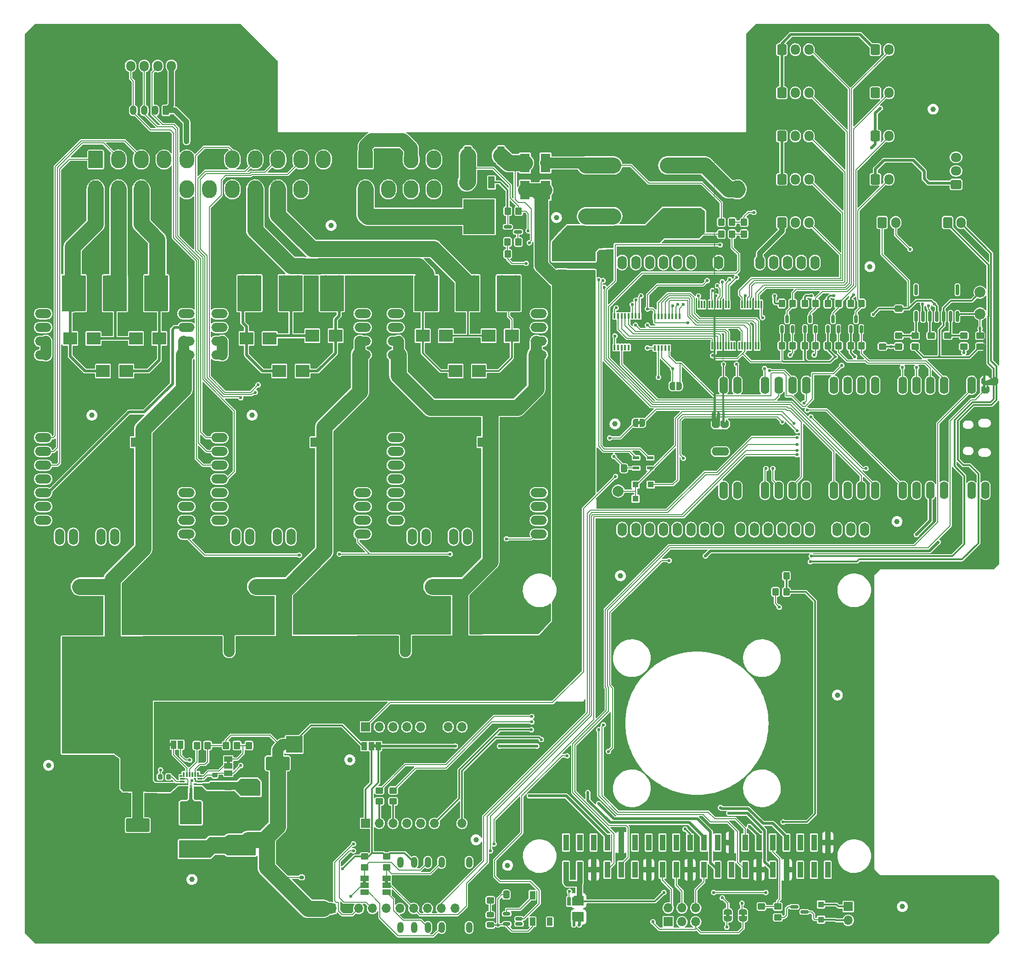
<source format=gbr>
%TF.GenerationSoftware,KiCad,Pcbnew,6.0.8+dfsg-1~bpo11+1*%
%TF.CreationDate,2022-11-01T09:22:37+00:00*%
%TF.ProjectId,OpenMowerMainboard,4f70656e-4d6f-4776-9572-4d61696e626f,rev?*%
%TF.SameCoordinates,Original*%
%TF.FileFunction,Copper,L1,Top*%
%TF.FilePolarity,Positive*%
%FSLAX46Y46*%
G04 Gerber Fmt 4.6, Leading zero omitted, Abs format (unit mm)*
G04 Created by KiCad (PCBNEW 6.0.8+dfsg-1~bpo11+1) date 2022-11-01 09:22:37*
%MOMM*%
%LPD*%
G01*
G04 APERTURE LIST*
G04 Aperture macros list*
%AMRoundRect*
0 Rectangle with rounded corners*
0 $1 Rounding radius*
0 $2 $3 $4 $5 $6 $7 $8 $9 X,Y pos of 4 corners*
0 Add a 4 corners polygon primitive as box body*
4,1,4,$2,$3,$4,$5,$6,$7,$8,$9,$2,$3,0*
0 Add four circle primitives for the rounded corners*
1,1,$1+$1,$2,$3*
1,1,$1+$1,$4,$5*
1,1,$1+$1,$6,$7*
1,1,$1+$1,$8,$9*
0 Add four rect primitives between the rounded corners*
20,1,$1+$1,$2,$3,$4,$5,0*
20,1,$1+$1,$4,$5,$6,$7,0*
20,1,$1+$1,$6,$7,$8,$9,0*
20,1,$1+$1,$8,$9,$2,$3,0*%
%AMFreePoly0*
4,1,22,0.500000,-0.750000,0.000000,-0.750000,0.000000,-0.745033,-0.079941,-0.743568,-0.215256,-0.701293,-0.333266,-0.622738,-0.424486,-0.514219,-0.481581,-0.384460,-0.499164,-0.250000,-0.500000,-0.250000,-0.500000,0.250000,-0.499164,0.250000,-0.499963,0.256109,-0.478152,0.396186,-0.417904,0.524511,-0.324060,0.630769,-0.204165,0.706417,-0.067858,0.745374,0.000000,0.744959,0.000000,0.750000,
0.500000,0.750000,0.500000,-0.750000,0.500000,-0.750000,$1*%
%AMFreePoly1*
4,1,20,0.000000,0.744959,0.073905,0.744508,0.209726,0.703889,0.328688,0.626782,0.421226,0.519385,0.479903,0.390333,0.500000,0.250000,0.500000,-0.250000,0.499851,-0.262216,0.476331,-0.402017,0.414519,-0.529596,0.319384,-0.634700,0.198574,-0.708877,0.061801,-0.746166,0.000000,-0.745033,0.000000,-0.750000,-0.500000,-0.750000,-0.500000,0.750000,0.000000,0.750000,0.000000,0.744959,
0.000000,0.744959,$1*%
%AMFreePoly2*
4,1,57,1.881438,0.792513,1.914631,0.788760,1.924366,0.782642,1.935575,0.780064,1.961670,0.759195,1.989950,0.741421,2.341668,0.389704,2.359398,0.361385,2.380215,0.335261,2.382772,0.324050,2.388875,0.314303,2.392571,0.281098,2.400000,0.248529,2.400000,-0.248878,2.392513,-0.281438,2.388760,-0.314632,2.382641,-0.324367,2.380064,-0.335575,2.359196,-0.361669,2.341421,-0.389950,
1.989704,-0.741668,1.961385,-0.759398,1.935261,-0.780215,1.924050,-0.782772,1.914303,-0.788875,1.881098,-0.792571,1.848529,-0.800000,-0.248878,-0.800000,-0.281438,-0.792513,-0.314632,-0.788760,-0.324367,-0.782641,-0.335575,-0.780064,-0.361669,-0.759196,-0.389950,-0.741421,-0.741668,-0.389704,-0.759398,-0.361385,-0.780215,-0.335261,-0.782772,-0.324050,-0.788875,-0.314303,-0.792571,-0.281098,
-0.800000,-0.248529,-0.800000,0.248878,-0.792513,0.281438,-0.788760,0.314631,-0.782642,0.324366,-0.780064,0.335575,-0.759195,0.361670,-0.741421,0.389950,-0.389704,0.741668,-0.361385,0.759398,-0.335261,0.780215,-0.324050,0.782772,-0.314303,0.788875,-0.281098,0.792571,-0.248529,0.800000,1.848878,0.800000,1.881438,0.792513,1.881438,0.792513,$1*%
%AMFreePoly3*
4,1,57,0.281438,0.792513,0.314631,0.788760,0.324366,0.782642,0.335575,0.780064,0.361670,0.759195,0.389950,0.741421,0.741668,0.389704,0.759398,0.361385,0.780215,0.335261,0.782772,0.324050,0.788875,0.314303,0.792571,0.281098,0.800000,0.248529,0.800000,-0.248878,0.792513,-0.281438,0.788760,-0.314632,0.782641,-0.324367,0.780064,-0.335575,0.759196,-0.361669,0.741421,-0.389950,
0.389704,-0.741668,0.361385,-0.759398,0.335261,-0.780215,0.324050,-0.782772,0.314303,-0.788875,0.281098,-0.792571,0.248529,-0.800000,-0.248878,-0.800000,-0.281438,-0.792513,-0.314632,-0.788760,-0.324367,-0.782641,-0.335575,-0.780064,-0.361669,-0.759196,-0.389950,-0.741421,-0.741668,-0.389704,-0.759398,-0.361385,-0.780215,-0.335261,-0.782772,-0.324050,-0.788875,-0.314303,-0.792571,-0.281098,
-0.800000,-0.248529,-0.800000,0.248878,-0.792513,0.281438,-0.788760,0.314631,-0.782642,0.324366,-0.780064,0.335575,-0.759195,0.361670,-0.741421,0.389950,-0.389704,0.741668,-0.361385,0.759398,-0.335261,0.780215,-0.324050,0.782772,-0.314303,0.788875,-0.281098,0.792571,-0.248529,0.800000,0.248878,0.800000,0.281438,0.792513,0.281438,0.792513,$1*%
%AMFreePoly4*
4,1,57,0.281438,2.392513,0.314631,2.388760,0.324366,2.382642,0.335575,2.380064,0.361670,2.359195,0.389950,2.341421,0.741668,1.989704,0.759398,1.961385,0.780215,1.935261,0.782772,1.924050,0.788875,1.914303,0.792571,1.881098,0.800000,1.848529,0.800000,-0.248878,0.792513,-0.281438,0.788760,-0.314632,0.782641,-0.324367,0.780064,-0.335575,0.759196,-0.361669,0.741421,-0.389950,
0.389704,-0.741668,0.361385,-0.759398,0.335261,-0.780215,0.324050,-0.782772,0.314303,-0.788875,0.281098,-0.792571,0.248529,-0.800000,-0.248878,-0.800000,-0.281438,-0.792513,-0.314632,-0.788760,-0.324367,-0.782641,-0.335575,-0.780064,-0.361669,-0.759196,-0.389950,-0.741421,-0.741668,-0.389704,-0.759398,-0.361385,-0.780215,-0.335261,-0.782772,-0.324050,-0.788875,-0.314303,-0.792571,-0.281098,
-0.800000,-0.248529,-0.800000,1.848878,-0.792513,1.881438,-0.788760,1.914631,-0.782642,1.924366,-0.780064,1.935575,-0.759195,1.961670,-0.741421,1.989950,-0.389704,2.341668,-0.361385,2.359398,-0.335261,2.380215,-0.324050,2.382772,-0.314303,2.388875,-0.281098,2.392571,-0.248529,2.400000,0.248878,2.400000,0.281438,2.392513,0.281438,2.392513,$1*%
G04 Aperture macros list end*
%TA.AperFunction,ComponentPad*%
%ADD10RoundRect,0.250001X-1.099999X-1.399999X1.099999X-1.399999X1.099999X1.399999X-1.099999X1.399999X0*%
%TD*%
%TA.AperFunction,ComponentPad*%
%ADD11O,2.700000X3.300000*%
%TD*%
%TA.AperFunction,ComponentPad*%
%ADD12RoundRect,0.250000X-0.600000X-0.725000X0.600000X-0.725000X0.600000X0.725000X-0.600000X0.725000X0*%
%TD*%
%TA.AperFunction,ComponentPad*%
%ADD13O,1.700000X1.950000*%
%TD*%
%TA.AperFunction,ComponentPad*%
%ADD14RoundRect,0.249999X0.350001X0.625001X-0.350001X0.625001X-0.350001X-0.625001X0.350001X-0.625001X0*%
%TD*%
%TA.AperFunction,ComponentPad*%
%ADD15O,1.200000X1.750000*%
%TD*%
%TA.AperFunction,ComponentPad*%
%ADD16C,0.900000*%
%TD*%
%TA.AperFunction,ComponentPad*%
%ADD17C,10.000000*%
%TD*%
%TA.AperFunction,SMDPad,CuDef*%
%ADD18R,1.800000X3.500000*%
%TD*%
%TA.AperFunction,SMDPad,CuDef*%
%ADD19C,1.000000*%
%TD*%
%TA.AperFunction,ComponentPad*%
%ADD20O,3.000000X1.700000*%
%TD*%
%TA.AperFunction,ComponentPad*%
%ADD21O,1.700000X3.000000*%
%TD*%
%TA.AperFunction,SMDPad,CuDef*%
%ADD22R,0.400000X1.000000*%
%TD*%
%TA.AperFunction,SMDPad,CuDef*%
%ADD23RoundRect,0.250000X-0.450000X0.350000X-0.450000X-0.350000X0.450000X-0.350000X0.450000X0.350000X0*%
%TD*%
%TA.AperFunction,SMDPad,CuDef*%
%ADD24RoundRect,0.225000X-0.250000X0.225000X-0.250000X-0.225000X0.250000X-0.225000X0.250000X0.225000X0*%
%TD*%
%TA.AperFunction,SMDPad,CuDef*%
%ADD25RoundRect,0.150000X-0.587500X-0.150000X0.587500X-0.150000X0.587500X0.150000X-0.587500X0.150000X0*%
%TD*%
%TA.AperFunction,SMDPad,CuDef*%
%ADD26RoundRect,0.250000X0.350000X0.450000X-0.350000X0.450000X-0.350000X-0.450000X0.350000X-0.450000X0*%
%TD*%
%TA.AperFunction,SMDPad,CuDef*%
%ADD27RoundRect,0.250000X-0.350000X-0.450000X0.350000X-0.450000X0.350000X0.450000X-0.350000X0.450000X0*%
%TD*%
%TA.AperFunction,SMDPad,CuDef*%
%ADD28RoundRect,0.250000X-0.337500X-0.475000X0.337500X-0.475000X0.337500X0.475000X-0.337500X0.475000X0*%
%TD*%
%TA.AperFunction,ComponentPad*%
%ADD29R,2.000000X2.000000*%
%TD*%
%TA.AperFunction,ComponentPad*%
%ADD30C,2.000000*%
%TD*%
%TA.AperFunction,SMDPad,CuDef*%
%ADD31RoundRect,0.243750X-0.456250X0.243750X-0.456250X-0.243750X0.456250X-0.243750X0.456250X0.243750X0*%
%TD*%
%TA.AperFunction,SMDPad,CuDef*%
%ADD32RoundRect,0.250000X0.450000X-0.350000X0.450000X0.350000X-0.450000X0.350000X-0.450000X-0.350000X0*%
%TD*%
%TA.AperFunction,SMDPad,CuDef*%
%ADD33RoundRect,0.150000X0.512500X0.150000X-0.512500X0.150000X-0.512500X-0.150000X0.512500X-0.150000X0*%
%TD*%
%TA.AperFunction,SMDPad,CuDef*%
%ADD34RoundRect,0.250000X1.950000X1.000000X-1.950000X1.000000X-1.950000X-1.000000X1.950000X-1.000000X0*%
%TD*%
%TA.AperFunction,ComponentPad*%
%ADD35C,2.350000*%
%TD*%
%TA.AperFunction,SMDPad,CuDef*%
%ADD36R,1.000000X1.500000*%
%TD*%
%TA.AperFunction,SMDPad,CuDef*%
%ADD37R,1.100000X1.100000*%
%TD*%
%TA.AperFunction,ComponentPad*%
%ADD38R,1.700000X1.700000*%
%TD*%
%TA.AperFunction,ComponentPad*%
%ADD39O,1.700000X1.700000*%
%TD*%
%TA.AperFunction,SMDPad,CuDef*%
%ADD40RoundRect,0.225000X0.250000X-0.225000X0.250000X0.225000X-0.250000X0.225000X-0.250000X-0.225000X0*%
%TD*%
%TA.AperFunction,SMDPad,CuDef*%
%ADD41R,1.500000X1.000000*%
%TD*%
%TA.AperFunction,SMDPad,CuDef*%
%ADD42RoundRect,0.250000X0.650000X-0.325000X0.650000X0.325000X-0.650000X0.325000X-0.650000X-0.325000X0*%
%TD*%
%TA.AperFunction,SMDPad,CuDef*%
%ADD43R,2.500000X2.300000*%
%TD*%
%TA.AperFunction,SMDPad,CuDef*%
%ADD44R,3.429000X2.413000*%
%TD*%
%TA.AperFunction,SMDPad,CuDef*%
%ADD45R,2.500000X1.800000*%
%TD*%
%TA.AperFunction,SMDPad,CuDef*%
%ADD46RoundRect,0.250000X-0.475000X0.337500X-0.475000X-0.337500X0.475000X-0.337500X0.475000X0.337500X0*%
%TD*%
%TA.AperFunction,SMDPad,CuDef*%
%ADD47RoundRect,0.150000X0.150000X-0.587500X0.150000X0.587500X-0.150000X0.587500X-0.150000X-0.587500X0*%
%TD*%
%TA.AperFunction,ComponentPad*%
%ADD48R,3.048000X3.048000*%
%TD*%
%TA.AperFunction,SMDPad,CuDef*%
%ADD49R,1.000000X3.000000*%
%TD*%
%TA.AperFunction,SMDPad,CuDef*%
%ADD50FreePoly0,180.000000*%
%TD*%
%TA.AperFunction,SMDPad,CuDef*%
%ADD51FreePoly1,180.000000*%
%TD*%
%TA.AperFunction,SMDPad,CuDef*%
%ADD52RoundRect,0.250000X-0.650000X0.325000X-0.650000X-0.325000X0.650000X-0.325000X0.650000X0.325000X0*%
%TD*%
%TA.AperFunction,SMDPad,CuDef*%
%ADD53R,0.650000X1.560000*%
%TD*%
%TA.AperFunction,ComponentPad*%
%ADD54RoundRect,0.250000X-0.600000X-0.750000X0.600000X-0.750000X0.600000X0.750000X-0.600000X0.750000X0*%
%TD*%
%TA.AperFunction,ComponentPad*%
%ADD55O,1.700000X2.000000*%
%TD*%
%TA.AperFunction,SMDPad,CuDef*%
%ADD56RoundRect,0.250000X-1.950000X-1.000000X1.950000X-1.000000X1.950000X1.000000X-1.950000X1.000000X0*%
%TD*%
%TA.AperFunction,SMDPad,CuDef*%
%ADD57R,0.300000X1.425000*%
%TD*%
%TA.AperFunction,SMDPad,CuDef*%
%ADD58R,1.150000X0.600000*%
%TD*%
%TA.AperFunction,SMDPad,CuDef*%
%ADD59RoundRect,0.225000X0.225000X0.250000X-0.225000X0.250000X-0.225000X-0.250000X0.225000X-0.250000X0*%
%TD*%
%TA.AperFunction,ComponentPad*%
%ADD60RoundRect,0.250000X0.725000X-0.600000X0.725000X0.600000X-0.725000X0.600000X-0.725000X-0.600000X0*%
%TD*%
%TA.AperFunction,ComponentPad*%
%ADD61O,1.950000X1.700000*%
%TD*%
%TA.AperFunction,SMDPad,CuDef*%
%ADD62RoundRect,0.250000X-0.475000X0.250000X-0.475000X-0.250000X0.475000X-0.250000X0.475000X0.250000X0*%
%TD*%
%TA.AperFunction,SMDPad,CuDef*%
%ADD63R,1.200000X2.200000*%
%TD*%
%TA.AperFunction,SMDPad,CuDef*%
%ADD64R,5.800000X6.400000*%
%TD*%
%TA.AperFunction,SMDPad,CuDef*%
%ADD65C,2.000000*%
%TD*%
%TA.AperFunction,SMDPad,CuDef*%
%ADD66FreePoly2,270.000000*%
%TD*%
%TA.AperFunction,ComponentPad*%
%ADD67FreePoly3,270.000000*%
%TD*%
%TA.AperFunction,ComponentPad*%
%ADD68C,1.600000*%
%TD*%
%TA.AperFunction,SMDPad,CuDef*%
%ADD69O,1.600000X3.200000*%
%TD*%
%TA.AperFunction,SMDPad,CuDef*%
%ADD70RoundRect,0.200000X-0.600000X1.400000X-0.600000X-1.400000X0.600000X-1.400000X0.600000X1.400000X0*%
%TD*%
%TA.AperFunction,ComponentPad*%
%ADD71RoundRect,0.200000X-0.600000X0.600000X-0.600000X-0.600000X0.600000X-0.600000X0.600000X0.600000X0*%
%TD*%
%TA.AperFunction,SMDPad,CuDef*%
%ADD72FreePoly4,270.000000*%
%TD*%
%TA.AperFunction,SMDPad,CuDef*%
%ADD73RoundRect,0.200000X-1.400000X0.600000X-1.400000X-0.600000X1.400000X-0.600000X1.400000X0.600000X0*%
%TD*%
%TA.AperFunction,SMDPad,CuDef*%
%ADD74O,3.200000X1.600000*%
%TD*%
%TA.AperFunction,SMDPad,CuDef*%
%ADD75RoundRect,0.160000X0.222500X0.160000X-0.222500X0.160000X-0.222500X-0.160000X0.222500X-0.160000X0*%
%TD*%
%TA.AperFunction,SMDPad,CuDef*%
%ADD76FreePoly0,90.000000*%
%TD*%
%TA.AperFunction,SMDPad,CuDef*%
%ADD77FreePoly1,90.000000*%
%TD*%
%TA.AperFunction,SMDPad,CuDef*%
%ADD78RoundRect,0.250000X0.337500X0.475000X-0.337500X0.475000X-0.337500X-0.475000X0.337500X-0.475000X0*%
%TD*%
%TA.AperFunction,SMDPad,CuDef*%
%ADD79R,0.875000X0.300000*%
%TD*%
%TA.AperFunction,SMDPad,CuDef*%
%ADD80R,1.525000X0.250000*%
%TD*%
%TA.AperFunction,SMDPad,CuDef*%
%ADD81R,1.525000X0.950000*%
%TD*%
%TA.AperFunction,SMDPad,CuDef*%
%ADD82R,0.450000X0.600000*%
%TD*%
%TA.AperFunction,SMDPad,CuDef*%
%ADD83R,0.300000X1.650000*%
%TD*%
%TA.AperFunction,SMDPad,CuDef*%
%ADD84R,0.450000X0.875000*%
%TD*%
%TA.AperFunction,SMDPad,CuDef*%
%ADD85R,0.300000X0.875000*%
%TD*%
%TA.AperFunction,SMDPad,CuDef*%
%ADD86R,0.500000X0.350000*%
%TD*%
%TA.AperFunction,SMDPad,CuDef*%
%ADD87R,0.600000X0.250000*%
%TD*%
%TA.AperFunction,SMDPad,CuDef*%
%ADD88RoundRect,0.249999X0.450001X1.425001X-0.450001X1.425001X-0.450001X-1.425001X0.450001X-1.425001X0*%
%TD*%
%TA.AperFunction,ComponentPad*%
%ADD89O,1.200000X2.000000*%
%TD*%
%TA.AperFunction,ConnectorPad*%
%ADD90O,1.200000X2.000000*%
%TD*%
%TA.AperFunction,SMDPad,CuDef*%
%ADD91RoundRect,0.150000X0.150000X-0.825000X0.150000X0.825000X-0.150000X0.825000X-0.150000X-0.825000X0*%
%TD*%
%TA.AperFunction,ComponentPad*%
%ADD92O,1.727200X2.500000*%
%TD*%
%TA.AperFunction,SMDPad,CuDef*%
%ADD93RoundRect,0.150000X0.587500X0.150000X-0.587500X0.150000X-0.587500X-0.150000X0.587500X-0.150000X0*%
%TD*%
%TA.AperFunction,ViaPad*%
%ADD94C,0.600000*%
%TD*%
%TA.AperFunction,Conductor*%
%ADD95C,2.000000*%
%TD*%
%TA.AperFunction,Conductor*%
%ADD96C,0.150000*%
%TD*%
%TA.AperFunction,Conductor*%
%ADD97C,0.300000*%
%TD*%
%TA.AperFunction,Conductor*%
%ADD98C,0.200000*%
%TD*%
%TA.AperFunction,Conductor*%
%ADD99C,0.500000*%
%TD*%
%TA.AperFunction,Conductor*%
%ADD100C,3.000000*%
%TD*%
%TA.AperFunction,Conductor*%
%ADD101C,1.000000*%
%TD*%
%TA.AperFunction,Conductor*%
%ADD102C,2.500000*%
%TD*%
G04 APERTURE END LIST*
%TO.C,JP1*%
G36*
X84974000Y-153716000D02*
G01*
X84474000Y-153716000D01*
X84474000Y-153116000D01*
X84974000Y-153116000D01*
X84974000Y-153716000D01*
G37*
%TO.C,JP10*%
G36*
X83104000Y-178670000D02*
G01*
X82504000Y-178670000D01*
X82504000Y-178170000D01*
X83104000Y-178170000D01*
X83104000Y-178670000D01*
G37*
%TO.C,JP6*%
G36*
X133650000Y-94100000D02*
G01*
X133150000Y-94100000D01*
X133150000Y-93500000D01*
X133650000Y-93500000D01*
X133650000Y-94100000D01*
G37*
%TO.C,JP5*%
G36*
X58000000Y-156700000D02*
G01*
X57400000Y-156700000D01*
X57400000Y-156200000D01*
X58000000Y-156200000D01*
X58000000Y-156700000D01*
G37*
%TO.C,JP8*%
G36*
X152900000Y-184850000D02*
G01*
X152300000Y-184850000D01*
X152300000Y-184350000D01*
X152900000Y-184350000D01*
X152900000Y-184850000D01*
G37*
%TO.C,JP11*%
G36*
X87168000Y-178670000D02*
G01*
X86568000Y-178670000D01*
X86568000Y-178170000D01*
X87168000Y-178170000D01*
X87168000Y-178670000D01*
G37*
%TO.C,JP4*%
G36*
X47200000Y-153457500D02*
G01*
X46700000Y-153457500D01*
X46700000Y-152857500D01*
X47200000Y-152857500D01*
X47200000Y-153457500D01*
G37*
%TO.C,JP7*%
G36*
X150100000Y-184850000D02*
G01*
X149500000Y-184850000D01*
X149500000Y-184350000D01*
X150100000Y-184350000D01*
X150100000Y-184850000D01*
G37*
%TD*%
D10*
%TO.P,J1,1,Pin_1*%
%TO.N,/ESCs/ML_HALL_U*%
X33250000Y-45250000D03*
D11*
%TO.P,J1,2,Pin_2*%
%TO.N,/ESCs/ML_HALL_V*%
X37450000Y-45250000D03*
%TO.P,J1,3,Pin_3*%
%TO.N,/ESCs/ML_HALL_W*%
X41650000Y-45250000D03*
%TO.P,J1,4,Pin_4*%
%TO.N,+5V*%
X45850000Y-45250000D03*
%TO.P,J1,5,Pin_5*%
%TO.N,unconnected-(J1-Pad5)*%
X50050000Y-45250000D03*
%TO.P,J1,6,Pin_6*%
%TO.N,GND*%
X54250000Y-45250000D03*
%TO.P,J1,7,Pin_7*%
%TO.N,/ESCs/MC_TEMP*%
X58450000Y-45250000D03*
%TO.P,J1,8,Pin_8*%
%TO.N,/ESCs/MR_HALL_U*%
X62650000Y-45250000D03*
%TO.P,J1,9,Pin_9*%
%TO.N,/ESCs/MR_HALL_V*%
X66850000Y-45250000D03*
%TO.P,J1,10,Pin_10*%
%TO.N,/ESCs/MR_HALL_W*%
X71050000Y-45250000D03*
%TO.P,J1,11,Pin_11*%
%TO.N,+5V*%
X75250000Y-45250000D03*
%TO.P,J1,12,Pin_12*%
%TO.N,/ESCs/ML_PHASE_W*%
X33250000Y-50750000D03*
%TO.P,J1,13,Pin_13*%
%TO.N,/ESCs/ML_PHASE_V*%
X37450000Y-50750000D03*
%TO.P,J1,14,Pin_14*%
%TO.N,/ESCs/ML_PHASE_U*%
X41650000Y-50750000D03*
%TO.P,J1,15,Pin_15*%
%TO.N,GND*%
X45850000Y-50750000D03*
%TO.P,J1,16,Pin_16*%
%TO.N,/ESCs/MC_PHASE_W*%
X50050000Y-50750000D03*
%TO.P,J1,17,Pin_17*%
%TO.N,/ESCs/MC_PHASE_V*%
X54250000Y-50750000D03*
%TO.P,J1,18,Pin_18*%
%TO.N,/ESCs/MC_PHASE_U*%
X58450000Y-50750000D03*
%TO.P,J1,19,Pin_19*%
%TO.N,/ESCs/MR_PHASE_W*%
X62650000Y-50750000D03*
%TO.P,J1,20,Pin_20*%
%TO.N,/ESCs/MR_PHASE_V*%
X66850000Y-50750000D03*
%TO.P,J1,21,Pin_21*%
%TO.N,/ESCs/MR_PHASE_U*%
X71050000Y-50750000D03*
%TO.P,J1,22,Pin_22*%
%TO.N,GND*%
X75250000Y-50750000D03*
%TD*%
D10*
%TO.P,J2,1,Pin_1*%
%TO.N,Net-(J2-Pad1)*%
X83000000Y-45250000D03*
D11*
%TO.P,J2,2,Pin_2*%
%TO.N,GND*%
X87200000Y-45250000D03*
%TO.P,J2,3,Pin_3*%
%TO.N,Net-(J2-Pad1)*%
X91400000Y-45250000D03*
%TO.P,J2,4,Pin_4*%
%TO.N,unconnected-(J2-Pad4)*%
X95600000Y-45250000D03*
%TO.P,J2,5,Pin_5*%
%TO.N,/RobotConnectors/MosfetSwitch/VOUT*%
X83000000Y-50750000D03*
%TO.P,J2,6,Pin_6*%
%TO.N,unconnected-(J2-Pad6)*%
X87200000Y-50750000D03*
%TO.P,J2,7,Pin_7*%
%TO.N,Net-(F4-Pad1)*%
X91400000Y-50750000D03*
%TO.P,J2,8,Pin_8*%
%TO.N,unconnected-(J2-Pad8)*%
X95600000Y-50750000D03*
%TD*%
D10*
%TO.P,J3,1,Pin_1*%
%TO.N,GND*%
X151600000Y-45250000D03*
D11*
%TO.P,J3,2,Pin_2*%
%TO.N,Net-(F2-Pad2)*%
X151600000Y-50750000D03*
%TD*%
D12*
%TO.P,J13,1,Pin_1*%
%TO.N,+5V*%
X177000000Y-40935000D03*
D13*
%TO.P,J13,2,Pin_2*%
%TO.N,/RobotConnectors/HALL_SWITCH_3_5V*%
X179500000Y-40935000D03*
%TO.P,J13,3,Pin_3*%
%TO.N,GND*%
X182000000Y-40935000D03*
%TD*%
D12*
%TO.P,J14,1,Pin_1*%
%TO.N,+5V*%
X177000000Y-48902500D03*
D13*
%TO.P,J14,2,Pin_2*%
%TO.N,/RobotConnectors/HALL_SWITCH_4_5V*%
X179500000Y-48902500D03*
%TO.P,J14,3,Pin_3*%
%TO.N,GND*%
X182000000Y-48902500D03*
%TD*%
D12*
%TO.P,J5,1,Pin_1*%
%TO.N,+5V*%
X159750000Y-25000000D03*
D13*
%TO.P,J5,2,Pin_2*%
%TO.N,/RobotConnectors/USS_1_TRIGGER_5V*%
X162250000Y-25000000D03*
%TO.P,J5,3,Pin_3*%
%TO.N,/RobotConnectors/USS_1_ECHO_5V*%
X164750000Y-25000000D03*
%TO.P,J5,4,Pin_4*%
%TO.N,GND*%
X167250000Y-25000000D03*
%TD*%
D12*
%TO.P,J6,1,Pin_1*%
%TO.N,+5V*%
X159750000Y-32967500D03*
D13*
%TO.P,J6,2,Pin_2*%
%TO.N,/RobotConnectors/USS_2_TRIGGER_5V*%
X162250000Y-32967500D03*
%TO.P,J6,3,Pin_3*%
%TO.N,/RobotConnectors/USS_2_ECHO_5V*%
X164750000Y-32967500D03*
%TO.P,J6,4,Pin_4*%
%TO.N,GND*%
X167250000Y-32967500D03*
%TD*%
D12*
%TO.P,J7,1,Pin_1*%
%TO.N,+5V*%
X159750000Y-40935000D03*
D13*
%TO.P,J7,2,Pin_2*%
%TO.N,/RobotConnectors/USS_3_TRIGGER_5V*%
X162250000Y-40935000D03*
%TO.P,J7,3,Pin_3*%
%TO.N,/RobotConnectors/USS_3_ECHO_5V*%
X164750000Y-40935000D03*
%TO.P,J7,4,Pin_4*%
%TO.N,GND*%
X167250000Y-40935000D03*
%TD*%
D12*
%TO.P,J8,1,Pin_1*%
%TO.N,+5V*%
X159750000Y-48902500D03*
D13*
%TO.P,J8,2,Pin_2*%
%TO.N,/RobotConnectors/USS_4_TRIGGER_5V*%
X162250000Y-48902500D03*
%TO.P,J8,3,Pin_3*%
%TO.N,/RobotConnectors/USS_4_ECHO_5V*%
X164750000Y-48902500D03*
%TO.P,J8,4,Pin_4*%
%TO.N,GND*%
X167250000Y-48902500D03*
%TD*%
D12*
%TO.P,J9,1,Pin_1*%
%TO.N,+5V*%
X159750000Y-56870000D03*
D13*
%TO.P,J9,2,Pin_2*%
%TO.N,/RobotConnectors/USS_5_TRIGGER_5V*%
X162250000Y-56870000D03*
%TO.P,J9,3,Pin_3*%
%TO.N,/RobotConnectors/USS_5_ECHO_5V*%
X164750000Y-56870000D03*
%TO.P,J9,4,Pin_4*%
%TO.N,GND*%
X167250000Y-56870000D03*
%TD*%
D12*
%TO.P,J12,1,Pin_1*%
%TO.N,+5V*%
X177000000Y-32967500D03*
D13*
%TO.P,J12,2,Pin_2*%
%TO.N,/RobotConnectors/HALL_SWITCH_2_5V*%
X179500000Y-32967500D03*
%TO.P,J12,3,Pin_3*%
%TO.N,GND*%
X182000000Y-32967500D03*
%TD*%
D14*
%TO.P,J10,1,Pin_1*%
%TO.N,+5V*%
X46196000Y-36195000D03*
D15*
%TO.P,J10,2,Pin_2*%
%TO.N,/ESCs/MC_HALL_W*%
X44196000Y-36195000D03*
%TO.P,J10,3,Pin_3*%
%TO.N,/ESCs/MC_HALL_V*%
X42196000Y-36195000D03*
%TO.P,J10,4,Pin_4*%
%TO.N,/ESCs/MC_HALL_U*%
X40196000Y-36195000D03*
%TO.P,J10,5,Pin_5*%
%TO.N,GND*%
X38196000Y-36195000D03*
%TD*%
D12*
%TO.P,J11,1,Pin_1*%
%TO.N,+5V*%
X177000000Y-25000000D03*
D13*
%TO.P,J11,2,Pin_2*%
%TO.N,/RobotConnectors/HALL_SWITCH_1_5V*%
X179500000Y-25000000D03*
%TO.P,J11,3,Pin_3*%
%TO.N,GND*%
X182000000Y-25000000D03*
%TD*%
D16*
%TO.P,H1,1,1*%
%TO.N,GND*%
X23848350Y-32651650D03*
X29151650Y-27348350D03*
X22750000Y-30000000D03*
X30250000Y-30000000D03*
X23848350Y-27348350D03*
X29151650Y-32651650D03*
X26500000Y-26250000D03*
X26500000Y-33750000D03*
D17*
X26500000Y-30000000D03*
%TD*%
D16*
%TO.P,H2,1,1*%
%TO.N,GND*%
X30250000Y-182500000D03*
D17*
X26500000Y-182500000D03*
D16*
X23848350Y-179848350D03*
X22750000Y-182500000D03*
X29151650Y-179848350D03*
X26500000Y-186250000D03*
X29151650Y-185151650D03*
X26500000Y-178750000D03*
X23848350Y-185151650D03*
%TD*%
%TO.P,H3,1,1*%
%TO.N,GND*%
X196151650Y-32651650D03*
X197250000Y-30000000D03*
X193500000Y-26250000D03*
D17*
X193500000Y-30000000D03*
D16*
X193500000Y-33750000D03*
X196151650Y-27348350D03*
X190848350Y-27348350D03*
X190848350Y-32651650D03*
X189750000Y-30000000D03*
%TD*%
%TO.P,H4,1,1*%
%TO.N,GND*%
X193500000Y-186250000D03*
X196151650Y-179848350D03*
X197250000Y-182500000D03*
X190848350Y-185151650D03*
X190848350Y-179848350D03*
X196151650Y-185151650D03*
D17*
X193500000Y-182500000D03*
D16*
X189750000Y-182500000D03*
X193500000Y-178750000D03*
%TD*%
D18*
%TO.P,D15,1,K*%
%TO.N,V_BATT*%
X123250000Y-67300000D03*
%TO.P,D15,2,A*%
%TO.N,/RobotConnectors/V_BATTERY*%
X123250000Y-62300000D03*
%TD*%
D19*
%TO.P,FID16,*%
%TO.N,*%
X118200000Y-55950000D03*
%TD*%
D20*
%TO.P,U5,1,CAN_L*%
%TO.N,unconnected-(U5-Pad1)*%
X56060000Y-111775000D03*
%TO.P,U5,2,CAN_H*%
%TO.N,unconnected-(U5-Pad2)*%
X56060000Y-109235000D03*
%TO.P,U5,3,TEMPERATURE*%
%TO.N,/ESCs/MC_TEMP*%
X56060000Y-104155000D03*
%TO.P,U5,4,HALL_U*%
%TO.N,/ESCs/MC_HALL_U*%
X56060000Y-101615000D03*
%TO.P,U5,5,HALL_V*%
%TO.N,/ESCs/MC_HALL_V*%
X56060000Y-99075000D03*
%TO.P,U5,5V,5V*%
%TO.N,+5V*%
X56060000Y-76215000D03*
X82460000Y-73675000D03*
X82460000Y-76215000D03*
X56060000Y-106695000D03*
X56060000Y-73675000D03*
%TO.P,U5,6,HALL_W*%
%TO.N,/ESCs/MC_HALL_W*%
X56060000Y-96535000D03*
D21*
%TO.P,U5,7,3V3_IN*%
%TO.N,unconnected-(U5-Pad7)*%
X59100000Y-114815000D03*
%TO.P,U5,8,SWDCLK*%
%TO.N,unconnected-(U5-Pad8)*%
X61640000Y-114815000D03*
%TO.P,U5,9,SWDIO*%
%TO.N,unconnected-(U5-Pad9)*%
X66720000Y-114815000D03*
%TO.P,U5,10,RESET*%
%TO.N,unconnected-(U5-Pad10)*%
X69260000Y-114815000D03*
D20*
%TO.P,U5,11,MISO*%
%TO.N,Net-(JP6-Pad2)*%
X82460000Y-114315000D03*
%TO.P,U5,12,MOSI/TX*%
%TO.N,/ESCs/MC_TX*%
X82460000Y-111775000D03*
%TO.P,U5,13,SCK*%
%TO.N,unconnected-(U5-Pad13)*%
X82460000Y-109235000D03*
%TO.P,U5,14,NCS/RX*%
%TO.N,/ESCs/MC_RX*%
X82460000Y-106695000D03*
%TO.P,U5,GND,GND*%
%TO.N,GND*%
X82460000Y-68595000D03*
D21*
X64180000Y-114815000D03*
D20*
X82460000Y-71135000D03*
X56060000Y-93995000D03*
X56060000Y-114315000D03*
X82460000Y-104155000D03*
X56060000Y-68595000D03*
X56060000Y-71135000D03*
D21*
%TO.P,U5,U,U*%
%TO.N,/ESCs/MC_PHASE_U*%
X75610000Y-71635000D03*
X78150000Y-71635000D03*
X78150000Y-68095000D03*
X75610000Y-68095000D03*
%TO.P,U5,V,V*%
%TO.N,/ESCs/MC_PHASE_V*%
X70530000Y-68095000D03*
X67990000Y-71635000D03*
X70530000Y-71635000D03*
X67990000Y-68095000D03*
D20*
%TO.P,U5,VM,VIN*%
%TO.N,V_BATT*%
X56060000Y-78755000D03*
X56060000Y-81295000D03*
X82460000Y-81295000D03*
X82460000Y-78755000D03*
D21*
%TO.P,U5,W,W*%
%TO.N,/ESCs/MC_PHASE_W*%
X60370000Y-68095000D03*
X62910000Y-71635000D03*
X62910000Y-68095000D03*
X60370000Y-71635000D03*
%TD*%
D22*
%TO.P,U9,1,A4*%
%TO.N,/RobotConnectors/USS_5_TRIGGER*%
X128925000Y-79900000D03*
%TO.P,U9,2,A6*%
%TO.N,unconnected-(U9-Pad2)*%
X129575000Y-79900000D03*
%TO.P,U9,3,A*%
%TO.N,/pico/MUX_OUTPUT*%
X130225000Y-79900000D03*
%TO.P,U9,4,A7*%
%TO.N,unconnected-(U9-Pad4)*%
X130875000Y-79900000D03*
%TO.P,U9,5,A5*%
%TO.N,unconnected-(U9-Pad5)*%
X131525000Y-79900000D03*
%TO.P,U9,6,~{E}*%
%TO.N,GND*%
X132175000Y-79900000D03*
%TO.P,U9,7,VEE*%
X132825000Y-79900000D03*
%TO.P,U9,8,GND*%
X133475000Y-79900000D03*
%TO.P,U9,9,S2*%
%TO.N,/pico/MUX_ADDRESS_2*%
X133475000Y-74100000D03*
%TO.P,U9,10,S1*%
%TO.N,/pico/MUX_ADDRESS_1*%
X132825000Y-74100000D03*
%TO.P,U9,11,S0*%
%TO.N,/pico/MUX_ADDRESS_0*%
X132175000Y-74100000D03*
%TO.P,U9,12,A3*%
%TO.N,/RobotConnectors/USS_4_TRIGGER*%
X131525000Y-74100000D03*
%TO.P,U9,13,A0*%
%TO.N,/RobotConnectors/USS_3_TRIGGER*%
X130875000Y-74100000D03*
%TO.P,U9,14,A1*%
%TO.N,/RobotConnectors/USS_2_TRIGGER*%
X130225000Y-74100000D03*
%TO.P,U9,15,A2*%
%TO.N,/RobotConnectors/USS_1_TRIGGER*%
X129575000Y-74100000D03*
%TO.P,U9,16,VCC*%
%TO.N,+3V3*%
X128925000Y-74100000D03*
%TD*%
D23*
%TO.P,R5,1*%
%TO.N,/RaspberryPi/RASPI_FAN_ON*%
X159000000Y-183000000D03*
%TO.P,R5,2*%
%TO.N,Net-(Q3-Pad1)*%
X159000000Y-185000000D03*
%TD*%
D24*
%TO.P,C19,1*%
%TO.N,+5V*%
X56200000Y-172625000D03*
%TO.P,C19,2*%
%TO.N,GND*%
X56200000Y-174175000D03*
%TD*%
D25*
%TO.P,Q3,1,G*%
%TO.N,Net-(Q3-Pad1)*%
X162062500Y-183050000D03*
%TO.P,Q3,2,S*%
%TO.N,GND*%
X162062500Y-184950000D03*
%TO.P,Q3,3,D*%
%TO.N,Net-(D1-Pad2)*%
X163937500Y-184000000D03*
%TD*%
D26*
%TO.P,R41,1*%
%TO.N,GND*%
X154800000Y-56800000D03*
%TO.P,R41,2*%
%TO.N,/pico/V_CHARGE*%
X152800000Y-56800000D03*
%TD*%
D27*
%TO.P,R26,1*%
%TO.N,/RobotConnectors/ENABLE_CHARGE*%
X109220000Y-62650000D03*
%TO.P,R26,2*%
%TO.N,GND*%
X111220000Y-62650000D03*
%TD*%
D19*
%TO.P,FID6,*%
%TO.N,*%
X130000000Y-122000000D03*
%TD*%
D28*
%TO.P,C25,1*%
%TO.N,+5V*%
X108962500Y-180800000D03*
%TO.P,C25,2*%
%TO.N,GND*%
X111037500Y-180800000D03*
%TD*%
D29*
%TO.P,C3,1*%
%TO.N,V_BATT*%
X62849646Y-124000000D03*
D30*
%TO.P,C3,2*%
%TO.N,GND*%
X57849646Y-124000000D03*
%TD*%
D31*
%TO.P,D23,1,K*%
%TO.N,Net-(D23-Pad1)*%
X106000000Y-184522500D03*
%TO.P,D23,2,A*%
%TO.N,+5V*%
X106000000Y-186397500D03*
%TD*%
D32*
%TO.P,R14,1*%
%TO.N,Net-(JP11-Pad1)*%
X86868000Y-175752000D03*
%TO.P,R14,2*%
%TO.N,+3V3*%
X86868000Y-173752000D03*
%TD*%
D33*
%TO.P,U7,1,NC*%
%TO.N,unconnected-(U7-Pad1)*%
X111307500Y-186220000D03*
%TO.P,U7,2,A*%
%TO.N,Net-(U11-Pad14)*%
X111307500Y-185270000D03*
%TO.P,U7,3,GND*%
%TO.N,GND*%
X111307500Y-184320000D03*
%TO.P,U7,4,Y*%
%TO.N,Net-(D25-Pad4)*%
X109032500Y-184320000D03*
%TO.P,U7,5,VCC*%
%TO.N,+5V*%
X109032500Y-186220000D03*
%TD*%
D34*
%TO.P,C10,1*%
%TO.N,V_BATT*%
X41000000Y-168000000D03*
%TO.P,C10,2*%
%TO.N,GND*%
X32600000Y-168000000D03*
%TD*%
D35*
%TO.P,F4,1*%
%TO.N,Net-(F4-Pad1)*%
X128675000Y-55700000D03*
X123675000Y-55700000D03*
%TO.P,F4,2*%
%TO.N,/RobotConnectors/V_BATTERY*%
X143675000Y-55700000D03*
X138675000Y-55700000D03*
%TD*%
D26*
%TO.P,R40,1*%
%TO.N,/pico/V_CHARGE*%
X150600000Y-56800000D03*
%TO.P,R40,2*%
%TO.N,/RobotConnectors/V_CHARGE*%
X148600000Y-56800000D03*
%TD*%
D32*
%TO.P,R50,1*%
%TO.N,Net-(R47-Pad2)*%
X196320000Y-79720000D03*
%TO.P,R50,2*%
%TO.N,/RAIN_DETECTED*%
X196320000Y-77720000D03*
%TD*%
D36*
%TO.P,JP1,1,A*%
%TO.N,+3V3*%
X85374000Y-153416000D03*
%TO.P,JP1,2,C*%
%TO.N,Net-(J16-Pad1)*%
X84074000Y-153416000D03*
%TO.P,JP1,3,B*%
%TO.N,+5V*%
X82774000Y-153416000D03*
%TD*%
D26*
%TO.P,R43,1*%
%TO.N,GND*%
X154800000Y-59000000D03*
%TO.P,R43,2*%
%TO.N,/pico/V_IN*%
X152800000Y-59000000D03*
%TD*%
D23*
%TO.P,R13,1*%
%TO.N,/pico/SOUND_RX*%
X88090000Y-161600000D03*
%TO.P,R13,2*%
%TO.N,Net-(J16-Pad3)*%
X88090000Y-163600000D03*
%TD*%
D37*
%TO.P,D14,1,K*%
%TO.N,/CHARGE_CURRENT*%
X132800000Y-107800000D03*
%TO.P,D14,2,A*%
%TO.N,GND*%
X135600000Y-107800000D03*
%TD*%
D29*
%TO.P,C2,1*%
%TO.N,V_BATT*%
X30517323Y-136000000D03*
D30*
%TO.P,C2,2*%
%TO.N,GND*%
X25517323Y-136000000D03*
%TD*%
D20*
%TO.P,U4,1,CAN_L*%
%TO.N,unconnected-(U4-Pad1)*%
X23560000Y-111775000D03*
%TO.P,U4,2,CAN_H*%
%TO.N,unconnected-(U4-Pad2)*%
X23560000Y-109235000D03*
%TO.P,U4,3,TEMPERATURE*%
%TO.N,unconnected-(U4-Pad3)*%
X23560000Y-104155000D03*
%TO.P,U4,4,HALL_U*%
%TO.N,/ESCs/ML_HALL_U*%
X23560000Y-101615000D03*
%TO.P,U4,5,HALL_V*%
%TO.N,/ESCs/ML_HALL_V*%
X23560000Y-99075000D03*
%TO.P,U4,5V,5V*%
%TO.N,+5V*%
X23560000Y-76215000D03*
X49960000Y-73675000D03*
X23560000Y-106695000D03*
X23560000Y-73675000D03*
X49960000Y-76215000D03*
%TO.P,U4,6,HALL_W*%
%TO.N,/ESCs/ML_HALL_W*%
X23560000Y-96535000D03*
D21*
%TO.P,U4,7,3V3_IN*%
%TO.N,unconnected-(U4-Pad7)*%
X26600000Y-114815000D03*
%TO.P,U4,8,SWDCLK*%
%TO.N,unconnected-(U4-Pad8)*%
X29140000Y-114815000D03*
%TO.P,U4,9,SWDIO*%
%TO.N,unconnected-(U4-Pad9)*%
X34220000Y-114815000D03*
%TO.P,U4,10,RESET*%
%TO.N,unconnected-(U4-Pad10)*%
X36760000Y-114815000D03*
D20*
%TO.P,U4,11,MISO*%
%TO.N,Net-(JP6-Pad2)*%
X49960000Y-114315000D03*
%TO.P,U4,12,MOSI/TX*%
%TO.N,/ESCs/ML_TX*%
X49960000Y-111775000D03*
%TO.P,U4,13,SCK*%
%TO.N,unconnected-(U4-Pad13)*%
X49960000Y-109235000D03*
%TO.P,U4,14,NCS/RX*%
%TO.N,/ESCs/ML_RX*%
X49960000Y-106695000D03*
D21*
%TO.P,U4,GND,GND*%
%TO.N,GND*%
X31680000Y-114815000D03*
D20*
X23560000Y-71135000D03*
X23560000Y-114315000D03*
X49960000Y-71135000D03*
X49960000Y-68595000D03*
X23560000Y-93995000D03*
X49960000Y-104155000D03*
X23560000Y-68595000D03*
D21*
%TO.P,U4,U,U*%
%TO.N,/ESCs/ML_PHASE_U*%
X45650000Y-68095000D03*
X43110000Y-71635000D03*
X45650000Y-71635000D03*
X43110000Y-68095000D03*
%TO.P,U4,V,V*%
%TO.N,/ESCs/ML_PHASE_V*%
X38030000Y-71635000D03*
X35490000Y-71635000D03*
X35490000Y-68095000D03*
X38030000Y-68095000D03*
D20*
%TO.P,U4,VM,VIN*%
%TO.N,V_BATT*%
X23560000Y-81295000D03*
X23560000Y-78755000D03*
X49960000Y-81295000D03*
X49960000Y-78755000D03*
D21*
%TO.P,U4,W,W*%
%TO.N,/ESCs/ML_PHASE_W*%
X30410000Y-71635000D03*
X27870000Y-71635000D03*
X30410000Y-68095000D03*
X27870000Y-68095000D03*
%TD*%
D38*
%TO.P,J20,1,Pin_1*%
%TO.N,+5V*%
X76650000Y-183350000D03*
D39*
%TO.P,J20,2,Pin_2*%
%TO.N,GND*%
X79190000Y-183350000D03*
%TO.P,J20,3,Pin_3*%
%TO.N,/IMU/SCK*%
X81730000Y-183350000D03*
%TO.P,J20,4,Pin_4*%
%TO.N,/IMU/MOSI*%
X84270000Y-183350000D03*
%TO.P,J20,5,Pin_5*%
%TO.N,unconnected-(J20-Pad5)*%
X86810000Y-183350000D03*
%TO.P,J20,6,Pin_6*%
%TO.N,unconnected-(J20-Pad6)*%
X89350000Y-183350000D03*
%TO.P,J20,7,Pin_7*%
%TO.N,/IMU/MISO*%
X91890000Y-183350000D03*
%TO.P,J20,8,Pin_8*%
%TO.N,unconnected-(J20-Pad8)*%
X94430000Y-183350000D03*
%TO.P,J20,9,Pin_9*%
%TO.N,/IMU/TX*%
X96970000Y-183350000D03*
%TO.P,J20,10,Pin_10*%
%TO.N,unconnected-(J20-Pad10)*%
X99510000Y-183350000D03*
%TD*%
D27*
%TO.P,R15,1*%
%TO.N,+3V3*%
X168216666Y-79600000D03*
%TO.P,R15,2*%
%TO.N,/RobotConnectors/HALL_SWITCH_3*%
X170216666Y-79600000D03*
%TD*%
D29*
%TO.P,C4,1*%
%TO.N,V_BATT*%
X95349646Y-136000000D03*
D30*
%TO.P,C4,2*%
%TO.N,GND*%
X90349646Y-136000000D03*
%TD*%
D19*
%TO.P,FID5,*%
%TO.N,*%
X182000000Y-183000000D03*
%TD*%
D23*
%TO.P,R48,1*%
%TO.N,Net-(R48-Pad1)*%
X193320000Y-77720000D03*
%TO.P,R48,2*%
%TO.N,+3V3*%
X193320000Y-79720000D03*
%TD*%
D34*
%TO.P,C9,1*%
%TO.N,V_BATT*%
X41000000Y-156600000D03*
%TO.P,C9,2*%
%TO.N,GND*%
X32600000Y-156600000D03*
%TD*%
D40*
%TO.P,C18,1*%
%TO.N,+5V*%
X56200000Y-170775000D03*
%TO.P,C18,2*%
%TO.N,GND*%
X56200000Y-169225000D03*
%TD*%
D19*
%TO.P,FID11,*%
%TO.N,*%
X80100000Y-155950000D03*
%TD*%
D41*
%TO.P,JP10,1,A*%
%TO.N,Net-(JP10-Pad1)*%
X82804000Y-177770000D03*
%TO.P,JP10,2,C*%
%TO.N,/IMU/TX*%
X82804000Y-179070000D03*
%TO.P,JP10,3,B*%
%TO.N,Net-(JP10-Pad3)*%
X82804000Y-180370000D03*
%TD*%
D42*
%TO.P,C16,1*%
%TO.N,+5V*%
X58600000Y-170675000D03*
%TO.P,C16,2*%
%TO.N,GND*%
X58600000Y-167725000D03*
%TD*%
D43*
%TO.P,D7,1,A1*%
%TO.N,/ESCs/MC_PHASE_V*%
X73175000Y-77750000D03*
%TO.P,D7,2,A2*%
%TO.N,/ESCs/MC_PHASE_U*%
X77475000Y-77750000D03*
%TD*%
D44*
%TO.P,L1,1,1*%
%TO.N,Net-(C15-Pad2)*%
X50800000Y-166479000D03*
%TO.P,L1,2,2*%
%TO.N,+5V*%
X50800000Y-172321000D03*
%TD*%
D45*
%TO.P,D19,1,A1*%
%TO.N,GND*%
X70150000Y-97400000D03*
%TO.P,D19,2,A2*%
%TO.N,V_BATT*%
X74150000Y-97400000D03*
%TD*%
D43*
%TO.P,D5,1,A1*%
%TO.N,/ESCs/ML_PHASE_W*%
X28545000Y-78250000D03*
%TO.P,D5,2,A2*%
%TO.N,/ESCs/ML_PHASE_V*%
X32845000Y-78250000D03*
%TD*%
D20*
%TO.P,U6,1,CAN_L*%
%TO.N,unconnected-(U6-Pad1)*%
X88560000Y-111775000D03*
%TO.P,U6,2,CAN_H*%
%TO.N,unconnected-(U6-Pad2)*%
X88560000Y-109235000D03*
%TO.P,U6,3,TEMPERATURE*%
%TO.N,unconnected-(U6-Pad3)*%
X88560000Y-104155000D03*
%TO.P,U6,4,HALL_U*%
%TO.N,/ESCs/MR_HALL_U*%
X88560000Y-101615000D03*
%TO.P,U6,5,HALL_V*%
%TO.N,/ESCs/MR_HALL_V*%
X88560000Y-99075000D03*
%TO.P,U6,5V,5V*%
%TO.N,+5V*%
X114960000Y-76215000D03*
X114960000Y-73675000D03*
X88560000Y-73675000D03*
X88560000Y-76215000D03*
X88560000Y-106695000D03*
%TO.P,U6,6,HALL_W*%
%TO.N,/ESCs/MR_HALL_W*%
X88560000Y-96535000D03*
D21*
%TO.P,U6,7,3V3_IN*%
%TO.N,unconnected-(U6-Pad7)*%
X91600000Y-114815000D03*
%TO.P,U6,8,SWDCLK*%
%TO.N,unconnected-(U6-Pad8)*%
X94140000Y-114815000D03*
%TO.P,U6,9,SWDIO*%
%TO.N,unconnected-(U6-Pad9)*%
X99220000Y-114815000D03*
%TO.P,U6,10,RESET*%
%TO.N,unconnected-(U6-Pad10)*%
X101760000Y-114815000D03*
D20*
%TO.P,U6,11,MISO*%
%TO.N,Net-(JP6-Pad2)*%
X114960000Y-114315000D03*
%TO.P,U6,12,MOSI/TX*%
%TO.N,/ESCs/MR_TX*%
X114960000Y-111775000D03*
%TO.P,U6,13,SCK*%
%TO.N,unconnected-(U6-Pad13)*%
X114960000Y-109235000D03*
%TO.P,U6,14,NCS/RX*%
%TO.N,/ESCs/MR_RX*%
X114960000Y-106695000D03*
%TO.P,U6,GND,GND*%
%TO.N,GND*%
X114960000Y-104155000D03*
X88560000Y-93995000D03*
X114960000Y-68595000D03*
D21*
X96680000Y-114815000D03*
D20*
X88560000Y-114315000D03*
X88560000Y-68595000D03*
X88560000Y-71135000D03*
X114960000Y-71135000D03*
D21*
%TO.P,U6,U,U*%
%TO.N,/ESCs/MR_PHASE_U*%
X110650000Y-71635000D03*
X108110000Y-71635000D03*
X110650000Y-68095000D03*
X108110000Y-68095000D03*
%TO.P,U6,V,V*%
%TO.N,/ESCs/MR_PHASE_V*%
X100490000Y-68095000D03*
X100490000Y-71635000D03*
X103030000Y-68095000D03*
X103030000Y-71635000D03*
D20*
%TO.P,U6,VM,VIN*%
%TO.N,V_BATT*%
X88560000Y-81295000D03*
X114960000Y-78755000D03*
X114960000Y-81295000D03*
X88560000Y-78755000D03*
D21*
%TO.P,U6,W,W*%
%TO.N,/ESCs/MR_PHASE_W*%
X95410000Y-68095000D03*
X92870000Y-68095000D03*
X95410000Y-71635000D03*
X92870000Y-71635000D03*
%TD*%
D43*
%TO.P,D9,1,A1*%
%TO.N,/ESCs/MC_PHASE_W*%
X67100000Y-84250000D03*
%TO.P,D9,2,A2*%
%TO.N,/ESCs/MC_PHASE_U*%
X71400000Y-84250000D03*
%TD*%
D26*
%TO.P,R11,1*%
%TO.N,Net-(JP5-Pad1)*%
X59300000Y-153300000D03*
%TO.P,R11,2*%
%TO.N,+5V*%
X57300000Y-153300000D03*
%TD*%
D32*
%TO.P,R7,1*%
%TO.N,Net-(J16-Pad2)*%
X85550000Y-163600000D03*
%TO.P,R7,2*%
%TO.N,/pico/SOUND_TX*%
X85550000Y-161600000D03*
%TD*%
D37*
%TO.P,D13,1,K*%
%TO.N,+3V3*%
X135600000Y-105200000D03*
%TO.P,D13,2,A*%
%TO.N,/CHARGE_CURRENT*%
X132800000Y-105200000D03*
%TD*%
D32*
%TO.P,R44,1*%
%TO.N,GND*%
X187320000Y-79720000D03*
%TO.P,R44,2*%
%TO.N,/RobotConnectors/RAIN-*%
X187320000Y-77720000D03*
%TD*%
D26*
%TO.P,R12,1*%
%TO.N,GND*%
X63500000Y-153300000D03*
%TO.P,R12,2*%
%TO.N,Net-(JP5-Pad1)*%
X61500000Y-153300000D03*
%TD*%
D35*
%TO.P,F2,1*%
%TO.N,/RobotConnectors/V_CHARGE*%
X123675000Y-46350000D03*
X128675000Y-46350000D03*
%TO.P,F2,2*%
%TO.N,Net-(F2-Pad2)*%
X138675000Y-46350000D03*
X143675000Y-46350000D03*
%TD*%
D29*
%TO.P,C8,1*%
%TO.N,V_BATT*%
X95349646Y-124000000D03*
D30*
%TO.P,C8,2*%
%TO.N,GND*%
X90349646Y-124000000D03*
%TD*%
D29*
%TO.P,C6,1*%
%TO.N,V_BATT*%
X30517323Y-124000000D03*
D30*
%TO.P,C6,2*%
%TO.N,GND*%
X25517323Y-124000000D03*
%TD*%
D22*
%TO.P,U10,1,A4*%
%TO.N,/RobotConnectors/USS_5_ECHO*%
X136325000Y-80000000D03*
%TO.P,U10,2,A6*%
%TO.N,/pico/SOUND_BUSY*%
X136975000Y-80000000D03*
%TO.P,U10,3,A*%
%TO.N,/pico/MUX_INPUT*%
X137625000Y-80000000D03*
%TO.P,U10,4,A7*%
%TO.N,unconnected-(U10-Pad4)*%
X138275000Y-80000000D03*
%TO.P,U10,5,A5*%
%TO.N,/RAIN_DETECTED*%
X138925000Y-80000000D03*
%TO.P,U10,6,~{E}*%
%TO.N,GND*%
X139575000Y-80000000D03*
%TO.P,U10,7,VEE*%
X140225000Y-80000000D03*
%TO.P,U10,8,GND*%
X140875000Y-80000000D03*
%TO.P,U10,9,S2*%
%TO.N,/pico/MUX_ADDRESS_2*%
X140875000Y-74200000D03*
%TO.P,U10,10,S1*%
%TO.N,/pico/MUX_ADDRESS_1*%
X140225000Y-74200000D03*
%TO.P,U10,11,S0*%
%TO.N,/pico/MUX_ADDRESS_0*%
X139575000Y-74200000D03*
%TO.P,U10,12,A3*%
%TO.N,/RobotConnectors/USS_4_ECHO*%
X138925000Y-74200000D03*
%TO.P,U10,13,A0*%
%TO.N,/RobotConnectors/USS_3_ECHO*%
X138275000Y-74200000D03*
%TO.P,U10,14,A1*%
%TO.N,/RobotConnectors/USS_2_ECHO*%
X137625000Y-74200000D03*
%TO.P,U10,15,A2*%
%TO.N,/RobotConnectors/USS_1_ECHO*%
X136975000Y-74200000D03*
%TO.P,U10,16,VCC*%
%TO.N,+3V3*%
X136325000Y-74200000D03*
%TD*%
D45*
%TO.P,D20,1,A1*%
%TO.N,GND*%
X100950000Y-97350000D03*
%TO.P,D20,2,A2*%
%TO.N,V_BATT*%
X104950000Y-97350000D03*
%TD*%
D46*
%TO.P,C5,1*%
%TO.N,GND*%
X181320000Y-70682500D03*
%TO.P,C5,2*%
%TO.N,+3V3*%
X181320000Y-72757500D03*
%TD*%
D19*
%TO.P,FID1,*%
%TO.N,*%
X103378000Y-170688000D03*
%TD*%
%TO.P,FID9,*%
%TO.N,*%
X109200000Y-175400000D03*
%TD*%
D47*
%TO.P,Q16,1,G*%
%TO.N,+3V3*%
X172499999Y-76537500D03*
%TO.P,Q16,2,S*%
%TO.N,/RobotConnectors/HALL_SWITCH_4*%
X174399999Y-76537500D03*
%TO.P,Q16,3,D*%
%TO.N,/RobotConnectors/HALL_SWITCH_4_5V*%
X173449999Y-74662500D03*
%TD*%
D12*
%TO.P,J4,1,Pin_1*%
%TO.N,GND*%
X37200000Y-28000000D03*
D13*
%TO.P,J4,2,Pin_2*%
%TO.N,/ESCs/MC_HALL_U*%
X39700000Y-28000000D03*
%TO.P,J4,3,Pin_3*%
%TO.N,/ESCs/MC_HALL_V*%
X42200000Y-28000000D03*
%TO.P,J4,4,Pin_4*%
%TO.N,/ESCs/MC_HALL_W*%
X44700000Y-28000000D03*
%TO.P,J4,5,Pin_5*%
%TO.N,+5V*%
X47200000Y-28000000D03*
%TD*%
D48*
%TO.P,U1,1,IN-*%
%TO.N,GND*%
X29450000Y-171524000D03*
%TO.P,U1,2,IN+*%
%TO.N,V_BATT*%
X29450000Y-153124000D03*
%TO.P,U1,3,OUT+*%
%TO.N,+5V*%
X69850000Y-153124000D03*
%TO.P,U1,4,OUT-*%
%TO.N,GND*%
X69850000Y-171524000D03*
%TD*%
D19*
%TO.P,FID10,*%
%TO.N,*%
X62100000Y-92400000D03*
%TD*%
D49*
%TO.P,J21,1,3V3*%
%TO.N,unconnected-(J21-Pad1)*%
X119970000Y-171180000D03*
%TO.P,J21,2,5V*%
%TO.N,/RaspberryPi/RASPI_POWER*%
X119970000Y-176220000D03*
%TO.P,J21,3,SDA/GPIO2*%
%TO.N,unconnected-(J21-Pad3)*%
X122510000Y-171180000D03*
%TO.P,J21,4,5V*%
%TO.N,/RaspberryPi/RASPI_POWER*%
X122510000Y-176220000D03*
%TO.P,J21,5,SCL/GPIO3*%
%TO.N,unconnected-(J21-Pad5)*%
X125050000Y-171180000D03*
%TO.P,J21,6,GND*%
%TO.N,GND*%
X125050000Y-176220000D03*
%TO.P,J21,7,GCLK0/GPIO4*%
%TO.N,/ESCs/MR_RX*%
X127590000Y-171180000D03*
%TO.P,J21,8,GPIO14/TXD*%
%TO.N,/RaspberryPi/UART0_TXD*%
X127590000Y-176220000D03*
%TO.P,J21,9,GND*%
%TO.N,GND*%
X130130000Y-171180000D03*
%TO.P,J21,10,GPIO15/RXD*%
%TO.N,/RaspberryPi/UART0_RXD*%
X130130000Y-176220000D03*
%TO.P,J21,11,GPIO17*%
%TO.N,unconnected-(J21-Pad11)*%
X132670000Y-171180000D03*
%TO.P,J21,12,GPIO18/PWM0*%
%TO.N,unconnected-(J21-Pad12)*%
X132670000Y-176220000D03*
%TO.P,J21,13,GPIO27*%
%TO.N,unconnected-(J21-Pad13)*%
X135210000Y-171180000D03*
%TO.P,J21,14,GND*%
%TO.N,GND*%
X135210000Y-176220000D03*
%TO.P,J21,15,GPIO22*%
%TO.N,unconnected-(J21-Pad15)*%
X137750000Y-171180000D03*
%TO.P,J21,16,GPIO23*%
%TO.N,Net-(J21-Pad16)*%
X137750000Y-176220000D03*
%TO.P,J21,17,3V3*%
%TO.N,unconnected-(J21-Pad17)*%
X140290000Y-171180000D03*
%TO.P,J21,18,GPIO24*%
%TO.N,Net-(J21-Pad18)*%
X140290000Y-176220000D03*
%TO.P,J21,19,MOSI0/GPIO10*%
%TO.N,Net-(J21-Pad19)*%
X142830000Y-171180000D03*
%TO.P,J21,20,GND*%
%TO.N,GND*%
X142830000Y-176220000D03*
%TO.P,J21,21,MISO0/GPIO9*%
%TO.N,/ESCs/MC_TX*%
X145370000Y-171180000D03*
%TO.P,J21,22,GPIO25*%
%TO.N,Net-(J21-Pad22)*%
X145370000Y-176220000D03*
%TO.P,J21,23,SCLK0/GPIO11*%
%TO.N,unconnected-(J21-Pad23)*%
X147910000Y-171180000D03*
%TO.P,J21,24,~{CE0}/GPIO8*%
%TO.N,/ESCs/MC_RX*%
X147910000Y-176220000D03*
%TO.P,J21,25,GND*%
%TO.N,GND*%
X150450000Y-171180000D03*
%TO.P,J21,26,~{CE1}/GPIO7*%
%TO.N,unconnected-(J21-Pad26)*%
X150450000Y-176220000D03*
%TO.P,J21,27,ID_SD/GPIO0*%
%TO.N,/GPS/RXD*%
X152990000Y-171180000D03*
%TO.P,J21,28,ID_SC/GPIO1*%
%TO.N,/GPS/TXD*%
X152990000Y-176220000D03*
%TO.P,J21,29,GCLK1/GPIO5*%
%TO.N,/ESCs/MR_TX*%
X155530000Y-171180000D03*
%TO.P,J21,30,GND*%
%TO.N,GND*%
X155530000Y-176220000D03*
%TO.P,J21,31,GCLK2/GPIO6*%
%TO.N,/RaspberryPi/RASPI_FAN_ON*%
X158070000Y-171180000D03*
%TO.P,J21,32,PWM0/GPIO12*%
%TO.N,/ESCs/ML_RX*%
X158070000Y-176220000D03*
%TO.P,J21,33,PWM1/GPIO13*%
%TO.N,/ESCs/ML_TX*%
X160610000Y-171180000D03*
%TO.P,J21,34,GND*%
%TO.N,GND*%
X160610000Y-176220000D03*
%TO.P,J21,35,GPIO19/MISO1*%
%TO.N,unconnected-(J21-Pad35)*%
X163150000Y-171180000D03*
%TO.P,J21,36,GPIO16*%
%TO.N,unconnected-(J21-Pad36)*%
X163150000Y-176220000D03*
%TO.P,J21,37,GPIO26*%
%TO.N,unconnected-(J21-Pad37)*%
X165690000Y-171180000D03*
%TO.P,J21,38,GPIO20/MOSI1*%
%TO.N,unconnected-(J21-Pad38)*%
X165690000Y-176220000D03*
%TO.P,J21,39,GND*%
%TO.N,GND*%
X168230000Y-171180000D03*
%TO.P,J21,40,GPIO21/SCLK1*%
%TO.N,unconnected-(J21-Pad40)*%
X168230000Y-176220000D03*
%TD*%
D50*
%TO.P,JP6,1,A*%
%TO.N,/ESCs/ESC_SHUTDOWN*%
X134050000Y-93800000D03*
D51*
%TO.P,JP6,2,B*%
%TO.N,Net-(JP6-Pad2)*%
X132750000Y-93800000D03*
%TD*%
D23*
%TO.P,R46,1*%
%TO.N,Net-(R46-Pad1)*%
X181320000Y-77720000D03*
%TO.P,R46,2*%
%TO.N,Net-(R45-Pad2)*%
X181320000Y-79720000D03*
%TD*%
D27*
%TO.P,R2,1*%
%TO.N,GND*%
X158600000Y-122030000D03*
%TO.P,R2,2*%
%TO.N,Net-(J21-Pad19)*%
X160600000Y-122030000D03*
%TD*%
%TO.P,R9,1*%
%TO.N,+3V3*%
X163983333Y-79600000D03*
%TO.P,R9,2*%
%TO.N,/RobotConnectors/HALL_SWITCH_2*%
X165983333Y-79600000D03*
%TD*%
%TO.P,R10,1*%
%TO.N,+5V*%
X163983333Y-71800000D03*
%TO.P,R10,2*%
%TO.N,/RobotConnectors/HALL_SWITCH_2_5V*%
X165983333Y-71800000D03*
%TD*%
D29*
%TO.P,C7,1*%
%TO.N,V_BATT*%
X62849646Y-136000000D03*
D30*
%TO.P,C7,2*%
%TO.N,GND*%
X57849646Y-136000000D03*
%TD*%
D27*
%TO.P,R19,1*%
%TO.N,+3V3*%
X172449999Y-79600000D03*
%TO.P,R19,2*%
%TO.N,/RobotConnectors/HALL_SWITCH_4*%
X174449999Y-79600000D03*
%TD*%
D52*
%TO.P,C20,1*%
%TO.N,+5V*%
X61400000Y-172725000D03*
%TO.P,C20,2*%
%TO.N,GND*%
X61400000Y-175675000D03*
%TD*%
D43*
%TO.P,D10,1,A1*%
%TO.N,/ESCs/MR_PHASE_V*%
X105675000Y-77750000D03*
%TO.P,D10,2,A2*%
%TO.N,/ESCs/MR_PHASE_U*%
X109975000Y-77750000D03*
%TD*%
D53*
%TO.P,U3,1,VOUT*%
%TO.N,/RaspberryPi/RASPI_POWER*%
X122430000Y-182060000D03*
%TO.P,U3,2,VOUT*%
X121480000Y-182060000D03*
%TO.P,U3,3,ENABLE*%
%TO.N,/RaspberryPi/POWER_EN*%
X120530000Y-182060000D03*
%TO.P,U3,4,GND*%
%TO.N,GND*%
X120530000Y-184760000D03*
%TO.P,U3,5,VIN*%
%TO.N,+5V*%
X121480000Y-184760000D03*
%TO.P,U3,6,VIN*%
X122430000Y-184760000D03*
%TD*%
D23*
%TO.P,R18,1*%
%TO.N,GND*%
X106000000Y-179840000D03*
%TO.P,R18,2*%
%TO.N,Net-(D23-Pad1)*%
X106000000Y-181840000D03*
%TD*%
D26*
%TO.P,R42,1*%
%TO.N,/pico/V_IN*%
X150600000Y-59000000D03*
%TO.P,R42,2*%
%TO.N,/RobotConnectors/V_BATTERY*%
X148600000Y-59000000D03*
%TD*%
D23*
%TO.P,R49,1*%
%TO.N,Net-(R48-Pad1)*%
X190320000Y-77720000D03*
%TO.P,R49,2*%
%TO.N,GND*%
X190320000Y-79720000D03*
%TD*%
D27*
%TO.P,R16,1*%
%TO.N,+5V*%
X168216666Y-71800000D03*
%TO.P,R16,2*%
%TO.N,/RobotConnectors/HALL_SWITCH_3_5V*%
X170216666Y-71800000D03*
%TD*%
D52*
%TO.P,C11,1*%
%TO.N,V_BATT*%
X57700000Y-160925000D03*
%TO.P,C11,2*%
%TO.N,GND*%
X57700000Y-163875000D03*
%TD*%
D42*
%TO.P,C22,1*%
%TO.N,+5V*%
X61400000Y-170675000D03*
%TO.P,C22,2*%
%TO.N,GND*%
X61400000Y-167725000D03*
%TD*%
D54*
%TO.P,J18,1,Pin_1*%
%TO.N,/RobotConnectors/SPEAKER_PLUS*%
X190320000Y-56870000D03*
D55*
%TO.P,J18,2,Pin_2*%
%TO.N,/RobotConnectors/SPEAKER_MINUS*%
X192820000Y-56870000D03*
%TD*%
D56*
%TO.P,C23,1*%
%TO.N,+5V*%
X66800000Y-156600000D03*
%TO.P,C23,2*%
%TO.N,GND*%
X75200000Y-156600000D03*
%TD*%
D41*
%TO.P,JP5,1,A*%
%TO.N,Net-(JP5-Pad1)*%
X57700000Y-155800000D03*
%TO.P,JP5,2,C*%
%TO.N,Net-(IC3-Pad12)*%
X57700000Y-157100000D03*
%TO.P,JP5,3,B*%
%TO.N,Net-(C17-Pad1)*%
X57700000Y-158400000D03*
%TD*%
D40*
%TO.P,C17,1*%
%TO.N,Net-(C17-Pad1)*%
X55200000Y-158775000D03*
%TO.P,C17,2*%
%TO.N,GND*%
X55200000Y-157225000D03*
%TD*%
D27*
%TO.P,R27,1*%
%TO.N,/RobotConnectors/ENABLE_CHARGE*%
X109170000Y-60450000D03*
%TO.P,R27,2*%
%TO.N,Net-(Q5-Pad1)*%
X111170000Y-60450000D03*
%TD*%
D32*
%TO.P,R4,1*%
%TO.N,GND*%
X156000000Y-185000000D03*
%TO.P,R4,2*%
%TO.N,/RaspberryPi/RASPI_FAN_ON*%
X156000000Y-183000000D03*
%TD*%
D57*
%TO.P,IC1,1,1DIR*%
%TO.N,Net-(IC1-Pad1)*%
X155950000Y-71988000D03*
%TO.P,IC1,2,1B0*%
%TO.N,/RobotConnectors/USS_1_ECHO_5V*%
X155450000Y-71988000D03*
%TO.P,IC1,3,1B1*%
%TO.N,/RobotConnectors/USS_2_ECHO_5V*%
X154950000Y-71988000D03*
%TO.P,IC1,4,GND_1*%
%TO.N,GND*%
X154450000Y-71988000D03*
%TO.P,IC1,5,1B2*%
%TO.N,/RobotConnectors/USS_3_ECHO_5V*%
X153950000Y-71988000D03*
%TO.P,IC1,6,1B3*%
%TO.N,/RobotConnectors/USS_4_ECHO_5V*%
X153450000Y-71988000D03*
%TO.P,IC1,7,VCC(B)_1*%
%TO.N,+5V*%
X152950000Y-71988000D03*
%TO.P,IC1,8,1B4*%
%TO.N,/RobotConnectors/USS_5_ECHO_5V*%
X152450000Y-71988000D03*
%TO.P,IC1,9,1B5*%
%TO.N,GND*%
X151950000Y-71988000D03*
%TO.P,IC1,10,GND_2*%
X151450000Y-71988000D03*
%TO.P,IC1,11,1B6*%
X150950000Y-71988000D03*
%TO.P,IC1,12,1B7*%
X150450000Y-71988000D03*
%TO.P,IC1,13,2B0*%
%TO.N,/RobotConnectors/USS_5_TRIGGER_5V*%
X149950000Y-71988000D03*
%TO.P,IC1,14,2B1*%
%TO.N,/RobotConnectors/USS_4_TRIGGER_5V*%
X149450000Y-71988000D03*
%TO.P,IC1,15,GND_3*%
%TO.N,GND*%
X148950000Y-71988000D03*
%TO.P,IC1,16,2B2*%
%TO.N,/RobotConnectors/USS_3_TRIGGER_5V*%
X148450000Y-71988000D03*
%TO.P,IC1,17,2B3*%
%TO.N,/RobotConnectors/USS_2_TRIGGER_5V*%
X147950000Y-71988000D03*
%TO.P,IC1,18,VCC(B)_2*%
%TO.N,+5V*%
X147450000Y-71988000D03*
%TO.P,IC1,19,2B4*%
%TO.N,/RobotConnectors/USS_1_TRIGGER_5V*%
X146950000Y-71988000D03*
%TO.P,IC1,20,2B5*%
%TO.N,unconnected-(IC1-Pad20)*%
X146450000Y-71988000D03*
%TO.P,IC1,21,GND_4*%
%TO.N,GND*%
X145950000Y-71988000D03*
%TO.P,IC1,22,2B6*%
%TO.N,unconnected-(IC1-Pad22)*%
X145450000Y-71988000D03*
%TO.P,IC1,23,2B7*%
%TO.N,unconnected-(IC1-Pad23)*%
X144950000Y-71988000D03*
%TO.P,IC1,24,2DIR*%
%TO.N,Net-(IC1-Pad24)*%
X144450000Y-71988000D03*
%TO.P,IC1,25,~{2OE}*%
%TO.N,GND*%
X144450000Y-79612000D03*
%TO.P,IC1,26,2A7*%
X144950000Y-79612000D03*
%TO.P,IC1,27,2A6*%
X145450000Y-79612000D03*
%TO.P,IC1,28,GND_5*%
X145950000Y-79612000D03*
%TO.P,IC1,29,2A5*%
X146450000Y-79612000D03*
%TO.P,IC1,30,2A4*%
%TO.N,/RobotConnectors/USS_1_TRIGGER*%
X146950000Y-79612000D03*
%TO.P,IC1,31,VCC(A)_1*%
%TO.N,+3V3*%
X147450000Y-79612000D03*
%TO.P,IC1,32,2A3*%
%TO.N,/RobotConnectors/USS_2_TRIGGER*%
X147950000Y-79612000D03*
%TO.P,IC1,33,2A2*%
%TO.N,/RobotConnectors/USS_3_TRIGGER*%
X148450000Y-79612000D03*
%TO.P,IC1,34,GND_6*%
%TO.N,GND*%
X148950000Y-79612000D03*
%TO.P,IC1,35,2A1*%
%TO.N,/RobotConnectors/USS_4_TRIGGER*%
X149450000Y-79612000D03*
%TO.P,IC1,36,2A0*%
%TO.N,/RobotConnectors/USS_5_TRIGGER*%
X149950000Y-79612000D03*
%TO.P,IC1,37,1A7*%
%TO.N,unconnected-(IC1-Pad37)*%
X150450000Y-79612000D03*
%TO.P,IC1,38,1A6*%
%TO.N,unconnected-(IC1-Pad38)*%
X150950000Y-79612000D03*
%TO.P,IC1,39,GND_7*%
%TO.N,GND*%
X151450000Y-79612000D03*
%TO.P,IC1,40,1A5*%
%TO.N,unconnected-(IC1-Pad40)*%
X151950000Y-79612000D03*
%TO.P,IC1,41,1A4*%
%TO.N,/RobotConnectors/USS_5_ECHO*%
X152450000Y-79612000D03*
%TO.P,IC1,42,VCC(A)_2*%
%TO.N,+3V3*%
X152950000Y-79612000D03*
%TO.P,IC1,43,1A3*%
%TO.N,/RobotConnectors/USS_4_ECHO*%
X153450000Y-79612000D03*
%TO.P,IC1,44,1A2*%
%TO.N,/RobotConnectors/USS_3_ECHO*%
X153950000Y-79612000D03*
%TO.P,IC1,45,GND_8*%
%TO.N,GND*%
X154450000Y-79612000D03*
%TO.P,IC1,46,1A1*%
%TO.N,/RobotConnectors/USS_2_ECHO*%
X154950000Y-79612000D03*
%TO.P,IC1,47,1A0*%
%TO.N,/RobotConnectors/USS_1_ECHO*%
X155450000Y-79612000D03*
%TO.P,IC1,48,~{1OE}*%
%TO.N,GND*%
X155950000Y-79612000D03*
%TD*%
D58*
%TO.P,IC2,1,OUT*%
%TO.N,/CHARGE_CURRENT*%
X135500000Y-102150000D03*
%TO.P,IC2,2,GND*%
%TO.N,GND*%
X135500000Y-101200000D03*
%TO.P,IC2,3,VP*%
%TO.N,/RobotConnectors/CHARGE_SHUNT_PLUS*%
X135500000Y-100250000D03*
%TO.P,IC2,4,VM*%
%TO.N,/RobotConnectors/CHARGE_SHUNT_MINUS*%
X132900000Y-100250000D03*
%TO.P,IC2,5,VCC*%
%TO.N,+5V*%
X132900000Y-102150000D03*
%TD*%
D54*
%TO.P,J17,1,Pin_1*%
%TO.N,+3V3*%
X178250000Y-56870000D03*
D55*
%TO.P,J17,2,Pin_2*%
%TO.N,/RobotConnectors/RAIN-*%
X180750000Y-56870000D03*
%TD*%
D59*
%TO.P,C15,1*%
%TO.N,Net-(C15-Pad1)*%
X46675000Y-159100000D03*
%TO.P,C15,2*%
%TO.N,Net-(C15-Pad2)*%
X45125000Y-159100000D03*
%TD*%
D47*
%TO.P,Q13,1,G*%
%TO.N,+3V3*%
X159800000Y-76537500D03*
%TO.P,Q13,2,S*%
%TO.N,/RobotConnectors/HALL_SWITCH_1*%
X161700000Y-76537500D03*
%TO.P,Q13,3,D*%
%TO.N,/RobotConnectors/HALL_SWITCH_1_5V*%
X160750000Y-74662500D03*
%TD*%
D43*
%TO.P,D11,1,A1*%
%TO.N,/ESCs/MR_PHASE_W*%
X93545000Y-77750000D03*
%TO.P,D11,2,A2*%
%TO.N,/ESCs/MR_PHASE_V*%
X97845000Y-77750000D03*
%TD*%
D19*
%TO.P,FID15,*%
%TO.N,*%
X24550000Y-156950000D03*
%TD*%
D32*
%TO.P,R17,1*%
%TO.N,Net-(JP10-Pad1)*%
X82804000Y-175752000D03*
%TO.P,R17,2*%
%TO.N,+3V3*%
X82804000Y-173752000D03*
%TD*%
D27*
%TO.P,R20,1*%
%TO.N,+5V*%
X172449999Y-71800000D03*
%TO.P,R20,2*%
%TO.N,/RobotConnectors/HALL_SWITCH_4_5V*%
X174449999Y-71800000D03*
%TD*%
D60*
%TO.P,J19,1,Pin_1*%
%TO.N,+5V*%
X191870000Y-49852500D03*
D61*
%TO.P,J19,2,Pin_2*%
%TO.N,/RobotConnectors/LED_RX*%
X191870000Y-47352500D03*
%TO.P,J19,3,Pin_3*%
%TO.N,/RobotConnectors/LED_TX*%
X191870000Y-44852500D03*
%TO.P,J19,4,Pin_4*%
%TO.N,GND*%
X191870000Y-42352500D03*
%TD*%
D43*
%TO.P,D4,1,A1*%
%TO.N,/ESCs/ML_PHASE_V*%
X40675000Y-78250000D03*
%TO.P,D4,2,A2*%
%TO.N,/ESCs/ML_PHASE_U*%
X44975000Y-78250000D03*
%TD*%
D47*
%TO.P,Q15,1,G*%
%TO.N,+3V3*%
X168266666Y-76537500D03*
%TO.P,Q15,2,S*%
%TO.N,/RobotConnectors/HALL_SWITCH_3*%
X170166666Y-76537500D03*
%TO.P,Q15,3,D*%
%TO.N,/RobotConnectors/HALL_SWITCH_3_5V*%
X169216666Y-74662500D03*
%TD*%
D19*
%TO.P,FID13,*%
%TO.N,*%
X32550000Y-92400000D03*
%TD*%
D62*
%TO.P,C14,1*%
%TO.N,V_BATT*%
X55200000Y-160850000D03*
%TO.P,C14,2*%
%TO.N,GND*%
X55200000Y-162750000D03*
%TD*%
D19*
%TO.P,FID12,*%
%TO.N,*%
X76650000Y-57400000D03*
%TD*%
D43*
%TO.P,D12,1,A1*%
%TO.N,/ESCs/MR_PHASE_W*%
X99600000Y-84250000D03*
%TO.P,D12,2,A2*%
%TO.N,/ESCs/MR_PHASE_U*%
X103900000Y-84250000D03*
%TD*%
D45*
%TO.P,D18,1,A1*%
%TO.N,GND*%
X37000000Y-97400000D03*
%TO.P,D18,2,A2*%
%TO.N,V_BATT*%
X41000000Y-97400000D03*
%TD*%
D43*
%TO.P,D6,1,A1*%
%TO.N,/ESCs/ML_PHASE_W*%
X34600000Y-84250000D03*
%TO.P,D6,2,A2*%
%TO.N,/ESCs/ML_PHASE_U*%
X38900000Y-84250000D03*
%TD*%
D63*
%TO.P,Q6,1,G*%
%TO.N,Net-(Q5-Pad3)*%
X106230000Y-49480000D03*
D64*
%TO.P,Q6,2,D*%
%TO.N,/RobotConnectors/MosfetSwitch/VOUT*%
X103950000Y-55780000D03*
D63*
%TO.P,Q6,3,S*%
%TO.N,/RobotConnectors/CHARGE_SHUNT_MINUS*%
X101670000Y-49480000D03*
%TD*%
D27*
%TO.P,R8,1*%
%TO.N,Net-(IC3-Pad15)*%
X51900000Y-153300000D03*
%TO.P,R8,2*%
%TO.N,+5V*%
X53900000Y-153300000D03*
%TD*%
D36*
%TO.P,D25,1,VDD*%
%TO.N,+5V*%
X113785000Y-185805000D03*
%TO.P,D25,2,DOUT*%
%TO.N,unconnected-(D25-Pad2)*%
X116985000Y-185805000D03*
%TO.P,D25,3,VSS*%
%TO.N,GND*%
X116985000Y-180905000D03*
%TO.P,D25,4,DIN*%
%TO.N,Net-(D25-Pad4)*%
X113785000Y-180905000D03*
%TD*%
D65*
%TO.P,TP5,1,1*%
%TO.N,/CHARGE_CURRENT*%
X129600000Y-106400000D03*
%TD*%
D66*
%TO.P,U11,1,GPIO0*%
%TO.N,/RaspberryPi/UART0_RXD*%
X197266544Y-86072104D03*
D67*
X197266544Y-87672104D03*
D68*
%TO.P,U11,2,GPIO1*%
%TO.N,/RaspberryPi/UART0_TXD*%
X194726544Y-87672104D03*
D69*
X194726544Y-86872104D03*
D70*
%TO.P,U11,3,GND*%
%TO.N,GND*%
X192186544Y-86872104D03*
D71*
X192186544Y-87672104D03*
D69*
%TO.P,U11,4,GPIO2*%
%TO.N,/RobotConnectors/HALL_SWITCH_4*%
X189646544Y-86872104D03*
D68*
X189646544Y-87672104D03*
%TO.P,U11,5,GPIO3*%
%TO.N,/RobotConnectors/HALL_SWITCH_3*%
X187106544Y-87672104D03*
D69*
X187106544Y-86872104D03*
%TO.P,U11,6,GPIO4*%
%TO.N,/RobotConnectors/LED_RX*%
X184566544Y-86872104D03*
D68*
X184566544Y-87672104D03*
%TO.P,U11,7,GPIO5*%
%TO.N,/RobotConnectors/LED_TX*%
X182026544Y-87672104D03*
D69*
X182026544Y-86872104D03*
D71*
%TO.P,U11,8,GND*%
%TO.N,GND*%
X179486544Y-87672104D03*
D70*
X179486544Y-86872104D03*
D68*
%TO.P,U11,9,GPIO6*%
%TO.N,/IMU/SCK*%
X176946544Y-87672104D03*
D69*
X176946544Y-86872104D03*
%TO.P,U11,10,GPIO7*%
%TO.N,/IMU/MOSI*%
X174406544Y-86872104D03*
D68*
X174406544Y-87672104D03*
D69*
%TO.P,U11,11,GPIO8*%
%TO.N,/IMU/MISO*%
X171866544Y-86872104D03*
D68*
X171866544Y-87672104D03*
D69*
%TO.P,U11,12,GPIO9*%
%TO.N,/IMU/TX*%
X169326544Y-86872104D03*
D68*
X169326544Y-87672104D03*
D70*
%TO.P,U11,13,GND*%
%TO.N,GND*%
X166786544Y-86872104D03*
D71*
X166786544Y-87672104D03*
D69*
%TO.P,U11,14,GPIO10*%
%TO.N,Net-(U11-Pad14)*%
X164246544Y-86872104D03*
D68*
X164246544Y-87672104D03*
D69*
%TO.P,U11,15,GPIO11*%
%TO.N,/pico/MUX_INPUT*%
X161706544Y-86872104D03*
D68*
X161706544Y-87672104D03*
%TO.P,U11,16,GPIO12*%
%TO.N,/pico/MUX_OUTPUT*%
X159166544Y-87672104D03*
D69*
X159166544Y-86872104D03*
D68*
%TO.P,U11,17,GPIO13*%
%TO.N,/pico/MUX_ADDRESS_0*%
X156626544Y-87672104D03*
D69*
X156626544Y-86872104D03*
D70*
%TO.P,U11,18,GND*%
%TO.N,GND*%
X154086544Y-86872104D03*
D71*
X154086544Y-87672104D03*
D69*
%TO.P,U11,19,GPIO14*%
%TO.N,/pico/MUX_ADDRESS_1*%
X151546544Y-86872104D03*
D68*
X151546544Y-87672104D03*
%TO.P,U11,20,GPIO15*%
%TO.N,/pico/MUX_ADDRESS_2*%
X149006544Y-87672104D03*
D69*
X149006544Y-86872104D03*
D68*
%TO.P,U11,21,GPIO16*%
%TO.N,/pico/SOUND_TX*%
X149006544Y-105452104D03*
D69*
X149006544Y-106252104D03*
D68*
%TO.P,U11,22,GPIO17*%
%TO.N,/pico/SOUND_RX*%
X151546544Y-105452104D03*
D69*
X151546544Y-106252104D03*
D70*
%TO.P,U11,23,GND*%
%TO.N,GND*%
X154086544Y-106252104D03*
D71*
X154086544Y-105452104D03*
D69*
%TO.P,U11,24,GPIO18*%
%TO.N,/RobotConnectors/HALL_SWITCH_1*%
X156626544Y-106252104D03*
D68*
X156626544Y-105452104D03*
D69*
%TO.P,U11,25,GPIO19*%
%TO.N,/RobotConnectors/HALL_SWITCH_2*%
X159166544Y-106252104D03*
D68*
X159166544Y-105452104D03*
%TO.P,U11,26,GPIO20*%
%TO.N,/ESCs/ESC_SHUTDOWN*%
X161706544Y-105452104D03*
D69*
X161706544Y-106252104D03*
D68*
%TO.P,U11,27,GPIO21*%
%TO.N,/RaspberryPi/POWER_EN*%
X164246544Y-105452104D03*
D69*
X164246544Y-106252104D03*
D70*
%TO.P,U11,28,GND*%
%TO.N,GND*%
X166786544Y-106252104D03*
D71*
X166786544Y-105452104D03*
D69*
%TO.P,U11,29,GPIO22*%
%TO.N,/RobotConnectors/ENABLE_CHARGE*%
X169326544Y-106252104D03*
D68*
X169326544Y-105452104D03*
D69*
%TO.P,U11,30,RUN*%
%TO.N,/RaspberryPi/PICO_RESET*%
X171866544Y-106252104D03*
D68*
X171866544Y-105452104D03*
%TO.P,U11,31,GPIO26_ADC0*%
%TO.N,/pico/V_CHARGE*%
X174406544Y-105452104D03*
D69*
X174406544Y-106252104D03*
%TO.P,U11,32,GPIO27_ADC1*%
%TO.N,/pico/V_IN*%
X176946544Y-106252104D03*
D68*
X176946544Y-105452104D03*
D71*
%TO.P,U11,33,AGND*%
%TO.N,GND*%
X179486544Y-105452104D03*
D70*
X179486544Y-106252104D03*
D68*
%TO.P,U11,34,GPIO28_ADC2*%
%TO.N,/CHARGE_CURRENT*%
X182026544Y-105452104D03*
D69*
X182026544Y-106252104D03*
%TO.P,U11,35,ADC_VREF*%
%TO.N,unconnected-(U11-Pad35)*%
X184566544Y-106252104D03*
D68*
X184566544Y-105452104D03*
D69*
%TO.P,U11,36,3V3*%
%TO.N,+3V3*%
X187106544Y-106252104D03*
D68*
X187106544Y-105452104D03*
D69*
%TO.P,U11,37,3V3_EN*%
%TO.N,unconnected-(U11-Pad37)*%
X189646544Y-106252104D03*
D68*
X189646544Y-105452104D03*
D71*
%TO.P,U11,38,GND*%
%TO.N,GND*%
X192186544Y-105452104D03*
D70*
X192186544Y-106252104D03*
D69*
%TO.P,U11,39,VSYS*%
%TO.N,+5V*%
X194726544Y-106252104D03*
D68*
X194726544Y-105452104D03*
D69*
%TO.P,U11,40,VBUS*%
%TO.N,unconnected-(U11-Pad40)*%
X197266544Y-106252104D03*
D68*
X197266544Y-105452104D03*
D67*
%TO.P,U11,41,SWCLK*%
%TO.N,/RaspberryPi/PICO_SWCLK*%
X149236544Y-94022104D03*
D72*
X147636544Y-94022104D03*
D71*
%TO.P,U11,42,SWGND*%
%TO.N,GND*%
X149236544Y-96562104D03*
D73*
X148436544Y-96562104D03*
D74*
%TO.P,U11,43,SWDIO*%
%TO.N,/RaspberryPi/PICO_SWDIO*%
X148436544Y-99102104D03*
D68*
X149236544Y-99102104D03*
%TD*%
D75*
%TO.P,D17,1,A1*%
%TO.N,GND*%
X72372500Y-177600000D03*
%TO.P,D17,2,A2*%
%TO.N,+5V*%
X71227500Y-177600000D03*
%TD*%
D38*
%TO.P,J23,1,Pin_1*%
%TO.N,/pico/SOUND_BUSY*%
X83000000Y-149870000D03*
D39*
%TO.P,J23,2,Pin_2*%
%TO.N,unconnected-(J23-Pad2)*%
X85540000Y-149870000D03*
%TO.P,J23,3,Pin_3*%
%TO.N,unconnected-(J23-Pad3)*%
X88080000Y-149870000D03*
%TO.P,J23,4,Pin_4*%
%TO.N,unconnected-(J23-Pad4)*%
X90620000Y-149870000D03*
%TO.P,J23,5,Pin_5*%
%TO.N,unconnected-(J23-Pad5)*%
X93160000Y-149870000D03*
%TO.P,J23,6,Pin_6*%
%TO.N,GND*%
X95700000Y-149870000D03*
%TO.P,J23,7,Pin_7*%
%TO.N,unconnected-(J23-Pad7)*%
X98240000Y-149870000D03*
%TO.P,J23,8,Pin_8*%
%TO.N,unconnected-(J23-Pad8)*%
X100780000Y-149870000D03*
%TD*%
D27*
%TO.P,R3,1*%
%TO.N,+3V3*%
X159750000Y-79600000D03*
%TO.P,R3,2*%
%TO.N,/RobotConnectors/HALL_SWITCH_1*%
X161750000Y-79600000D03*
%TD*%
D19*
%TO.P,FID4,*%
%TO.N,*%
X176000000Y-65000000D03*
%TD*%
D26*
%TO.P,R28,1*%
%TO.N,/RobotConnectors/CHARGE_SHUNT_MINUS*%
X111230000Y-54750000D03*
%TO.P,R28,2*%
%TO.N,Net-(Q5-Pad3)*%
X109230000Y-54750000D03*
%TD*%
D38*
%TO.P,J16,1,Pin_1*%
%TO.N,Net-(J16-Pad1)*%
X83000000Y-167650000D03*
D39*
%TO.P,J16,2,Pin_2*%
%TO.N,Net-(J16-Pad2)*%
X85540000Y-167650000D03*
%TO.P,J16,3,Pin_3*%
%TO.N,Net-(J16-Pad3)*%
X88080000Y-167650000D03*
%TO.P,J16,4,Pin_4*%
%TO.N,unconnected-(J16-Pad4)*%
X90620000Y-167650000D03*
%TO.P,J16,5,Pin_5*%
%TO.N,unconnected-(J16-Pad5)*%
X93160000Y-167650000D03*
%TO.P,J16,6,Pin_6*%
%TO.N,/RobotConnectors/SPEAKER_PLUS*%
X95700000Y-167650000D03*
%TO.P,J16,7,Pin_7*%
%TO.N,GND*%
X98240000Y-167650000D03*
%TO.P,J16,8,Pin_8*%
%TO.N,/RobotConnectors/SPEAKER_MINUS*%
X100780000Y-167650000D03*
%TD*%
D50*
%TO.P,JP9,1,A*%
%TO.N,/RAIN_DETECTED*%
X140850000Y-87000000D03*
D51*
%TO.P,JP9,2,B*%
%TO.N,/pico/MUX_INPUT*%
X139550000Y-87000000D03*
%TD*%
D18*
%TO.P,D2,1,K*%
%TO.N,/RobotConnectors/CHARGE_SHUNT_PLUS*%
X112400000Y-45900000D03*
%TO.P,D2,2,A*%
%TO.N,V_BATT*%
X112400000Y-50900000D03*
%TD*%
D19*
%TO.P,FID7,*%
%TO.N,*%
X51000000Y-178000000D03*
%TD*%
D76*
%TO.P,JP8,1,A*%
%TO.N,/RaspberryPi/PICO_SWCLK*%
X152600000Y-185250000D03*
D77*
%TO.P,JP8,2,B*%
%TO.N,Net-(J21-Pad22)*%
X152600000Y-183950000D03*
%TD*%
D78*
%TO.P,C1,1*%
%TO.N,+5V*%
X130637500Y-102200000D03*
%TO.P,C1,2*%
%TO.N,GND*%
X128562500Y-102200000D03*
%TD*%
D79*
%TO.P,IC3,1,EN*%
%TO.N,V_BATT*%
X49188000Y-159450000D03*
%TO.P,IC3,2,BST*%
%TO.N,Net-(C15-Pad1)*%
X49188000Y-159950000D03*
D80*
%TO.P,IC3,3,SUP_1*%
%TO.N,V_BATT*%
X49513000Y-160450000D03*
D81*
%TO.P,IC3,4,PGND_1*%
%TO.N,GND*%
X49513000Y-161500000D03*
D82*
%TO.P,IC3,5,PGND_2*%
X49475000Y-162275000D03*
D83*
%TO.P,IC3,6,LX_1*%
%TO.N,Net-(C15-Pad2)*%
X50800000Y-161750000D03*
D82*
%TO.P,IC3,7,PGND_3*%
%TO.N,GND*%
X52125000Y-162275000D03*
D81*
%TO.P,IC3,8,PGND_4*%
X52087000Y-161500000D03*
D80*
%TO.P,IC3,9,SUP_2*%
%TO.N,V_BATT*%
X52087000Y-160450000D03*
D79*
%TO.P,IC3,10,GND*%
%TO.N,GND*%
X52412000Y-159950000D03*
%TO.P,IC3,11,BIAS*%
%TO.N,Net-(C17-Pad1)*%
X52412000Y-159450000D03*
D84*
%TO.P,IC3,12,FB_1*%
%TO.N,Net-(IC3-Pad12)*%
X52125000Y-158663000D03*
D85*
%TO.P,IC3,13,OUT*%
%TO.N,+5V*%
X51550000Y-158663000D03*
%TO.P,IC3,14,VEA*%
%TO.N,unconnected-(IC3-Pad14)*%
X51050000Y-158663000D03*
%TO.P,IC3,15,PGOOD*%
%TO.N,Net-(IC3-Pad15)*%
X50550000Y-158663000D03*
%TO.P,IC3,16,SYNC*%
%TO.N,Net-(IC3-Pad16)*%
X50050000Y-158663000D03*
D84*
%TO.P,IC3,17,SYNCOUT_1*%
%TO.N,Net-(IC3-Pad17)*%
X49475000Y-158663000D03*
D86*
%TO.P,IC3,18,SYNCOUT_2*%
X49000000Y-158925000D03*
D87*
%TO.P,IC3,19,LX_2*%
%TO.N,Net-(C15-Pad2)*%
X50800000Y-160800000D03*
D86*
%TO.P,IC3,20,FB_2*%
%TO.N,Net-(IC3-Pad12)*%
X52600000Y-158925000D03*
%TD*%
D19*
%TO.P,FID14,*%
%TO.N,*%
X187650000Y-35950000D03*
%TD*%
D43*
%TO.P,D8,1,A1*%
%TO.N,/ESCs/MC_PHASE_W*%
X61045000Y-78250000D03*
%TO.P,D8,2,A2*%
%TO.N,/ESCs/MC_PHASE_V*%
X65345000Y-78250000D03*
%TD*%
D65*
%TO.P,TP2,1,1*%
%TO.N,Net-(R47-Pad2)*%
X196320000Y-69720000D03*
%TD*%
D52*
%TO.P,C21,1*%
%TO.N,+5V*%
X58600000Y-172725000D03*
%TO.P,C21,2*%
%TO.N,GND*%
X58600000Y-175675000D03*
%TD*%
D38*
%TO.P,J22,1,Pin_1*%
%TO.N,/RaspberryPi/PICO_RESET*%
X138800000Y-185800000D03*
D39*
%TO.P,J22,2,Pin_2*%
%TO.N,Net-(J21-Pad16)*%
X138800000Y-183260000D03*
%TO.P,J22,3,Pin_3*%
%TO.N,/RaspberryPi/PICO_SWDIO*%
X141340000Y-185800000D03*
%TO.P,J22,4,Pin_4*%
%TO.N,Net-(J21-Pad18)*%
X141340000Y-183260000D03*
%TO.P,J22,5,Pin_5*%
%TO.N,/RaspberryPi/PICO_SWCLK*%
X143880000Y-185800000D03*
%TO.P,J22,6,Pin_6*%
%TO.N,Net-(J21-Pad22)*%
X143880000Y-183260000D03*
%TO.P,J22,7,Pin_7*%
%TO.N,GND*%
X146420000Y-185800000D03*
%TO.P,J22,8,Pin_8*%
X146420000Y-183260000D03*
%TD*%
D19*
%TO.P,FID2,*%
%TO.N,*%
X170000000Y-144000000D03*
%TD*%
D52*
%TO.P,C12,1*%
%TO.N,V_BATT*%
X43900000Y-161025000D03*
%TO.P,C12,2*%
%TO.N,GND*%
X43900000Y-163975000D03*
%TD*%
D88*
%TO.P,R51,1*%
%TO.N,/RobotConnectors/CHARGE_SHUNT_PLUS*%
X107950000Y-44500000D03*
%TO.P,R51,2*%
%TO.N,/RobotConnectors/CHARGE_SHUNT_MINUS*%
X101850000Y-44500000D03*
%TD*%
D19*
%TO.P,FID8,*%
%TO.N,*%
X181000000Y-112000000D03*
%TD*%
D41*
%TO.P,JP11,1,A*%
%TO.N,Net-(JP11-Pad1)*%
X86868000Y-177770000D03*
%TO.P,JP11,2,C*%
%TO.N,/IMU/MISO*%
X86868000Y-179070000D03*
%TO.P,JP11,3,B*%
%TO.N,Net-(JP11-Pad3)*%
X86868000Y-180370000D03*
%TD*%
D36*
%TO.P,JP4,1,A*%
%TO.N,GND*%
X46300000Y-153157500D03*
%TO.P,JP4,2,C*%
%TO.N,Net-(IC3-Pad16)*%
X47600000Y-153157500D03*
%TO.P,JP4,3,B*%
%TO.N,Net-(C17-Pad1)*%
X48900000Y-153157500D03*
%TD*%
D89*
%TO.P,WT901,a1,D0*%
%TO.N,unconnected-(WT901-Pada1)*%
X89408000Y-186848000D03*
%TO.P,WT901,a2,VCC*%
%TO.N,+3V3*%
X91948000Y-186848000D03*
%TO.P,WT901,a3,RX*%
%TO.N,Net-(JP11-Pad3)*%
X94488000Y-186848000D03*
%TO.P,WT901,a4,TX*%
%TO.N,Net-(JP10-Pad3)*%
X97028000Y-186848000D03*
%TO.P,WT901,a5,GND*%
%TO.N,GND*%
X99568000Y-186848000D03*
%TO.P,WT901,a6,D1*%
%TO.N,unconnected-(WT901-Pada6)*%
X102108000Y-186848000D03*
D90*
%TO.P,WT901,b1,D2*%
%TO.N,unconnected-(WT901-Padb1)*%
X89408000Y-174848000D03*
%TO.P,WT901,b2,VCC*%
%TO.N,+3V3*%
X91948000Y-174848000D03*
%TO.P,WT901,b3,SCL*%
%TO.N,Net-(JP10-Pad1)*%
X94488000Y-174848000D03*
%TO.P,WT901,b4,SDA*%
%TO.N,Net-(JP11-Pad1)*%
X97028000Y-174848000D03*
%TO.P,WT901,b5,GND*%
%TO.N,GND*%
X99568000Y-174848000D03*
%TO.P,WT901,b6,D3*%
%TO.N,unconnected-(WT901-Padb6)*%
X102108000Y-174848000D03*
%TD*%
D76*
%TO.P,JP7,1,A*%
%TO.N,/RaspberryPi/PICO_SWDIO*%
X149800000Y-185250000D03*
D77*
%TO.P,JP7,2,B*%
%TO.N,Net-(J21-Pad18)*%
X149800000Y-183950000D03*
%TD*%
D91*
%TO.P,U2,1*%
%TO.N,Net-(R46-Pad1)*%
X184510000Y-74195000D03*
%TO.P,U2,2,-*%
%TO.N,Net-(R45-Pad2)*%
X185780000Y-74195000D03*
%TO.P,U2,3,+*%
%TO.N,/RobotConnectors/RAIN-*%
X187050000Y-74195000D03*
%TO.P,U2,4,V+*%
%TO.N,+3V3*%
X188320000Y-74195000D03*
%TO.P,U2,5,+*%
%TO.N,Net-(R47-Pad2)*%
X189590000Y-74195000D03*
%TO.P,U2,6,-*%
%TO.N,Net-(R48-Pad1)*%
X190860000Y-74195000D03*
%TO.P,U2,7*%
%TO.N,/RAIN_DETECTED*%
X192130000Y-74195000D03*
%TO.P,U2,8*%
%TO.N,unconnected-(U2-Pad8)*%
X192130000Y-69245000D03*
%TO.P,U2,9,-*%
%TO.N,GND*%
X190860000Y-69245000D03*
%TO.P,U2,10,+*%
X189590000Y-69245000D03*
%TO.P,U2,11,V-*%
X188320000Y-69245000D03*
%TO.P,U2,12,+*%
X187050000Y-69245000D03*
%TO.P,U2,13,-*%
X185780000Y-69245000D03*
%TO.P,U2,14*%
%TO.N,unconnected-(U2-Pad14)*%
X184510000Y-69245000D03*
%TD*%
D23*
%TO.P,R47,1*%
%TO.N,Net-(R46-Pad1)*%
X184320000Y-77720000D03*
%TO.P,R47,2*%
%TO.N,Net-(R47-Pad2)*%
X184320000Y-79720000D03*
%TD*%
D62*
%TO.P,C13,1*%
%TO.N,V_BATT*%
X46400000Y-160950000D03*
%TO.P,C13,2*%
%TO.N,GND*%
X46400000Y-162850000D03*
%TD*%
D47*
%TO.P,Q14,1,G*%
%TO.N,+3V3*%
X164033333Y-76537500D03*
%TO.P,Q14,2,S*%
%TO.N,/RobotConnectors/HALL_SWITCH_2*%
X165933333Y-76537500D03*
%TO.P,Q14,3,D*%
%TO.N,/RobotConnectors/HALL_SWITCH_2_5V*%
X164983333Y-74662500D03*
%TD*%
D27*
%TO.P,R1,1*%
%TO.N,/RaspberryPi/POWER_EN*%
X158600000Y-124980000D03*
%TO.P,R1,2*%
%TO.N,Net-(J21-Pad19)*%
X160600000Y-124980000D03*
%TD*%
%TO.P,R6,1*%
%TO.N,+5V*%
X159750000Y-71800000D03*
%TO.P,R6,2*%
%TO.N,/RobotConnectors/HALL_SWITCH_1_5V*%
X161750000Y-71800000D03*
%TD*%
D65*
%TO.P,TP1,1,1*%
%TO.N,/RAIN_DETECTED*%
X196320000Y-73720000D03*
%TD*%
D37*
%TO.P,D1,1,K*%
%TO.N,/RaspberryPi/RASPI_POWER*%
X167000000Y-182600000D03*
%TO.P,D1,2,A*%
%TO.N,Net-(D1-Pad2)*%
X167000000Y-185400000D03*
%TD*%
D92*
%TO.P,XA1,*%
%TO.N,*%
X165860000Y-64240000D03*
%TO.P,XA1,3V3,3.3V*%
%TO.N,unconnected-(XA1-Pad3V3)*%
X158240000Y-64240000D03*
%TO.P,XA1,5V1,5V*%
%TO.N,+5V*%
X155700000Y-64240000D03*
%TO.P,XA1,A0,A0*%
%TO.N,unconnected-(XA1-PadA0)*%
X143000000Y-64240000D03*
%TO.P,XA1,A1,A1*%
%TO.N,unconnected-(XA1-PadA1)*%
X140460000Y-64240000D03*
%TO.P,XA1,A2,A2*%
%TO.N,unconnected-(XA1-PadA2)*%
X137920000Y-64240000D03*
%TO.P,XA1,A3,A3*%
%TO.N,unconnected-(XA1-PadA3)*%
X135380000Y-64240000D03*
%TO.P,XA1,A4,A4*%
%TO.N,unconnected-(XA1-PadA4)*%
X132840000Y-64240000D03*
%TO.P,XA1,A5,A5*%
%TO.N,unconnected-(XA1-PadA5)*%
X130300000Y-64240000D03*
%TO.P,XA1,AREF,AREF*%
%TO.N,unconnected-(XA1-PadAREF)*%
X169924000Y-113500000D03*
%TO.P,XA1,D0,D0_RX0*%
%TO.N,/GPS/TXD*%
X130300000Y-113500000D03*
%TO.P,XA1,D1,D1_TX0*%
%TO.N,/GPS/RXD*%
X132840000Y-113500000D03*
%TO.P,XA1,D2,D2_INT0*%
%TO.N,unconnected-(XA1-PadD2)*%
X135380000Y-113500000D03*
%TO.P,XA1,D3,D3_INT1*%
%TO.N,unconnected-(XA1-PadD3)*%
X137920000Y-113500000D03*
%TO.P,XA1,D4,D4*%
%TO.N,unconnected-(XA1-PadD4)*%
X140460000Y-113500000D03*
%TO.P,XA1,D5,D5*%
%TO.N,unconnected-(XA1-PadD5)*%
X143000000Y-113500000D03*
%TO.P,XA1,D6,D6*%
%TO.N,unconnected-(XA1-PadD6)*%
X145540000Y-113500000D03*
%TO.P,XA1,D7,D7*%
%TO.N,unconnected-(XA1-PadD7)*%
X148080000Y-113500000D03*
%TO.P,XA1,D8,D8*%
%TO.N,unconnected-(XA1-PadD8)*%
X152144000Y-113500000D03*
%TO.P,XA1,D9,D9*%
%TO.N,unconnected-(XA1-PadD9)*%
X154684000Y-113500000D03*
%TO.P,XA1,D10,D10_CS*%
%TO.N,unconnected-(XA1-PadD10)*%
X157224000Y-113500000D03*
%TO.P,XA1,D11,D11*%
%TO.N,unconnected-(XA1-PadD11)*%
X159764000Y-113500000D03*
%TO.P,XA1,D12,D12*%
%TO.N,unconnected-(XA1-PadD12)*%
X162304000Y-113500000D03*
%TO.P,XA1,D13,D13*%
%TO.N,unconnected-(XA1-PadD13)*%
X164844000Y-113500000D03*
%TO.P,XA1,GND1,GND*%
%TO.N,GND*%
X167384000Y-113500000D03*
%TO.P,XA1,GND2,GND*%
X153160000Y-64240000D03*
%TO.P,XA1,GND3,GND*%
X150620000Y-64240000D03*
%TO.P,XA1,IORF,IOREF*%
%TO.N,+3V3*%
X163320000Y-64240000D03*
%TO.P,XA1,RST1,RESET*%
%TO.N,unconnected-(XA1-PadRST1)*%
X160780000Y-64240000D03*
%TO.P,XA1,SCL,SCL*%
%TO.N,unconnected-(XA1-PadSCL)*%
X175004000Y-113500000D03*
%TO.P,XA1,SDA,SDA*%
%TO.N,unconnected-(XA1-PadSDA)*%
X172464000Y-113500000D03*
%TO.P,XA1,VIN,VIN*%
%TO.N,unconnected-(XA1-PadVIN)*%
X148080000Y-64240000D03*
%TD*%
D18*
%TO.P,D3,1,K*%
%TO.N,V_BATT*%
X116200000Y-50900000D03*
%TO.P,D3,2,A*%
%TO.N,/RobotConnectors/V_CHARGE*%
X116200000Y-45900000D03*
%TD*%
%TO.P,D16,1,K*%
%TO.N,V_BATT*%
X119200000Y-67250000D03*
%TO.P,D16,2,A*%
%TO.N,/RobotConnectors/V_BATTERY*%
X119200000Y-62250000D03*
%TD*%
D93*
%TO.P,Q5,1,G*%
%TO.N,Net-(Q5-Pad1)*%
X111097500Y-58600000D03*
%TO.P,Q5,2,S*%
%TO.N,GND*%
X111097500Y-56700000D03*
%TO.P,Q5,3,D*%
%TO.N,Net-(Q5-Pad3)*%
X109222500Y-57650000D03*
%TD*%
D19*
%TO.P,FID3,*%
%TO.N,*%
X129000000Y-94000000D03*
%TD*%
D23*
%TO.P,R45,1*%
%TO.N,GND*%
X178320000Y-77720000D03*
%TO.P,R45,2*%
%TO.N,Net-(R45-Pad2)*%
X178320000Y-79720000D03*
%TD*%
D38*
%TO.P,M1,1,+*%
%TO.N,/RaspberryPi/RASPI_POWER*%
X172000000Y-183000000D03*
D39*
%TO.P,M1,2,-*%
%TO.N,Net-(D1-Pad2)*%
X172000000Y-185540000D03*
%TD*%
D94*
%TO.N,GND*%
X105558911Y-150558911D03*
X25000000Y-165000000D03*
X102000000Y-41000000D03*
X76000000Y-171000000D03*
X155600000Y-45400000D03*
X20990822Y-102999444D03*
X175452437Y-98024615D03*
X20990822Y-67999444D03*
X95600000Y-78600000D03*
X65800000Y-69800000D03*
X144595123Y-97550967D03*
X176000000Y-138000000D03*
X29800000Y-85800000D03*
X59000000Y-166000000D03*
X77997832Y-189198418D03*
X139200000Y-173600000D03*
X56000000Y-155000000D03*
X135800000Y-47600000D03*
X106400000Y-72600000D03*
X167600000Y-162000000D03*
X76000000Y-167000000D03*
X69200000Y-78800000D03*
X115000000Y-100000000D03*
X77000000Y-166000000D03*
X108000000Y-155000000D03*
X22997832Y-189198418D03*
X191000000Y-120000000D03*
X41900000Y-125000000D03*
X131800000Y-66600000D03*
X72200000Y-126800000D03*
X73000000Y-161000000D03*
X49800000Y-59000000D03*
X20990822Y-57999444D03*
X176000000Y-63500000D03*
X41000000Y-62000000D03*
X96000000Y-158079500D03*
X162200000Y-45400000D03*
X78000000Y-171000000D03*
X44800000Y-169200000D03*
X186600000Y-92200000D03*
X181000000Y-120000000D03*
X34200000Y-119200000D03*
X115000000Y-95000000D03*
X107000000Y-41000000D03*
X60000000Y-95000000D03*
X140400000Y-133200000D03*
X73000000Y-151000000D03*
X62000000Y-158000000D03*
X175400000Y-58400000D03*
X62997832Y-189198418D03*
X143800000Y-53200000D03*
X142800000Y-79400000D03*
X29000000Y-165000000D03*
X176000000Y-178000000D03*
X102865530Y-150921648D03*
X74000000Y-152000000D03*
X79000000Y-112600000D03*
X76000000Y-160000000D03*
X176000000Y-21000000D03*
X28800000Y-54600000D03*
X199000000Y-70000000D03*
X87997832Y-189198418D03*
X167997832Y-189198418D03*
X95000000Y-95000000D03*
X129800000Y-173600000D03*
X149800000Y-81400000D03*
X97500000Y-127500000D03*
X76000000Y-154000000D03*
X199000000Y-45000000D03*
X199000000Y-110000000D03*
X147000000Y-41000000D03*
X109800000Y-86400000D03*
X97786139Y-67813861D03*
X73000000Y-159000000D03*
X55000000Y-166000000D03*
X117997832Y-189198418D03*
X26000000Y-162000000D03*
X109400000Y-177600000D03*
X192997832Y-189198418D03*
X54000000Y-164000000D03*
X60000000Y-164000000D03*
X121200000Y-173600000D03*
X143600000Y-69400000D03*
X137000000Y-41000000D03*
X30000000Y-90000000D03*
X60000000Y-166000000D03*
X196000000Y-53000000D03*
X65991231Y-38997250D03*
X54000000Y-165000000D03*
X199000000Y-95000000D03*
X20990822Y-147999444D03*
X30000000Y-95000000D03*
X58000000Y-166000000D03*
X79000000Y-153000000D03*
X112997832Y-189198418D03*
X152997832Y-189198418D03*
X97000000Y-41000000D03*
X20990822Y-117999444D03*
X100000000Y-95000000D03*
X147997832Y-189198418D03*
X82500000Y-122500000D03*
X20990822Y-47999444D03*
X199000000Y-80000000D03*
X50000000Y-91800000D03*
X50000000Y-125000000D03*
X45200000Y-97800000D03*
X176000000Y-120000000D03*
X133200000Y-95800000D03*
X134000000Y-168400000D03*
X128200000Y-63800000D03*
X23000000Y-21000000D03*
X76000000Y-169000000D03*
X124100000Y-158600000D03*
X106400000Y-70400000D03*
X34600000Y-108200000D03*
X74000000Y-160000000D03*
X45800000Y-169200000D03*
X20990822Y-22999444D03*
X35000000Y-105000000D03*
X100000000Y-120000000D03*
X20990822Y-137999444D03*
X159000000Y-143600000D03*
X119400000Y-158200000D03*
X110000000Y-182600000D03*
X95000000Y-100000000D03*
X163000000Y-37400000D03*
X25000000Y-161000000D03*
X152000000Y-41000000D03*
X20990822Y-112999444D03*
X43000000Y-21000000D03*
X117000000Y-41000000D03*
X77000000Y-161000000D03*
X76400000Y-127000000D03*
X44800000Y-166200000D03*
X113400000Y-168000000D03*
X131400000Y-116800000D03*
X44800000Y-167200000D03*
X153600000Y-179600000D03*
X20990822Y-107999444D03*
X199000000Y-35000000D03*
X76800000Y-123200000D03*
X74000000Y-167000000D03*
X20990822Y-72999444D03*
X106000000Y-157000000D03*
X129000000Y-156000000D03*
X20990822Y-27999444D03*
X188600000Y-62400000D03*
X194200000Y-103400000D03*
X95000000Y-105000000D03*
X35000000Y-100000000D03*
X106000000Y-67800000D03*
X30000000Y-162000000D03*
X35000000Y-95000000D03*
X45600000Y-56000000D03*
X74000000Y-154000000D03*
X199000000Y-105000000D03*
X61000000Y-157000000D03*
X176000000Y-163000000D03*
X199000000Y-55000000D03*
X75000000Y-90000000D03*
X139700000Y-103700000D03*
X67000000Y-41000000D03*
X24800000Y-130600000D03*
X146400000Y-62200000D03*
X159800000Y-166200000D03*
X114800000Y-117800000D03*
X142000000Y-41000000D03*
X41900000Y-127500000D03*
X20990822Y-172999444D03*
X176000000Y-168000000D03*
X128800000Y-90600000D03*
X53000000Y-21000000D03*
X63000000Y-165000000D03*
X60000000Y-100000000D03*
X46000000Y-156000000D03*
X45800000Y-166200000D03*
X20990822Y-77999444D03*
X126600000Y-108600000D03*
X176000000Y-143000000D03*
X20990822Y-157999444D03*
X199000000Y-120000000D03*
X132200000Y-184800000D03*
X139735500Y-107204011D03*
X41900000Y-130000000D03*
X58000000Y-21000000D03*
X70000000Y-90000000D03*
X73000000Y-172000000D03*
X20990822Y-52999444D03*
X81000000Y-41000000D03*
X73000000Y-168000000D03*
X50000000Y-127500000D03*
X199000000Y-60000000D03*
X149400000Y-173600000D03*
X131600000Y-50400000D03*
X72000000Y-41000000D03*
X127997832Y-189198418D03*
X79000000Y-151000000D03*
X20990822Y-82999444D03*
X29600000Y-49600000D03*
X74000000Y-169000000D03*
X75000000Y-170000000D03*
X63200000Y-79000000D03*
X75400000Y-79000000D03*
X52500000Y-120000000D03*
X131800000Y-119800000D03*
X82500000Y-125000000D03*
X45800000Y-167200000D03*
X79000000Y-161000000D03*
X185920000Y-80720000D03*
X137997832Y-189198418D03*
X47997832Y-189198418D03*
X128230814Y-65600000D03*
X44400000Y-125000000D03*
X36800000Y-84200000D03*
X116200000Y-168600000D03*
X186000000Y-21000000D03*
X20984129Y-187598534D03*
X79000000Y-170000000D03*
X171000000Y-21000000D03*
X176000000Y-128000000D03*
X77000000Y-168000000D03*
X154200000Y-29400000D03*
X151800000Y-73800000D03*
X20990822Y-37999444D03*
X42997832Y-189198418D03*
X95000000Y-120000000D03*
X62000000Y-157000000D03*
X99800000Y-88000000D03*
X110000000Y-100000000D03*
X97997832Y-189198418D03*
X20990822Y-162999444D03*
X98241882Y-173795947D03*
X107800000Y-78800000D03*
X79200000Y-52600000D03*
X100000000Y-105000000D03*
X79000000Y-168000000D03*
X45800000Y-165200000D03*
X150200000Y-123400000D03*
X105000000Y-80800000D03*
X45800000Y-164200000D03*
X75000000Y-159000000D03*
X20990822Y-127999444D03*
X96000000Y-155000000D03*
X83000000Y-159000000D03*
X77000000Y-172000000D03*
X107500000Y-127500000D03*
X181000000Y-21000000D03*
X199000000Y-40000000D03*
X78000000Y-169000000D03*
X128200000Y-157700000D03*
X167600000Y-167600000D03*
X29000000Y-163000000D03*
X178800000Y-94000000D03*
X62000000Y-166000000D03*
X32997832Y-189198418D03*
X176000000Y-158000000D03*
X167800000Y-138200000D03*
X105000000Y-67600000D03*
X52500000Y-130000000D03*
X146200000Y-58400000D03*
X33000000Y-21000000D03*
X77000000Y-170000000D03*
X50200000Y-65400000D03*
X28000000Y-164000000D03*
X72600000Y-110600000D03*
X27000000Y-161000000D03*
X98000000Y-70400000D03*
X20990822Y-92999444D03*
X46800000Y-169200000D03*
X57000000Y-166000000D03*
X131300000Y-91700000D03*
X73000000Y-170000000D03*
X75000000Y-172000000D03*
X166000000Y-21000000D03*
X31000000Y-163000000D03*
X199000000Y-23600000D03*
X167800000Y-152600000D03*
X82500000Y-120000000D03*
X75000000Y-161000000D03*
X149200000Y-168600000D03*
X112000000Y-41000000D03*
X142997832Y-189198418D03*
X172997832Y-189198418D03*
X149200000Y-179000000D03*
X115000000Y-92200000D03*
X124100000Y-156900000D03*
X75000000Y-168000000D03*
X77000000Y-153000000D03*
X46800000Y-164200000D03*
X33400000Y-64400000D03*
X77000000Y-159000000D03*
X134400000Y-118400000D03*
X20990822Y-32999444D03*
X44400000Y-130000000D03*
X191000000Y-21000000D03*
X133000000Y-55000000D03*
X82500000Y-130000000D03*
X47800000Y-164200000D03*
X61000000Y-166000000D03*
X48200000Y-94800000D03*
X46800000Y-168200000D03*
X78000000Y-152000000D03*
X92997832Y-189198418D03*
X127800000Y-184200000D03*
X155000000Y-124800000D03*
X115400000Y-179000000D03*
X151200000Y-77600000D03*
X48100000Y-163000000D03*
X61000000Y-165000000D03*
X59200000Y-85000000D03*
X175000000Y-34600000D03*
X176000000Y-148000000D03*
X134000000Y-180800000D03*
X62000000Y-164000000D03*
X38000000Y-21000000D03*
X27000000Y-165000000D03*
X73400000Y-130800000D03*
X50000000Y-120000000D03*
X73200000Y-48200000D03*
X20990822Y-97999444D03*
X105000000Y-127500000D03*
X36600000Y-79200000D03*
X31200000Y-108000000D03*
X20990822Y-132999444D03*
X120200000Y-156200000D03*
X195800000Y-66400000D03*
X84800000Y-92200000D03*
X117600000Y-149200000D03*
X157800000Y-79800000D03*
X82997832Y-189198418D03*
X46800000Y-166200000D03*
X20990822Y-87999444D03*
X120800000Y-167400000D03*
X25000000Y-163000000D03*
X30000000Y-100000000D03*
X134800000Y-123600000D03*
X79000000Y-172000000D03*
X170000000Y-166400000D03*
X70000000Y-105000000D03*
X65600000Y-72200000D03*
X26000000Y-164000000D03*
X127800000Y-85000000D03*
X76800000Y-85800000D03*
X159200000Y-149800000D03*
X132000000Y-41000000D03*
X20990822Y-122999444D03*
X32400000Y-110400000D03*
X44400000Y-121200000D03*
X62200000Y-24600000D03*
X46000000Y-155000000D03*
X153600000Y-181400000D03*
X79000000Y-159000000D03*
X136400000Y-121600000D03*
X55000000Y-155000000D03*
X90000000Y-120000000D03*
X161000000Y-21000000D03*
X142600000Y-179400000D03*
X92500000Y-127500000D03*
X57997832Y-189198418D03*
X20990822Y-62999444D03*
X42800000Y-79000000D03*
X60000000Y-105000000D03*
X47600000Y-99000000D03*
X179000000Y-46200000D03*
X34600000Y-61600000D03*
X89000000Y-116600000D03*
X29000000Y-161000000D03*
X78000000Y-160000000D03*
X186000000Y-178000000D03*
X20990822Y-167999444D03*
X46800000Y-165200000D03*
X50000000Y-97200000D03*
X199000000Y-100000000D03*
X76000000Y-152000000D03*
X181000000Y-68500000D03*
X127000000Y-41000000D03*
X35000000Y-90000000D03*
X75000000Y-153000000D03*
X100000000Y-100000000D03*
X88200000Y-129800000D03*
X132000000Y-180800000D03*
X199000000Y-75000000D03*
X105000000Y-69600000D03*
X189800000Y-100800000D03*
X199000000Y-115000000D03*
X55000000Y-165000000D03*
X110000000Y-95000000D03*
X20990822Y-177999444D03*
X63000000Y-166000000D03*
X143200000Y-86400000D03*
X61000000Y-158000000D03*
X62200000Y-182600000D03*
X187997832Y-189198418D03*
X72997832Y-189198418D03*
X107997832Y-189198418D03*
X100000000Y-110000000D03*
X154800000Y-48000000D03*
X78000000Y-167000000D03*
X102997832Y-189198418D03*
X44400000Y-127500000D03*
X181000000Y-178000000D03*
X132997832Y-189198418D03*
X176000000Y-153000000D03*
X29200000Y-119000000D03*
X73000000Y-166000000D03*
X31000000Y-165000000D03*
X46800000Y-167200000D03*
X20990822Y-142999444D03*
X108000000Y-158600000D03*
X135800000Y-117000000D03*
X27000000Y-163000000D03*
X182997832Y-189198418D03*
X138400000Y-88800000D03*
X65991231Y-33997250D03*
X50000000Y-122500000D03*
X187400000Y-41000000D03*
X30000000Y-164000000D03*
X147200000Y-128600000D03*
X73000000Y-88200000D03*
X48000000Y-21000000D03*
X154200000Y-39400000D03*
X40800000Y-65400000D03*
X162997832Y-189198418D03*
X148598058Y-186800208D03*
X176500000Y-67500000D03*
X166800000Y-61800000D03*
X89498911Y-158498911D03*
X156000000Y-21000000D03*
X52500000Y-127500000D03*
X50000000Y-130000000D03*
X79000000Y-166000000D03*
X72600000Y-92200000D03*
X78000000Y-154000000D03*
X79800000Y-110600000D03*
X65000000Y-100000000D03*
X93000000Y-41000000D03*
X37997832Y-189198418D03*
X186000000Y-120000000D03*
X67997832Y-189198418D03*
X157997832Y-189198418D03*
X122000000Y-41000000D03*
X79200000Y-56200000D03*
X77000000Y-41000000D03*
X196000000Y-21000000D03*
X147200000Y-73800000D03*
X196000000Y-120000000D03*
X27997832Y-189198418D03*
X61000000Y-156000000D03*
X28000000Y-162000000D03*
X137400000Y-69400000D03*
X106400000Y-87400000D03*
X177997832Y-189198418D03*
X73200000Y-69800000D03*
X199000000Y-65000000D03*
X177400000Y-45000000D03*
X52997832Y-189198418D03*
X30000000Y-105000000D03*
X83000000Y-156000000D03*
X20990822Y-152999444D03*
X65000000Y-105000000D03*
X160274000Y-95504000D03*
X82500000Y-127500000D03*
X78200000Y-45200000D03*
X79600000Y-48600000D03*
X154200000Y-24800000D03*
X45800000Y-168200000D03*
X126400000Y-179400000D03*
X28000000Y-21000000D03*
X110000000Y-105000000D03*
X64000000Y-164000000D03*
X126000000Y-173600000D03*
X68600000Y-108800000D03*
X122997832Y-189198418D03*
X31000000Y-161000000D03*
X73000000Y-153000000D03*
X199000000Y-50000000D03*
X72800000Y-72000000D03*
X20990822Y-42999444D03*
X63000000Y-158000000D03*
X105200000Y-71600000D03*
X48800000Y-63800000D03*
X154200000Y-34400000D03*
X134200000Y-83400000D03*
X186800000Y-30600000D03*
X171800000Y-137000000D03*
X56000000Y-166000000D03*
X52500000Y-122500000D03*
X75000000Y-166000000D03*
X52500000Y-125000000D03*
X75000000Y-151000000D03*
X184000000Y-65000000D03*
X77000000Y-151000000D03*
X44800000Y-168200000D03*
X176000000Y-133000000D03*
X65000000Y-95000000D03*
X106800000Y-146800000D03*
X74000000Y-171000000D03*
X65991231Y-28997250D03*
X101200000Y-80800000D03*
X30600000Y-78800000D03*
X94200000Y-84800000D03*
X97800000Y-72600000D03*
%TO.N,+5V*%
X107442002Y-186400000D03*
X71000000Y-182000000D03*
X177900000Y-35800000D03*
X173000000Y-70200000D03*
X73400000Y-183400000D03*
X169400000Y-70400000D03*
X71700000Y-182700000D03*
X153000000Y-70358000D03*
X72400000Y-183400000D03*
X158400000Y-70400000D03*
X70300000Y-181300000D03*
X176300000Y-43100000D03*
X165200000Y-70400000D03*
X128800000Y-100000000D03*
X122400000Y-186400000D03*
X50000000Y-41910000D03*
X121400000Y-186400000D03*
X147600000Y-70400000D03*
%TO.N,/GPS/RXD*%
X126850500Y-149492703D03*
%TO.N,/GPS/TXD*%
X126000000Y-150400000D03*
%TO.N,/RobotConnectors/RAIN-*%
X183400000Y-61800000D03*
X186800000Y-72200000D03*
%TO.N,/RobotConnectors/USS_1_TRIGGER_5V*%
X147000000Y-69400000D03*
%TO.N,/RobotConnectors/USS_2_TRIGGER_5V*%
X147850500Y-68518023D03*
%TO.N,/RobotConnectors/USS_3_TRIGGER_5V*%
X148800000Y-67800000D03*
%TO.N,/RobotConnectors/USS_4_TRIGGER_5V*%
X150176089Y-67376089D03*
%TO.N,/RobotConnectors/USS_5_TRIGGER_5V*%
X151400000Y-67000000D03*
%TO.N,/RobotConnectors/LED_RX*%
X184600000Y-83600000D03*
%TO.N,/RaspberryPi/RASPI_POWER*%
X147200000Y-180400000D03*
X156800000Y-180400000D03*
X138000000Y-180400000D03*
%TO.N,Net-(J21-Pad19)*%
X160000000Y-167400000D03*
X141900000Y-168700000D03*
%TO.N,/RobotConnectors/LED_TX*%
X182000000Y-83600000D03*
%TO.N,+3V3*%
X173200000Y-81600000D03*
X107696000Y-153416000D03*
X188600000Y-115800000D03*
X142400000Y-75400000D03*
X169600000Y-81600000D03*
X187920000Y-71920000D03*
X184600000Y-114400000D03*
X193320000Y-80870500D03*
X78740000Y-176022000D03*
X114600000Y-153400000D03*
X145669003Y-118350990D03*
X146000000Y-67600000D03*
X147000000Y-81400000D03*
X165100000Y-92710000D03*
X162560000Y-95250000D03*
X99568000Y-153416000D03*
X135000000Y-72800000D03*
X175260000Y-102235000D03*
X129200000Y-72600000D03*
X176600000Y-73800000D03*
%TO.N,/RaspberryPi/POWER_EN*%
X120600000Y-180200000D03*
X159300000Y-127800000D03*
%TO.N,V_BATT*%
X60000000Y-161000000D03*
X41000000Y-154000000D03*
X62000000Y-162000000D03*
X63000000Y-161000000D03*
X61000000Y-162000000D03*
X39000000Y-161000000D03*
X39000000Y-153000000D03*
X42000000Y-153000000D03*
X63000000Y-162000000D03*
X63000000Y-160000000D03*
X43000000Y-152000000D03*
X41000000Y-160000000D03*
X62000000Y-160000000D03*
X41000000Y-161000000D03*
X39000000Y-154000000D03*
X42000000Y-152000000D03*
X40000000Y-152000000D03*
X39000000Y-152000000D03*
X40000000Y-154000000D03*
X43000000Y-154000000D03*
X40000000Y-153000000D03*
X42000000Y-154000000D03*
X43000000Y-153000000D03*
X60000000Y-162000000D03*
X39000000Y-160000000D03*
X61000000Y-160000000D03*
X41000000Y-152000000D03*
X62000000Y-161000000D03*
X41000000Y-153000000D03*
X61000000Y-161000000D03*
X60000000Y-160000000D03*
%TO.N,/RobotConnectors/USS_5_TRIGGER*%
X129000000Y-77800000D03*
X132800000Y-75800000D03*
%TO.N,/RobotConnectors/USS_5_ECHO*%
X135000000Y-75800000D03*
X135000000Y-80000000D03*
%TO.N,/RobotConnectors/HALL_SWITCH_2*%
X158115000Y-102235000D03*
X165735000Y-81280000D03*
%TO.N,/RobotConnectors/HALL_SWITCH_1*%
X161290000Y-81280000D03*
X156845000Y-102235000D03*
%TO.N,/RAIN_DETECTED*%
X170815000Y-83200000D03*
X196320000Y-76400000D03*
%TO.N,/ESCs/MR_HALL_U*%
X60000000Y-89199010D03*
%TO.N,/ESCs/MR_HALL_V*%
X62660156Y-88187667D03*
%TO.N,/ESCs/MR_HALL_W*%
X63200000Y-86800000D03*
%TO.N,/CHARGE_CURRENT*%
X164465000Y-91440000D03*
X162031411Y-93873589D03*
%TO.N,/RaspberryPi/PICO_SWDIO*%
X149600000Y-186800000D03*
%TO.N,/RaspberryPi/PICO_SWCLK*%
X136000000Y-185800000D03*
%TO.N,/pico/V_CHARGE*%
X154600000Y-55000000D03*
X148400000Y-61000000D03*
%TO.N,Net-(R45-Pad2)*%
X185720000Y-71920000D03*
X179920000Y-79720000D03*
%TO.N,/ESCs/ML_TX*%
X148429977Y-164749500D03*
%TO.N,/ESCs/ML_RX*%
X150000000Y-165800000D03*
%TO.N,/ESCs/MC_RX*%
X126000000Y-164000000D03*
%TO.N,/ESCs/MC_TX*%
X124000000Y-162000000D03*
%TO.N,/ESCs/MR_TX*%
X153800000Y-168200000D03*
%TO.N,/ESCs/MR_RX*%
X113200000Y-162600000D03*
%TO.N,/IMU/SCK*%
X80772000Y-171450000D03*
X162560000Y-99695000D03*
X106680000Y-171450000D03*
%TO.N,/IMU/TX*%
X162560000Y-96520000D03*
X80264000Y-181102000D03*
%TO.N,/pico/SOUND_TX*%
X113665000Y-147955000D03*
%TO.N,/pico/SOUND_BUSY*%
X137000000Y-85400000D03*
X129100000Y-103687184D03*
%TO.N,/IMU/MOSI*%
X162584160Y-98871337D03*
X106045000Y-172720000D03*
X80772000Y-172720000D03*
%TO.N,/IMU/MISO*%
X162560000Y-97790000D03*
%TO.N,/pico/SOUND_RX*%
X113665000Y-148951908D03*
%TO.N,Net-(J21-Pad18)*%
X148800000Y-181400000D03*
%TO.N,Net-(J21-Pad22)*%
X152400000Y-182400000D03*
%TO.N,/pico/MUX_ADDRESS_2*%
X141600000Y-72000000D03*
X133800000Y-70400000D03*
X149000000Y-82999500D03*
%TO.N,/pico/MUX_ADDRESS_1*%
X132875500Y-71163365D03*
X140600000Y-72000000D03*
X151400000Y-82999500D03*
%TO.N,/pico/MUX_ADDRESS_0*%
X156600000Y-83784500D03*
X139600000Y-72200000D03*
X132200000Y-72000000D03*
%TO.N,/pico/MUX_INPUT*%
X139600000Y-83800000D03*
X157480000Y-84200000D03*
%TO.N,Net-(IC1-Pad1)*%
X156200000Y-74400000D03*
%TO.N,Net-(IC1-Pad24)*%
X144400000Y-70400000D03*
%TO.N,/RobotConnectors/SPEAKER_PLUS*%
X165200000Y-118400000D03*
X113600000Y-150400000D03*
%TO.N,/RobotConnectors/SPEAKER_MINUS*%
X165000000Y-119400000D03*
X115400000Y-152200000D03*
%TO.N,/RobotConnectors/CHARGE_SHUNT_PLUS*%
X126800000Y-67600000D03*
X113200000Y-60600000D03*
%TO.N,/RobotConnectors/CHARGE_SHUNT_MINUS*%
X113000500Y-58400000D03*
X126000000Y-67400000D03*
%TO.N,Net-(C15-Pad2)*%
X45200000Y-157800000D03*
X51000000Y-159800000D03*
%TO.N,Net-(C17-Pad1)*%
X50600000Y-156000000D03*
X60000000Y-157000000D03*
%TO.N,/RobotConnectors/ENABLE_CHARGE*%
X112600000Y-64400000D03*
X126999501Y-68799501D03*
%TO.N,Net-(U11-Pad14)*%
X127800000Y-154400000D03*
X120200000Y-155200000D03*
X163830000Y-90170000D03*
X141605000Y-100330000D03*
X159837755Y-93616223D03*
X139000000Y-119200000D03*
%TO.N,Net-(JP6-Pad2)*%
X70800000Y-118200000D03*
X98600000Y-118000000D03*
X128000000Y-96600000D03*
X109000000Y-115200000D03*
X78200000Y-118000000D03*
%TD*%
D95*
%TO.N,GND*%
X90349646Y-136000000D02*
X90349646Y-124000000D01*
X25517323Y-136000000D02*
X25517323Y-124000000D01*
D96*
X53850000Y-159950000D02*
X53900000Y-159900000D01*
D95*
X57849646Y-136000000D02*
X57849646Y-124000000D01*
D97*
X186920000Y-79720000D02*
X185920000Y-80720000D01*
D96*
X52412000Y-159950000D02*
X53850000Y-159950000D01*
D98*
%TO.N,+5V*%
X67200000Y-177600000D02*
X66900000Y-177900000D01*
D99*
X24505000Y-106695000D02*
X39400000Y-91800000D01*
X159750000Y-23850000D02*
X161400000Y-22200000D01*
D97*
X72898000Y-149606000D02*
X69850000Y-152654000D01*
X164200000Y-70400000D02*
X163983333Y-70616667D01*
X152950000Y-71988000D02*
X152950000Y-70408000D01*
D99*
X186000000Y-48800000D02*
X186000000Y-47400000D01*
D97*
X165200000Y-70400000D02*
X164200000Y-70400000D01*
D98*
X130687500Y-102150000D02*
X132900000Y-102150000D01*
D99*
X177000000Y-47000000D02*
X177000000Y-48902500D01*
D97*
X168600000Y-70400000D02*
X168216666Y-70783334D01*
D99*
X122430000Y-184760000D02*
X122430000Y-186370000D01*
D98*
X109032500Y-186220000D02*
X109032500Y-186532500D01*
X57300000Y-153300000D02*
X53900000Y-153300000D01*
X107402500Y-181578750D02*
X107402500Y-186397500D01*
X52400000Y-156800000D02*
X53400000Y-156800000D01*
X106000000Y-186397500D02*
X107402500Y-186397500D01*
D99*
X186000000Y-47400000D02*
X184000000Y-45400000D01*
X42200000Y-91800000D02*
X47400000Y-86600000D01*
D100*
X72400000Y-183400000D02*
X73400000Y-183400000D01*
D101*
X47200000Y-35191000D02*
X46196000Y-36195000D01*
D97*
X78710000Y-149606000D02*
X72898000Y-149606000D01*
D100*
X64800000Y-171150000D02*
X64800000Y-175800000D01*
D98*
X64325000Y-170675000D02*
X66800000Y-168200000D01*
X110000000Y-187500000D02*
X113000000Y-187500000D01*
D99*
X161400000Y-22200000D02*
X174200000Y-22200000D01*
D97*
X172449999Y-71800000D02*
X172449999Y-70750001D01*
D98*
X51550000Y-158663000D02*
X51550000Y-157650000D01*
D97*
X158400000Y-70400000D02*
X158400000Y-71600000D01*
D99*
X177000000Y-42400000D02*
X176300000Y-43100000D01*
D98*
X66800000Y-152800000D02*
X65400000Y-151400000D01*
X51550000Y-157650000D02*
X52400000Y-156800000D01*
D99*
X177000000Y-40935000D02*
X177000000Y-42400000D01*
D101*
X155700000Y-64740000D02*
X155700000Y-62500000D01*
D95*
X67676000Y-153124000D02*
X66800000Y-154000000D01*
D98*
X108962500Y-180800000D02*
X108181250Y-180800000D01*
D99*
X159750000Y-25000000D02*
X159750000Y-23850000D01*
D97*
X163983333Y-70616667D02*
X163983333Y-71800000D01*
D99*
X191617500Y-49600000D02*
X186800000Y-49600000D01*
D98*
X130637500Y-101837500D02*
X128800000Y-100000000D01*
X106002500Y-186400000D02*
X107442002Y-186400000D01*
D99*
X159750000Y-32967500D02*
X159750000Y-25000000D01*
D98*
X71227500Y-177600000D02*
X67200000Y-177600000D01*
D97*
X147450000Y-71988000D02*
X147450000Y-70550000D01*
D98*
X53400000Y-156800000D02*
X53900000Y-156300000D01*
D97*
X169400000Y-70400000D02*
X168600000Y-70400000D01*
D98*
X113785000Y-186715000D02*
X113785000Y-185805000D01*
D99*
X121480000Y-186320000D02*
X121400000Y-186400000D01*
X174200000Y-22200000D02*
X177000000Y-25000000D01*
D101*
X159750000Y-58450000D02*
X159750000Y-56870000D01*
D99*
X159750000Y-48902500D02*
X159750000Y-40935000D01*
D100*
X64325000Y-170675000D02*
X66802000Y-168198000D01*
X66900000Y-177900000D02*
X72400000Y-183400000D01*
D98*
X108181250Y-180800000D02*
X107402500Y-181578750D01*
D97*
X147450000Y-70550000D02*
X147600000Y-70400000D01*
D98*
X65400000Y-151400000D02*
X58200000Y-151400000D01*
D99*
X47400000Y-86600000D02*
X47400000Y-76600000D01*
D101*
X47879000Y-36195000D02*
X50000000Y-38316000D01*
D99*
X177900000Y-35800000D02*
X177000000Y-36700000D01*
X178600000Y-45400000D02*
X177000000Y-47000000D01*
D101*
X155700000Y-62500000D02*
X159750000Y-58450000D01*
D100*
X64800000Y-175800000D02*
X66900000Y-177900000D01*
X66802000Y-156602000D02*
X66800000Y-156600000D01*
X61400000Y-170675000D02*
X64325000Y-170675000D01*
D98*
X113000000Y-187500000D02*
X113785000Y-186715000D01*
D101*
X46196000Y-36195000D02*
X47879000Y-36195000D01*
D98*
X53900000Y-156300000D02*
X53900000Y-153300000D01*
D101*
X47200000Y-28000000D02*
X47200000Y-35191000D01*
D95*
X66800000Y-154000000D02*
X66800000Y-156600000D01*
D99*
X186800000Y-49600000D02*
X186000000Y-48800000D01*
X177000000Y-36700000D02*
X177000000Y-40935000D01*
D101*
X50000000Y-38316000D02*
X50000000Y-41910000D01*
D99*
X39400000Y-91800000D02*
X42200000Y-91800000D01*
D97*
X168216666Y-70783334D02*
X168216666Y-71800000D01*
D98*
X57300000Y-152300000D02*
X57300000Y-153300000D01*
D97*
X158400000Y-71600000D02*
X158600000Y-71800000D01*
D100*
X73400000Y-183400000D02*
X75200000Y-183400000D01*
D95*
X72450000Y-183350000D02*
X72400000Y-183400000D01*
D97*
X172449999Y-70750001D02*
X173000000Y-70200000D01*
D100*
X64325000Y-170675000D02*
X64800000Y-171150000D01*
D95*
X76650000Y-183350000D02*
X72450000Y-183350000D01*
D99*
X121480000Y-184760000D02*
X121480000Y-186320000D01*
D98*
X109032500Y-186532500D02*
X110000000Y-187500000D01*
D99*
X184000000Y-45400000D02*
X178600000Y-45400000D01*
D97*
X152950000Y-70408000D02*
X153000000Y-70358000D01*
D99*
X47400000Y-76600000D02*
X47785000Y-76215000D01*
X47785000Y-76215000D02*
X49460000Y-76215000D01*
D97*
X158600000Y-71800000D02*
X159750000Y-71800000D01*
X82774000Y-153670000D02*
X78710000Y-149606000D01*
D95*
X69850000Y-153124000D02*
X67676000Y-153124000D01*
D98*
X66800000Y-156600000D02*
X66800000Y-152800000D01*
X107402500Y-186397500D02*
X108855000Y-186397500D01*
X58200000Y-151400000D02*
X57300000Y-152300000D01*
D99*
X122430000Y-186370000D02*
X122400000Y-186400000D01*
D100*
X66802000Y-168198000D02*
X66802000Y-156602000D01*
D98*
%TO.N,/GPS/RXD*%
X152990000Y-171180000D02*
X152990000Y-168590000D01*
X129600000Y-165600000D02*
X126600000Y-162600000D01*
X126600000Y-162600000D02*
X126600000Y-149743203D01*
X126600000Y-149743203D02*
X126850500Y-149492703D01*
X129600000Y-165600000D02*
X146200000Y-165600000D01*
X147400000Y-166800000D02*
X146200000Y-165600000D01*
X151200000Y-166800000D02*
X147400000Y-166800000D01*
X152990000Y-168590000D02*
X151200000Y-166800000D01*
%TO.N,/RaspberryPi/UART0_TXD*%
X121200490Y-161965484D02*
X128800000Y-169564994D01*
X194735000Y-87675000D02*
X188505489Y-93904511D01*
X128800000Y-175010000D02*
X127590000Y-176220000D01*
X188505489Y-93904511D02*
X188505489Y-112094511D01*
X127200978Y-128234029D02*
X127200978Y-142530964D01*
X127400489Y-142730476D02*
X127400489Y-146824481D01*
X128800000Y-169564994D02*
X128800000Y-175010000D01*
X188505489Y-112094511D02*
X184149022Y-116450978D01*
X127400489Y-146824481D02*
X121200489Y-153024482D01*
X127200978Y-142530964D02*
X127400489Y-142730476D01*
X138984029Y-116450978D02*
X127200978Y-128234029D01*
X184149022Y-116450978D02*
X138984029Y-116450978D01*
X121200489Y-153024482D02*
X121200490Y-161965484D01*
%TO.N,/GPS/TXD*%
X152990000Y-176220000D02*
X151600000Y-174830000D01*
X151600000Y-174830000D02*
X151600000Y-169200000D01*
X146600000Y-167400000D02*
X145200000Y-166000000D01*
X129435007Y-166000000D02*
X126000000Y-162564993D01*
X151600000Y-169200000D02*
X149800000Y-167400000D01*
X126000000Y-162564993D02*
X126000000Y-150400000D01*
X149800000Y-167400000D02*
X146600000Y-167400000D01*
X145200000Y-166000000D02*
X129435007Y-166000000D01*
%TO.N,/RaspberryPi/UART0_RXD*%
X121600000Y-153189964D02*
X127800000Y-146989964D01*
X121600000Y-161800000D02*
X121600000Y-153189964D01*
X190804511Y-112747665D02*
X190804511Y-93453369D01*
X131400000Y-173950000D02*
X131400000Y-168400000D01*
X194707391Y-89550489D02*
X195399511Y-89550489D01*
X131400000Y-168400000D02*
X131049021Y-168049021D01*
X127600489Y-142365482D02*
X127600489Y-128399511D01*
X195399511Y-89550489D02*
X197275000Y-87675000D01*
X131049021Y-168049021D02*
X127849021Y-168049021D01*
X139149511Y-116850489D02*
X186701687Y-116850489D01*
X130130000Y-175220000D02*
X131400000Y-173950000D01*
X190804511Y-93453369D02*
X194707391Y-89550489D01*
X127600489Y-128399511D02*
X139149511Y-116850489D01*
X186701687Y-116850489D02*
X190804511Y-112747665D01*
X127800000Y-146989964D02*
X127800000Y-142564994D01*
X127800000Y-142564994D02*
X127600489Y-142365482D01*
X127849021Y-168049021D02*
X121600000Y-161800000D01*
%TO.N,/RaspberryPi/RASPI_FAN_ON*%
X158070000Y-172870000D02*
X159400000Y-174200000D01*
X158070000Y-171180000D02*
X158070000Y-172870000D01*
X159000000Y-182000000D02*
X159000000Y-183000000D01*
X159400000Y-181600000D02*
X159000000Y-182000000D01*
X159400000Y-174200000D02*
X159400000Y-181600000D01*
X156000000Y-183000000D02*
X159000000Y-183000000D01*
%TO.N,/RobotConnectors/RAIN-*%
X186800000Y-72800000D02*
X187050000Y-73050000D01*
X180750000Y-56870000D02*
X180750000Y-59150000D01*
D97*
X187050000Y-74195000D02*
X187050000Y-77450000D01*
D98*
X186800000Y-72200000D02*
X186800000Y-72800000D01*
X180750000Y-59150000D02*
X183400000Y-61800000D01*
X187050000Y-73050000D02*
X187050000Y-74195000D01*
%TO.N,/RobotConnectors/USS_1_TRIGGER_5V*%
X146800000Y-70975989D02*
X146800000Y-69600000D01*
X146800000Y-69600000D02*
X147000000Y-69400000D01*
X146950000Y-71988000D02*
X146950000Y-71125989D01*
X146950000Y-71125989D02*
X146800000Y-70975989D01*
%TO.N,/RobotConnectors/USS_1_ECHO_5V*%
X155450000Y-70150000D02*
X155450000Y-71988000D01*
X165000000Y-25000000D02*
X172201467Y-32201467D01*
X156801958Y-68798042D02*
X155450000Y-70150000D01*
X172201467Y-68058510D02*
X171461935Y-68798042D01*
X172201467Y-32201467D02*
X172201467Y-68058510D01*
X171461935Y-68798042D02*
X156801958Y-68798042D01*
%TO.N,/RobotConnectors/USS_2_TRIGGER_5V*%
X147950000Y-70897824D02*
X148400000Y-70447824D01*
X148400000Y-70447824D02*
X148400000Y-69067523D01*
X147950000Y-71988000D02*
X147950000Y-70897824D01*
X148400000Y-69067523D02*
X147850500Y-68518023D01*
%TO.N,/RobotConnectors/USS_2_ECHO_5V*%
X171801957Y-40144457D02*
X164750000Y-33092500D01*
X156401469Y-68398531D02*
X171296452Y-68398531D01*
X154950000Y-71988000D02*
X154950000Y-69850000D01*
X171296452Y-68398531D02*
X171801956Y-67893027D01*
X171801956Y-67893027D02*
X171801957Y-40144457D01*
X154950000Y-69850000D02*
X156401469Y-68398531D01*
%TO.N,/RobotConnectors/USS_3_TRIGGER_5V*%
X148800000Y-70612818D02*
X148800000Y-67800000D01*
X148450000Y-71988000D02*
X148450000Y-70962818D01*
X148450000Y-70962818D02*
X148800000Y-70612818D01*
%TO.N,/RobotConnectors/USS_3_ECHO_5V*%
X171402445Y-47587445D02*
X164750000Y-40935000D01*
X153950000Y-70862817D02*
X154199511Y-70613306D01*
X153950000Y-71988000D02*
X153950000Y-70862817D01*
X154800979Y-67999021D02*
X171130968Y-67999020D01*
X171402445Y-67727542D02*
X171402445Y-47587445D01*
X154199511Y-68600489D02*
X154800979Y-67999021D01*
X154199511Y-70613306D02*
X154199511Y-68600489D01*
X171130968Y-67999020D02*
X171402445Y-67727542D01*
%TO.N,/RobotConnectors/USS_4_TRIGGER_5V*%
X149450000Y-71988000D02*
X149450000Y-68102178D01*
X149450000Y-68102178D02*
X150176089Y-67376089D01*
%TO.N,/RobotConnectors/USS_4_ECHO_5V*%
X154600490Y-67599510D02*
X170965484Y-67599510D01*
X171002934Y-55155434D02*
X164750000Y-48902500D01*
X153800000Y-68400000D02*
X154600490Y-67599510D01*
X153450000Y-70797824D02*
X153800000Y-70447824D01*
X170965484Y-67599510D02*
X171002934Y-67562060D01*
X153450000Y-71988000D02*
X153450000Y-70797824D01*
X153800000Y-70447824D02*
X153800000Y-68400000D01*
X171002934Y-67562060D02*
X171002934Y-55155434D01*
%TO.N,/RobotConnectors/USS_5_TRIGGER_5V*%
X149950000Y-71988000D02*
X149950000Y-68450000D01*
X149950000Y-68450000D02*
X151400000Y-67000000D01*
%TO.N,/RobotConnectors/USS_5_ECHO_5V*%
X154200000Y-67200000D02*
X170603423Y-67200000D01*
X170603423Y-62848423D02*
X164750000Y-56995000D01*
X152450000Y-70697824D02*
X152000000Y-70247824D01*
X152450000Y-71988000D02*
X152450000Y-70697824D01*
X152000000Y-69400000D02*
X154200000Y-67200000D01*
X170603423Y-67200000D02*
X170603423Y-62848423D01*
X152000000Y-70247824D02*
X152000000Y-69400000D01*
%TO.N,/RobotConnectors/HALL_SWITCH_1_5V*%
X172600978Y-68223992D02*
X171627417Y-69197553D01*
X179500000Y-25312500D02*
X172600978Y-32211522D01*
X161750000Y-69850000D02*
X161750000Y-71800000D01*
X162402447Y-69197553D02*
X161750000Y-69850000D01*
X172600978Y-32211522D02*
X172600978Y-68223992D01*
X161750000Y-72250000D02*
X160750000Y-73250000D01*
X171627417Y-69197553D02*
X162402447Y-69197553D01*
X160750000Y-73250000D02*
X160750000Y-74662500D01*
%TO.N,/RobotConnectors/HALL_SWITCH_2_5V*%
X165983333Y-70816667D02*
X165983333Y-71800000D01*
X165983333Y-71800000D02*
X165983333Y-72616667D01*
X171847739Y-69597064D02*
X167202936Y-69597064D01*
X179500000Y-33092500D02*
X173000489Y-39592011D01*
X164983333Y-73616667D02*
X164983333Y-74662500D01*
X173000489Y-68444314D02*
X171847739Y-69597064D01*
X165983333Y-72616667D02*
X164983333Y-73616667D01*
X173000489Y-39592011D02*
X173000489Y-68444314D01*
X167202936Y-69597064D02*
X165983333Y-70816667D01*
%TO.N,/RobotConnectors/HALL_SWITCH_3_5V*%
X170216666Y-72583334D02*
X169216666Y-73583334D01*
X173400000Y-68616666D02*
X173400000Y-47160000D01*
X170216666Y-71800000D02*
X173400000Y-68616666D01*
X173400000Y-47160000D02*
X179500000Y-41060000D01*
X170216666Y-71800000D02*
X170216666Y-72583334D01*
X169216666Y-73583334D02*
X169216666Y-74662500D01*
%TO.N,/RobotConnectors/HALL_SWITCH_4_5V*%
X173449999Y-73350001D02*
X173449999Y-74662500D01*
X173800000Y-54602500D02*
X179500000Y-48902500D01*
X174449999Y-72350001D02*
X173449999Y-73350001D01*
X174449999Y-71800000D02*
X173800000Y-71150001D01*
X173800000Y-71150001D02*
X173800000Y-54602500D01*
%TO.N,/RobotConnectors/LED_RX*%
X184600000Y-83600000D02*
X184600000Y-87650000D01*
D101*
%TO.N,/RaspberryPi/RASPI_POWER*%
X122400000Y-178800000D02*
X120200000Y-178800000D01*
D97*
X122430000Y-182060000D02*
X136340000Y-182060000D01*
D101*
X122510000Y-176220000D02*
X122510000Y-178690000D01*
X119970000Y-178570000D02*
X119970000Y-176220000D01*
X122430000Y-178770000D02*
X122430000Y-182060000D01*
X122510000Y-178690000D02*
X122430000Y-178770000D01*
X120200000Y-178800000D02*
X119970000Y-178570000D01*
D97*
X136340000Y-182060000D02*
X138000000Y-180400000D01*
D98*
X156800000Y-180400000D02*
X147200000Y-180400000D01*
D97*
X169800000Y-182600000D02*
X170200000Y-183000000D01*
X172000000Y-183000000D02*
X170200000Y-183000000D01*
D101*
X122510000Y-178690000D02*
X122400000Y-178800000D01*
D98*
X169800000Y-182600000D02*
X170000000Y-182800000D01*
D97*
X170200000Y-183000000D02*
X170000000Y-182800000D01*
X167000000Y-182600000D02*
X169800000Y-182600000D01*
%TO.N,Net-(J21-Pad19)*%
X160600000Y-122030000D02*
X160600000Y-124980000D01*
X160000000Y-167400000D02*
X164400000Y-167400000D01*
X165900000Y-126700000D02*
X164180000Y-124980000D01*
X164400000Y-167400000D02*
X165900000Y-165900000D01*
X165900000Y-165900000D02*
X165900000Y-126700000D01*
X164180000Y-124980000D02*
X160600000Y-124980000D01*
X142830000Y-169630000D02*
X141900000Y-168700000D01*
X142830000Y-171180000D02*
X142830000Y-169630000D01*
D98*
%TO.N,/RobotConnectors/LED_TX*%
X182035000Y-87675000D02*
X182035000Y-83635000D01*
X182035000Y-83635000D02*
X182000000Y-83600000D01*
D97*
%TO.N,+3V3*%
X85374000Y-160128151D02*
X84199511Y-161302640D01*
X172449999Y-79600000D02*
X172449999Y-80849999D01*
X168216666Y-79600000D02*
X168216666Y-80216666D01*
X81010000Y-173752000D02*
X78740000Y-176022000D01*
D98*
X165100000Y-92710000D02*
X174625000Y-102235000D01*
X152523522Y-81000000D02*
X151523522Y-82000000D01*
D97*
X168266666Y-76537500D02*
X168266666Y-79550000D01*
X168216666Y-80216666D02*
X169600000Y-81600000D01*
X183082500Y-72757500D02*
X181320000Y-72757500D01*
X168650000Y-82550000D02*
X160020000Y-82550000D01*
X86868000Y-173752000D02*
X87501511Y-173118489D01*
D98*
X147450000Y-80950000D02*
X147450000Y-79612000D01*
D97*
X163983333Y-82068333D02*
X163983333Y-79600000D01*
D99*
X146619993Y-117400000D02*
X187000000Y-117400000D01*
D98*
X141439516Y-92310490D02*
X159620490Y-92310490D01*
D97*
X87501511Y-173118489D02*
X90218489Y-173118489D01*
D98*
X136400000Y-75400000D02*
X142400000Y-75400000D01*
X152950000Y-79612000D02*
X152950000Y-80573522D01*
X154073522Y-82550000D02*
X160020000Y-82550000D01*
D97*
X188320000Y-72320000D02*
X187920000Y-71920000D01*
X82804000Y-173752000D02*
X81010000Y-173752000D01*
D98*
X136325000Y-73125000D02*
X136325000Y-74200000D01*
D97*
X84199511Y-161302640D02*
X84199511Y-173118489D01*
D98*
X159620490Y-92310490D02*
X162560000Y-95250000D01*
X178250000Y-56870000D02*
X178250000Y-62750000D01*
X183082500Y-67582500D02*
X183082500Y-72757500D01*
D97*
X172449999Y-80849999D02*
X173200000Y-81600000D01*
D98*
X136000000Y-72800000D02*
X136325000Y-73125000D01*
X174625000Y-102235000D02*
X175260000Y-102235000D01*
X128925000Y-74100000D02*
X128925000Y-72875000D01*
D99*
X145669003Y-118350990D02*
X146619993Y-117400000D01*
D98*
X135600000Y-105200000D02*
X139675974Y-105200000D01*
X159750000Y-79600000D02*
X159750000Y-82280000D01*
X152523522Y-81000000D02*
X154073522Y-82550000D01*
X152950000Y-80573522D02*
X152523522Y-81000000D01*
X178250000Y-62750000D02*
X183082500Y-67582500D01*
D99*
X107712000Y-153400000D02*
X107696000Y-153416000D01*
X184600000Y-114400000D02*
X187115000Y-111885000D01*
D97*
X159800000Y-76537500D02*
X159800000Y-79550000D01*
D99*
X187115000Y-111885000D02*
X187115000Y-105455000D01*
X187000000Y-117400000D02*
X188600000Y-115800000D01*
D97*
X164033333Y-76537500D02*
X164033333Y-79550000D01*
X193320000Y-79720000D02*
X193320000Y-80870500D01*
X83566000Y-173752000D02*
X84199511Y-173118489D01*
D98*
X128925000Y-72875000D02*
X129200000Y-72600000D01*
D99*
X99568000Y-153416000D02*
X85628000Y-153416000D01*
D98*
X145200000Y-68400000D02*
X136800000Y-68400000D01*
D99*
X85628000Y-153416000D02*
X85374000Y-153670000D01*
X114600000Y-153400000D02*
X107712000Y-153400000D01*
D97*
X187920000Y-71920000D02*
X187270489Y-71270489D01*
X82804000Y-173752000D02*
X83566000Y-173752000D01*
X172499999Y-76537500D02*
X172499999Y-79550000D01*
X84199511Y-173118489D02*
X86234489Y-173118489D01*
X177642500Y-72757500D02*
X181320000Y-72757500D01*
D98*
X140570490Y-104305484D02*
X140570490Y-93179516D01*
X135000000Y-72800000D02*
X136000000Y-72800000D01*
X139675974Y-105200000D02*
X140570490Y-104305484D01*
X135000000Y-70200000D02*
X135000000Y-72800000D01*
D97*
X90218489Y-173118489D02*
X91948000Y-174848000D01*
X169600000Y-81600000D02*
X168650000Y-82550000D01*
D98*
X146000000Y-67600000D02*
X145200000Y-68400000D01*
X136325000Y-75325000D02*
X136400000Y-75400000D01*
X136800000Y-68400000D02*
X135000000Y-70200000D01*
D97*
X188320000Y-74195000D02*
X188320000Y-72320000D01*
D98*
X136325000Y-74200000D02*
X136325000Y-75325000D01*
D97*
X85374000Y-153416000D02*
X85374000Y-160128151D01*
D98*
X147600000Y-82000000D02*
X147000000Y-81400000D01*
D97*
X187270489Y-71270489D02*
X184569511Y-71270489D01*
D98*
X159750000Y-82280000D02*
X160020000Y-82550000D01*
X147000000Y-81400000D02*
X147450000Y-80950000D01*
X151523522Y-82000000D02*
X147600000Y-82000000D01*
D97*
X86234489Y-173118489D02*
X86868000Y-173752000D01*
X164465000Y-82550000D02*
X163983333Y-82068333D01*
D98*
X140570490Y-93179516D02*
X141439516Y-92310490D01*
D97*
X176600000Y-73800000D02*
X177642500Y-72757500D01*
X184569511Y-71270489D02*
X183082500Y-72757500D01*
D98*
%TO.N,/RaspberryPi/POWER_EN*%
X120600000Y-180200000D02*
X120530000Y-180270000D01*
X120530000Y-180270000D02*
X120530000Y-182060000D01*
X159300000Y-127800000D02*
X158600000Y-127100000D01*
X158600000Y-127100000D02*
X158600000Y-124980000D01*
%TO.N,Net-(Q3-Pad1)*%
X162062500Y-183050000D02*
X160950000Y-183050000D01*
X160600000Y-184600000D02*
X160200000Y-185000000D01*
X160600000Y-183400000D02*
X160600000Y-184600000D01*
X160950000Y-183050000D02*
X160600000Y-183400000D01*
X160200000Y-185000000D02*
X159000000Y-185000000D01*
%TO.N,Net-(D1-Pad2)*%
X165200000Y-184000000D02*
X165600000Y-184400000D01*
X163937500Y-184000000D02*
X165200000Y-184000000D01*
D97*
X169600000Y-185400000D02*
X169740000Y-185540000D01*
D98*
X165800000Y-185400000D02*
X167000000Y-185400000D01*
D97*
X167000000Y-185400000D02*
X169600000Y-185400000D01*
D98*
X165600000Y-185200000D02*
X165800000Y-185400000D01*
X165600000Y-184400000D02*
X165600000Y-185200000D01*
D97*
X169740000Y-185540000D02*
X172000000Y-185540000D01*
D102*
%TO.N,V_BATT*%
X115400000Y-52000000D02*
X114300000Y-50900000D01*
D100*
X95000000Y-91000000D02*
X106000000Y-91000000D01*
X100200000Y-143000000D02*
X68600000Y-143000000D01*
D98*
X49188000Y-159450000D02*
X50015971Y-159450000D01*
D95*
X114460000Y-78755000D02*
X114460000Y-81295000D01*
D98*
X50200000Y-159634029D02*
X50200000Y-160400500D01*
D95*
X56560000Y-78755000D02*
X56560000Y-81295000D01*
D100*
X101349646Y-124000000D02*
X100442323Y-124907323D01*
X89060000Y-85060000D02*
X95000000Y-91000000D01*
D98*
X50200000Y-160400500D02*
X50150500Y-160450000D01*
D100*
X30349646Y-124000000D02*
X36349646Y-124000000D01*
X116600000Y-143000000D02*
X100200000Y-143000000D01*
D95*
X49460000Y-78755000D02*
X49460000Y-81295000D01*
D102*
X112400000Y-50900000D02*
X116200000Y-50900000D01*
D100*
X89060000Y-81295000D02*
X89060000Y-85060000D01*
X67942323Y-124907323D02*
X67942323Y-142748000D01*
X68849646Y-124000000D02*
X67942323Y-124907323D01*
X49460000Y-81295000D02*
X49460000Y-87540000D01*
X42000000Y-117000000D02*
X42000000Y-95000000D01*
D98*
X48150000Y-160450000D02*
X49513000Y-160450000D01*
D100*
X100442323Y-124907323D02*
X100442323Y-142748000D01*
D98*
X114300000Y-50900000D02*
X116200000Y-50900000D01*
D102*
X119200000Y-67250000D02*
X117850000Y-67250000D01*
X117850000Y-67250000D02*
X115400000Y-64800000D01*
D95*
X100442323Y-142757677D02*
X100442323Y-142748000D01*
D100*
X75400000Y-94600000D02*
X75400000Y-117449646D01*
X114460000Y-87540000D02*
X114460000Y-81295000D01*
X36349646Y-122650354D02*
X42000000Y-117000000D01*
D95*
X41000000Y-160000000D02*
X41000000Y-156600000D01*
D100*
X81960000Y-88040000D02*
X75400000Y-94600000D01*
D95*
X24060000Y-78755000D02*
X24060000Y-81295000D01*
D98*
X112400000Y-50900000D02*
X114300000Y-50900000D01*
D95*
X68600000Y-143000000D02*
X68348000Y-142748000D01*
X89060000Y-78755000D02*
X89060000Y-81295000D01*
X81960000Y-78755000D02*
X81960000Y-81295000D01*
D100*
X81960000Y-81295000D02*
X81960000Y-88040000D01*
D98*
X50015971Y-159450000D02*
X50200000Y-159634029D01*
D100*
X106000000Y-91000000D02*
X111000000Y-91000000D01*
X62849646Y-124000000D02*
X68849646Y-124000000D01*
X36349646Y-124000000D02*
X36349646Y-122650354D01*
D95*
X121075000Y-138525000D02*
X121600000Y-138000000D01*
D100*
X49460000Y-87540000D02*
X42000000Y-95000000D01*
X39300000Y-143000000D02*
X36349646Y-140049646D01*
X111000000Y-91000000D02*
X114460000Y-87540000D01*
D98*
X47650000Y-160950000D02*
X48150000Y-160450000D01*
D100*
X121075000Y-138525000D02*
X116600000Y-143000000D01*
X68600000Y-143000000D02*
X39300000Y-143000000D01*
X106000000Y-91000000D02*
X106000000Y-119349646D01*
D102*
X115400000Y-64800000D02*
X115400000Y-52000000D01*
D95*
X68348000Y-142748000D02*
X67942323Y-142748000D01*
D98*
X43900000Y-161025000D02*
X46325000Y-161025000D01*
X55200000Y-160850000D02*
X57625000Y-160850000D01*
D95*
X121600000Y-138000000D02*
X121600000Y-68950000D01*
D98*
X52087000Y-160450000D02*
X54800000Y-160450000D01*
X46400000Y-160950000D02*
X47650000Y-160950000D01*
D95*
X121600000Y-68950000D02*
X123250000Y-67300000D01*
X41000000Y-168000000D02*
X41000000Y-161000000D01*
X100200000Y-143000000D02*
X100442323Y-142757677D01*
D100*
X75400000Y-117449646D02*
X68849646Y-124000000D01*
X101349646Y-124000000D02*
X95349646Y-124000000D01*
D95*
X41000000Y-161000000D02*
X41000000Y-160000000D01*
D100*
X36349646Y-140049646D02*
X36349646Y-124000000D01*
X106000000Y-119349646D02*
X101349646Y-124000000D01*
D98*
%TO.N,/RobotConnectors/USS_1_TRIGGER*%
X131195597Y-78195597D02*
X146795597Y-78195597D01*
X146795597Y-78195597D02*
X146950000Y-78350000D01*
X129575000Y-74100000D02*
X129575000Y-76575000D01*
X129575000Y-76575000D02*
X131195597Y-78195597D01*
X146950000Y-78350000D02*
X146950000Y-79612000D01*
%TO.N,/RobotConnectors/USS_2_TRIGGER*%
X130225000Y-76425000D02*
X131596087Y-77796087D01*
X130225000Y-74100000D02*
X130225000Y-76425000D01*
X131596087Y-77796087D02*
X147796087Y-77796087D01*
X147950000Y-77950000D02*
X147950000Y-79612000D01*
X147796087Y-77796087D02*
X147950000Y-77950000D01*
%TO.N,/RobotConnectors/USS_3_TRIGGER*%
X130875000Y-74100000D02*
X130875000Y-75875000D01*
X130875000Y-75875000D02*
X132396576Y-77396576D01*
X148450000Y-77614994D02*
X148450000Y-79612000D01*
X132396576Y-77396576D02*
X148231582Y-77396576D01*
X148231582Y-77396576D02*
X148450000Y-77614994D01*
%TO.N,/RobotConnectors/USS_4_TRIGGER*%
X149450000Y-77250000D02*
X149450000Y-79612000D01*
X149197065Y-76997065D02*
X149450000Y-77250000D01*
X132797065Y-76997065D02*
X149197065Y-76997065D01*
X131525000Y-75725000D02*
X132797065Y-76997065D01*
X131525000Y-74100000D02*
X131525000Y-75725000D01*
%TO.N,/RobotConnectors/USS_5_TRIGGER*%
X128925000Y-77875000D02*
X128925000Y-79900000D01*
X149950000Y-79612000D02*
X149950000Y-77150000D01*
X129000000Y-77800000D02*
X128925000Y-77875000D01*
X133597552Y-76597552D02*
X132800000Y-75800000D01*
X149397552Y-76597552D02*
X133597552Y-76597552D01*
X149950000Y-77150000D02*
X149397552Y-76597552D01*
%TO.N,/RobotConnectors/USS_5_ECHO*%
X151798042Y-76198042D02*
X135398042Y-76198042D01*
X135398042Y-76198042D02*
X135000000Y-75800000D01*
X152450000Y-79612000D02*
X152450000Y-76850000D01*
X152450000Y-76850000D02*
X151798042Y-76198042D01*
X136325000Y-80000000D02*
X135000000Y-80000000D01*
%TO.N,/RobotConnectors/HALL_SWITCH_4*%
X174449999Y-81049999D02*
X174449999Y-79600000D01*
X189655000Y-85690007D02*
X186365482Y-82400489D01*
X175800489Y-82400489D02*
X174449999Y-81049999D01*
X174399999Y-76537500D02*
X174399999Y-79550000D01*
X186365482Y-82400489D02*
X175800489Y-82400489D01*
%TO.N,/RobotConnectors/USS_4_ECHO*%
X153450000Y-76450000D02*
X153450000Y-79612000D01*
X152798532Y-75798532D02*
X153450000Y-76450000D01*
X139200000Y-71200000D02*
X142401467Y-71200000D01*
X143998532Y-75798532D02*
X152798532Y-75798532D01*
X138925000Y-71475000D02*
X139200000Y-71200000D01*
X142401467Y-71200000D02*
X142401467Y-74201467D01*
X138925000Y-74200000D02*
X138925000Y-71475000D01*
X142401467Y-74201467D02*
X143998532Y-75798532D01*
%TO.N,/RobotConnectors/HALL_SWITCH_3*%
X170216666Y-79600000D02*
X170216666Y-80803834D01*
X175235006Y-82400000D02*
X175635006Y-82800000D01*
X186200000Y-82800000D02*
X187115000Y-83715000D01*
X187115000Y-83715000D02*
X187115000Y-87675000D01*
X175635006Y-82800000D02*
X186200000Y-82800000D01*
X171812832Y-82400000D02*
X175235006Y-82400000D01*
X170166666Y-76537500D02*
X170166666Y-79550000D01*
X170216666Y-80803834D02*
X171812832Y-82400000D01*
%TO.N,/RobotConnectors/USS_3_ECHO*%
X153399021Y-75399021D02*
X144234026Y-75399020D01*
X144234026Y-75399020D02*
X142800978Y-73965972D01*
X142566949Y-70800489D02*
X139034516Y-70800490D01*
X142800978Y-73965972D02*
X142800978Y-71034518D01*
X138275000Y-71560006D02*
X138275000Y-74200000D01*
X142800978Y-71034518D02*
X142566949Y-70800489D01*
X153950000Y-79612000D02*
X153950000Y-75950000D01*
X139034516Y-70800490D02*
X138275000Y-71560006D01*
X153950000Y-75950000D02*
X153399021Y-75399021D01*
%TO.N,/RobotConnectors/HALL_SWITCH_2*%
X158115000Y-104395000D02*
X158115000Y-102235000D01*
X165983333Y-79600000D02*
X165983333Y-81031667D01*
X159175000Y-105455000D02*
X158115000Y-104395000D01*
X165933333Y-76537500D02*
X165933333Y-79550000D01*
X165983333Y-81031667D02*
X165735000Y-81280000D01*
%TO.N,/RobotConnectors/USS_2_ECHO*%
X137625000Y-74200000D02*
X137625000Y-71645013D01*
X154399510Y-74999510D02*
X154950000Y-75550000D01*
X144399509Y-74999509D02*
X154399510Y-74999510D01*
X142732433Y-70400979D02*
X143200489Y-70869036D01*
X137625000Y-71645013D02*
X138869034Y-70400979D01*
X143200489Y-70869036D02*
X143200489Y-73800489D01*
X143200489Y-73800489D02*
X144399509Y-74999509D01*
X138869034Y-70400979D02*
X142732433Y-70400979D01*
X154950000Y-75550000D02*
X154950000Y-79612000D01*
%TO.N,/RobotConnectors/HALL_SWITCH_1*%
X161700000Y-76537500D02*
X161700000Y-79550000D01*
X161750000Y-80820000D02*
X161290000Y-81280000D01*
X156635000Y-105455000D02*
X156635000Y-102445000D01*
X161750000Y-79600000D02*
X161750000Y-80820000D01*
X156635000Y-102445000D02*
X156845000Y-102235000D01*
%TO.N,/RobotConnectors/USS_1_ECHO*%
X142897915Y-70001468D02*
X138703550Y-70001468D01*
X136975000Y-71730018D02*
X136975000Y-74200000D01*
X155450000Y-75050000D02*
X154999998Y-74599998D01*
X154999998Y-74599998D02*
X144599998Y-74599998D01*
X144599998Y-74599998D02*
X143599999Y-73599999D01*
X155450000Y-79612000D02*
X155450000Y-75050000D01*
X138703550Y-70001468D02*
X136975000Y-71730018D01*
X143599999Y-73599999D02*
X143599999Y-70703553D01*
X143599999Y-70703553D02*
X142897915Y-70001468D01*
%TO.N,/RAIN_DETECTED*%
X157784511Y-88824511D02*
X157784511Y-84743327D01*
X138925000Y-81525000D02*
X140200000Y-82800000D01*
X141000000Y-83000000D02*
X141000000Y-86850000D01*
X160033536Y-84599520D02*
X160565489Y-85131473D01*
X165404511Y-89443327D02*
X165404511Y-84725489D01*
X169289511Y-84725489D02*
X170815000Y-83200000D01*
X140200000Y-82800000D02*
X141200000Y-82800000D01*
X163581673Y-90769511D02*
X164078327Y-90769511D01*
X161636673Y-88824511D02*
X163581673Y-90769511D01*
X138925000Y-80000000D02*
X138925000Y-81525000D01*
X196320000Y-76400000D02*
X196320000Y-73720000D01*
X147224511Y-88824511D02*
X157784511Y-88824511D01*
X157928318Y-84599520D02*
X160033536Y-84599520D01*
D97*
X192130000Y-74195000D02*
X192605000Y-73720000D01*
X196320000Y-77720000D02*
X196320000Y-76400000D01*
D98*
X160565489Y-88824511D02*
X161636673Y-88824511D01*
X141200000Y-82800000D02*
X147224511Y-88824511D01*
D97*
X192605000Y-73720000D02*
X196320000Y-73720000D01*
D98*
X164078327Y-90769511D02*
X165404511Y-89443327D01*
X157784511Y-84743327D02*
X157928318Y-84599520D01*
X160565489Y-85131473D02*
X160565489Y-88824511D01*
X141200000Y-82800000D02*
X141000000Y-83000000D01*
X165404511Y-84725489D02*
X169289511Y-84725489D01*
D102*
%TO.N,Net-(J2-Pad1)*%
X91400000Y-43200000D02*
X91400000Y-45250000D01*
X84100480Y-41699520D02*
X89899520Y-41699520D01*
X83000000Y-42800000D02*
X84100480Y-41699520D01*
X83000000Y-45250000D02*
X83000000Y-42800000D01*
X89899520Y-41699520D02*
X91400000Y-43200000D01*
D98*
%TO.N,/ESCs/ML_HALL_U*%
X26600000Y-101200000D02*
X26600000Y-47000000D01*
X26185000Y-101615000D02*
X26600000Y-101200000D01*
X28400000Y-45200000D02*
X33200000Y-45200000D01*
X24060000Y-101615000D02*
X26185000Y-101615000D01*
X26600000Y-47000000D02*
X28400000Y-45200000D01*
%TO.N,/ESCs/ML_HALL_V*%
X37450000Y-44950000D02*
X34699511Y-42199511D01*
X30765484Y-42199510D02*
X26199511Y-46765483D01*
X34699511Y-42199511D02*
X30765484Y-42199510D01*
X26199511Y-98400489D02*
X25525000Y-99075000D01*
X26199511Y-46765483D02*
X26199511Y-98400489D01*
X25525000Y-99075000D02*
X24060000Y-99075000D01*
%TO.N,/ESCs/ML_HALL_W*%
X30600000Y-41800000D02*
X38600000Y-41800000D01*
X38600000Y-41800000D02*
X41650000Y-44850000D01*
X24060000Y-96535000D02*
X25465000Y-96535000D01*
X25800000Y-96200000D02*
X25800000Y-46600000D01*
X25800000Y-46600000D02*
X30600000Y-41800000D01*
X25465000Y-96535000D02*
X25800000Y-96200000D01*
%TO.N,/ESCs/MC_TEMP*%
X58800000Y-91600000D02*
X53000000Y-85800000D01*
X58800000Y-102800000D02*
X58800000Y-91600000D01*
X57800000Y-43000000D02*
X58450000Y-43650000D01*
X53000000Y-85800000D02*
X53000000Y-63364994D01*
X53000000Y-63364994D02*
X51699520Y-62064513D01*
X53200000Y-43000000D02*
X57800000Y-43000000D01*
X58450000Y-43650000D02*
X58450000Y-45250000D01*
X51699520Y-62064513D02*
X51699520Y-44500480D01*
X57445000Y-104155000D02*
X58800000Y-102800000D01*
X51699520Y-44500480D02*
X53200000Y-43000000D01*
%TO.N,/ESCs/MR_HALL_U*%
X53400489Y-63200489D02*
X53400489Y-85635495D01*
X60799511Y-47400489D02*
X53434516Y-47400490D01*
X52099031Y-48735976D02*
X52099031Y-61899031D01*
X52099031Y-61899031D02*
X53400489Y-63200489D01*
X53434516Y-47400490D02*
X52099031Y-48735976D01*
X53400489Y-85635495D02*
X56764994Y-89000000D01*
X59800990Y-89000000D02*
X60000000Y-89199010D01*
X56764994Y-89000000D02*
X59800990Y-89000000D01*
X62650000Y-45550000D02*
X60799511Y-47400489D01*
%TO.N,/ESCs/MR_HALL_V*%
X61635006Y-47800000D02*
X53600000Y-47800000D01*
X61834516Y-47600490D02*
X61635006Y-47800000D01*
X64499510Y-47600490D02*
X61834516Y-47600490D01*
X53600000Y-47800000D02*
X52498542Y-48901458D01*
X61965484Y-88599510D02*
X62165483Y-88399511D01*
X53800000Y-63000000D02*
X53800000Y-85470012D01*
X53800000Y-85470012D02*
X56929500Y-88599511D01*
X56929500Y-88599511D02*
X61965484Y-88599510D01*
X62165483Y-88399511D02*
X62448312Y-88399511D01*
X52498542Y-61698542D02*
X53800000Y-63000000D01*
X52498542Y-48901458D02*
X52498542Y-61698542D01*
X62448312Y-88399511D02*
X62660156Y-88187667D01*
X66850000Y-45250000D02*
X64499510Y-47600490D01*
%TO.N,/ESCs/MR_HALL_W*%
X56400000Y-49000000D02*
X56400000Y-51800000D01*
X61800000Y-48200000D02*
X57200000Y-48200000D01*
X54200000Y-85305018D02*
X57094982Y-88200000D01*
X61800000Y-88200000D02*
X63200000Y-86800000D01*
X62000000Y-48000000D02*
X61800000Y-48200000D01*
X54200000Y-54000000D02*
X54200000Y-85305018D01*
X57200000Y-48200000D02*
X56400000Y-49000000D01*
X57094982Y-88200000D02*
X61800000Y-88200000D01*
X68600000Y-48000000D02*
X62000000Y-48000000D01*
X56400000Y-51800000D02*
X54200000Y-54000000D01*
X71050000Y-45550000D02*
X68600000Y-48000000D01*
D99*
%TO.N,/ESCs/ML_PHASE_W*%
X31250000Y-84250000D02*
X28545000Y-81545000D01*
X28545000Y-81545000D02*
X28545000Y-78250000D01*
D100*
X29000000Y-61400000D02*
X29000000Y-71800000D01*
D99*
X28545000Y-71810000D02*
X27870000Y-71135000D01*
X34600000Y-84250000D02*
X31250000Y-84250000D01*
X28545000Y-78250000D02*
X28545000Y-71810000D01*
D100*
X33250000Y-57150000D02*
X29000000Y-61400000D01*
X33250000Y-50750000D02*
X33250000Y-57150000D01*
D99*
%TO.N,/ESCs/ML_PHASE_V*%
X36850000Y-72495000D02*
X36850000Y-78250000D01*
X32845000Y-78250000D02*
X36850000Y-78250000D01*
X35490000Y-71135000D02*
X36850000Y-72495000D01*
X36850000Y-78250000D02*
X40675000Y-78250000D01*
D100*
X37450000Y-50750000D02*
X37450000Y-70555000D01*
D99*
%TO.N,/ESCs/ML_PHASE_U*%
X42950000Y-84250000D02*
X44975000Y-82225000D01*
X38900000Y-84250000D02*
X42950000Y-84250000D01*
D100*
X41650000Y-50750000D02*
X41650000Y-57050000D01*
X41650000Y-57050000D02*
X44600000Y-60000000D01*
D99*
X44975000Y-78250000D02*
X44975000Y-71810000D01*
D100*
X44600000Y-60000000D02*
X44600000Y-71200000D01*
D99*
X44975000Y-71810000D02*
X45650000Y-71135000D01*
X44975000Y-82225000D02*
X44975000Y-78250000D01*
D100*
X44600000Y-71200000D02*
X44200000Y-71600000D01*
D99*
%TO.N,/ESCs/MC_PHASE_W*%
X60370000Y-75370000D02*
X61045000Y-76045000D01*
X61045000Y-81245000D02*
X61045000Y-78250000D01*
X60370000Y-71135000D02*
X60370000Y-75370000D01*
X61045000Y-76045000D02*
X61045000Y-78250000D01*
X67100000Y-84250000D02*
X64050000Y-84250000D01*
X64050000Y-84250000D02*
X61045000Y-81245000D01*
%TO.N,/ESCs/MC_PHASE_V*%
X69265000Y-71135000D02*
X69265000Y-77665000D01*
X73175000Y-77750000D02*
X69350000Y-77750000D01*
X69265000Y-77665000D02*
X69350000Y-77750000D01*
X69350000Y-77750000D02*
X65845000Y-77750000D01*
X69265000Y-71135000D02*
X70530000Y-71135000D01*
X67990000Y-71135000D02*
X69265000Y-71135000D01*
%TO.N,/ESCs/MC_PHASE_U*%
X74150000Y-84250000D02*
X77475000Y-80925000D01*
X78150000Y-74050000D02*
X77475000Y-74725000D01*
X71400000Y-84250000D02*
X74150000Y-84250000D01*
X77475000Y-74725000D02*
X77475000Y-77750000D01*
X77475000Y-80925000D02*
X77475000Y-77750000D01*
X78150000Y-71135000D02*
X78150000Y-74050000D01*
D100*
%TO.N,/ESCs/MR_PHASE_W*%
X62650000Y-58250000D02*
X69295480Y-64895480D01*
X71586045Y-64895480D02*
X71652397Y-64961832D01*
X92695480Y-64895480D02*
X94200000Y-66400000D01*
D97*
X93545000Y-71810000D02*
X93545000Y-77750000D01*
D100*
X62650000Y-50750000D02*
X62650000Y-58250000D01*
X94200000Y-66400000D02*
X94200000Y-71200000D01*
D97*
X93545000Y-80945000D02*
X93545000Y-77750000D01*
D100*
X69295480Y-64895480D02*
X71586045Y-64895480D01*
D97*
X96850000Y-84250000D02*
X93545000Y-80945000D01*
X99600000Y-84250000D02*
X96850000Y-84250000D01*
D100*
X74553956Y-64895480D02*
X92695480Y-64895480D01*
X71652397Y-64961832D02*
X74487604Y-64961832D01*
X74487604Y-64961832D02*
X74553956Y-64895480D01*
D97*
%TO.N,/ESCs/MR_PHASE_V*%
X101850000Y-77750000D02*
X101850000Y-71750000D01*
D100*
X66850000Y-55450000D02*
X73162322Y-61762322D01*
X102000000Y-68200000D02*
X102000000Y-71600000D01*
X66850000Y-50750000D02*
X66850000Y-55450000D01*
D97*
X101850000Y-77750000D02*
X105675000Y-77750000D01*
D100*
X95495969Y-61695969D02*
X102000000Y-68200000D01*
D97*
X97845000Y-77750000D02*
X101850000Y-77750000D01*
X101850000Y-71750000D02*
X102000000Y-71600000D01*
D100*
X73228675Y-61695969D02*
X95495969Y-61695969D01*
X73162322Y-61762322D02*
X73228675Y-61695969D01*
D98*
%TO.N,/ESCs/MR_PHASE_U*%
X109975000Y-77750000D02*
X109975000Y-74775000D01*
X109400000Y-71200000D02*
X109335000Y-71135000D01*
X109400000Y-74200000D02*
X109400000Y-71200000D01*
D97*
X103900000Y-84250000D02*
X107550000Y-84250000D01*
X107550000Y-84250000D02*
X109975000Y-81825000D01*
D98*
X109335000Y-71135000D02*
X108110000Y-71135000D01*
X109975000Y-74775000D02*
X109400000Y-74200000D01*
X110650000Y-71135000D02*
X108110000Y-71135000D01*
D97*
X109975000Y-81825000D02*
X109975000Y-77750000D01*
D95*
%TO.N,/RobotConnectors/V_CHARGE*%
X123225000Y-45900000D02*
X123675000Y-46350000D01*
D98*
X135200000Y-49600000D02*
X131950000Y-46350000D01*
X148600000Y-53200000D02*
X145000000Y-49600000D01*
X131950000Y-46350000D02*
X128675000Y-46350000D01*
X148600000Y-56800000D02*
X148600000Y-53200000D01*
D95*
X123050000Y-46350000D02*
X128675000Y-46350000D01*
X116200000Y-45900000D02*
X123225000Y-45900000D01*
D100*
X128675000Y-46350000D02*
X123675000Y-46350000D01*
D98*
X145000000Y-49600000D02*
X135200000Y-49600000D01*
%TO.N,/CHARGE_CURRENT*%
X159833312Y-91675490D02*
X162031411Y-93873589D01*
X135500000Y-102150000D02*
X135500000Y-102700000D01*
X141439516Y-91675490D02*
X159833312Y-91675490D01*
X168020000Y-91440000D02*
X164465000Y-91440000D01*
X182035000Y-105455000D02*
X168020000Y-91440000D01*
X140170979Y-92944027D02*
X141439516Y-91675490D01*
X134949502Y-103224520D02*
X140170979Y-98003043D01*
X140170979Y-98003043D02*
X140170979Y-92944027D01*
X132800000Y-106400000D02*
X132800000Y-105200000D01*
X132800000Y-107800000D02*
X132800000Y-106400000D01*
X135500000Y-102700000D02*
X133000000Y-105200000D01*
X129600000Y-106400000D02*
X132800000Y-106400000D01*
%TO.N,/ESCs/MC_HALL_U*%
X40200000Y-30800000D02*
X40200000Y-36600000D01*
X51800980Y-63895961D02*
X51800980Y-100400980D01*
X40200000Y-36600000D02*
X43400000Y-39800000D01*
X47600000Y-40400000D02*
X47600000Y-59694981D01*
X39700000Y-28000000D02*
X39700000Y-30300000D01*
X39700000Y-30300000D02*
X40200000Y-30800000D01*
X53015000Y-101615000D02*
X56560000Y-101615000D01*
X47600000Y-59694981D02*
X51800980Y-63895961D01*
X47000000Y-39800000D02*
X47600000Y-40400000D01*
X51800980Y-100400980D02*
X53015000Y-101615000D01*
X43400000Y-39800000D02*
X47000000Y-39800000D01*
%TO.N,/ESCs/MC_HALL_V*%
X42200000Y-28000000D02*
X42200000Y-36800000D01*
X52200491Y-97550491D02*
X53725000Y-99075000D01*
X52200491Y-63730479D02*
X52200491Y-97550491D01*
X47399510Y-39199510D02*
X47999510Y-39799510D01*
X47999511Y-59529498D02*
X52200491Y-63730479D01*
X42200000Y-36800000D02*
X44599510Y-39199510D01*
X53725000Y-99075000D02*
X56560000Y-99075000D01*
X44599510Y-39199510D02*
X47399510Y-39199510D01*
X47999510Y-39799510D02*
X47999511Y-59529498D01*
%TO.N,/ESCs/MC_HALL_W*%
X48399020Y-59364014D02*
X52600490Y-63565484D01*
X43650000Y-36850000D02*
X45599999Y-38799999D01*
X48399020Y-39528700D02*
X48399020Y-59364014D01*
X52600490Y-95535979D02*
X53599511Y-96535000D01*
X47670320Y-38800000D02*
X48399020Y-39528700D01*
X43650000Y-29175000D02*
X43650000Y-36850000D01*
X45599999Y-38799999D02*
X47670320Y-38800000D01*
X53599511Y-96535000D02*
X56560000Y-96535000D01*
X52600490Y-63565484D02*
X52600490Y-95535979D01*
X44700000Y-28125000D02*
X43650000Y-29175000D01*
%TO.N,/RaspberryPi/PICO_SWDIO*%
X149600000Y-186800000D02*
X149600000Y-185450000D01*
%TO.N,/RaspberryPi/PICO_SWCLK*%
X136000000Y-186000000D02*
X137200000Y-187200000D01*
X144800000Y-187800000D02*
X151800000Y-187800000D01*
X137200000Y-187200000D02*
X143800000Y-187200000D01*
X143800000Y-187200000D02*
X143900000Y-187100000D01*
X143880000Y-186880000D02*
X144800000Y-187800000D01*
X143880000Y-185800000D02*
X143880000Y-186880000D01*
X143900000Y-187100000D02*
X143900000Y-185840000D01*
X151800000Y-187800000D02*
X152600000Y-187000000D01*
X152600000Y-187000000D02*
X152600000Y-185200000D01*
X136000000Y-185800000D02*
X136000000Y-186000000D01*
%TO.N,/pico/V_CHARGE*%
X129035006Y-61000000D02*
X148400000Y-61000000D01*
X127399012Y-69247814D02*
X129035006Y-67611820D01*
X135875995Y-90440989D02*
X127399012Y-81964006D01*
X127399012Y-81964006D02*
X127399012Y-69247814D01*
X150600000Y-56800000D02*
X152800000Y-56800000D01*
X153600000Y-55000000D02*
X152800000Y-55800000D01*
X174415000Y-103575023D02*
X161280966Y-90440989D01*
X129035006Y-67611820D02*
X129035006Y-61000000D01*
X152800000Y-55800000D02*
X152800000Y-56800000D01*
X161280966Y-90440989D02*
X135875995Y-90440989D01*
X154600000Y-55000000D02*
X153600000Y-55000000D01*
X174415000Y-105455000D02*
X174415000Y-103575023D01*
%TO.N,/pico/V_IN*%
X151300000Y-66200000D02*
X134000000Y-66200000D01*
X152800000Y-59000000D02*
X150600000Y-59000000D01*
X127799022Y-81799022D02*
X136041477Y-90041477D01*
X150600000Y-59000000D02*
X150600000Y-61500000D01*
X151800000Y-65700000D02*
X151300000Y-66200000D01*
X151800000Y-62700000D02*
X151800000Y-65700000D01*
X161541477Y-90041477D02*
X176955000Y-105455000D01*
X127799022Y-72400978D02*
X127799022Y-81799022D01*
X150600000Y-61500000D02*
X151800000Y-62700000D01*
X136041477Y-90041477D02*
X161541477Y-90041477D01*
X134000000Y-66200000D02*
X127799022Y-72400978D01*
D97*
%TO.N,Net-(R45-Pad2)*%
X178320000Y-79720000D02*
X181320000Y-79720000D01*
X185720000Y-71920000D02*
X185720000Y-74135000D01*
%TO.N,Net-(R46-Pad1)*%
X184510000Y-74195000D02*
X184510000Y-77530000D01*
X181320000Y-77720000D02*
X184320000Y-77720000D01*
%TO.N,Net-(R47-Pad2)*%
X188820000Y-76620000D02*
X189590000Y-75850000D01*
X188820000Y-81420000D02*
X188820000Y-76620000D01*
X188520000Y-81720000D02*
X185894726Y-81720000D01*
X194720000Y-71320000D02*
X190920000Y-71320000D01*
X188520000Y-81720000D02*
X188820000Y-81420000D01*
X189590000Y-72650000D02*
X189590000Y-74195000D01*
X189590000Y-75850000D02*
X189590000Y-74195000D01*
X185894726Y-81720000D02*
X184320000Y-80145274D01*
X194320000Y-81720000D02*
X188520000Y-81720000D01*
X196320000Y-79720000D02*
X194320000Y-81720000D01*
X190920000Y-71320000D02*
X189590000Y-72650000D01*
X196320000Y-69720000D02*
X194720000Y-71320000D01*
%TO.N,Net-(R48-Pad1)*%
X190320000Y-77720000D02*
X193320000Y-77720000D01*
X190860000Y-77180000D02*
X190320000Y-77720000D01*
X190860000Y-74195000D02*
X190860000Y-77180000D01*
D99*
%TO.N,/ESCs/ML_TX*%
X148604998Y-164924521D02*
X148429977Y-164749500D01*
X158115000Y-167685000D02*
X156285000Y-167685000D01*
X160610000Y-170180000D02*
X158115000Y-167685000D01*
X156285000Y-167685000D02*
X153524521Y-164924521D01*
X153524521Y-164924521D02*
X148604998Y-164924521D01*
%TO.N,/ESCs/ML_RX*%
X153410742Y-165800000D02*
X150000000Y-165800000D01*
X158070000Y-176220000D02*
X156585489Y-174735489D01*
X156585489Y-174735489D02*
X156585489Y-168974747D01*
X156585489Y-168974747D02*
X153410742Y-165800000D01*
%TO.N,/ESCs/MC_RX*%
X146600000Y-174910000D02*
X147910000Y-176220000D01*
X144200000Y-166800000D02*
X146600000Y-169200000D01*
X126000000Y-164000000D02*
X128800000Y-166800000D01*
X128800000Y-166800000D02*
X144200000Y-166800000D01*
X146600000Y-169200000D02*
X146600000Y-174910000D01*
%TO.N,/ESCs/MC_TX*%
X124000000Y-163400000D02*
X124000000Y-162000000D01*
X128099511Y-167499511D02*
X124000000Y-163400000D01*
X142689511Y-167499511D02*
X128099511Y-167499511D01*
X145370000Y-170180000D02*
X142689511Y-167499511D01*
%TO.N,/ESCs/MR_TX*%
X153800000Y-168200000D02*
X155530000Y-169930000D01*
%TO.N,/ESCs/MR_RX*%
X127590000Y-170180000D02*
X120010000Y-162600000D01*
X120010000Y-162600000D02*
X113200000Y-162600000D01*
D98*
%TO.N,/IMU/SCK*%
X80715007Y-171450000D02*
X80772000Y-171450000D01*
X80580489Y-184499511D02*
X78713856Y-184499511D01*
X77958029Y-182192533D02*
X77558518Y-182192533D01*
X162560000Y-99695000D02*
X153035000Y-99695000D01*
X78713856Y-184499511D02*
X78040489Y-183826144D01*
X141605000Y-111125000D02*
X125095000Y-111125000D01*
X78040489Y-182274993D02*
X77958029Y-182192533D01*
X77324490Y-174840516D02*
X80715007Y-171450000D01*
X106680000Y-166934993D02*
X106680000Y-171450000D01*
X77324489Y-181958504D02*
X77324490Y-174840516D01*
X125095000Y-111125000D02*
X125095000Y-148519993D01*
X125095000Y-148519993D02*
X106680000Y-166934993D01*
X78040489Y-183826144D02*
X78040489Y-182274993D01*
X81730000Y-183350000D02*
X80580489Y-184499511D01*
X153035000Y-99695000D02*
X141605000Y-111125000D01*
X77558518Y-182192533D02*
X77324489Y-181958504D01*
%TO.N,/IMU/TX*%
X123896467Y-147248533D02*
X104775000Y-166370000D01*
X162560000Y-96520000D02*
X154210987Y-96520000D01*
X145553550Y-102941469D02*
X138568550Y-109926469D01*
X124458525Y-109926469D02*
X123896468Y-110488526D01*
X104775000Y-174625000D02*
X96970000Y-182430000D01*
X96970000Y-182430000D02*
X96970000Y-183350000D01*
X123896468Y-110488526D02*
X123896467Y-147248533D01*
X147789519Y-102941468D02*
X145553550Y-102941469D01*
X104775000Y-166370000D02*
X104775000Y-174625000D01*
X154210987Y-96520000D02*
X147789519Y-102941468D01*
X82296000Y-179070000D02*
X80264000Y-181102000D01*
X138568550Y-109926469D02*
X124458525Y-109926469D01*
%TO.N,/pico/SOUND_TX*%
X97790000Y-156845000D02*
X90305000Y-156845000D01*
X113665000Y-147955000D02*
X106680000Y-147955000D01*
X106680000Y-147955000D02*
X97790000Y-156845000D01*
X90305000Y-156845000D02*
X85550000Y-161600000D01*
%TO.N,/pico/SOUND_BUSY*%
X137000000Y-85400000D02*
X136975000Y-85375000D01*
X123190000Y-109597184D02*
X123190000Y-139700000D01*
X87455000Y-145415000D02*
X83000000Y-149870000D01*
X123190000Y-139700000D02*
X117475000Y-145415000D01*
X117475000Y-145415000D02*
X87455000Y-145415000D01*
X136975000Y-85375000D02*
X136975000Y-80000000D01*
X129100000Y-103687184D02*
X123190000Y-109597184D01*
%TO.N,/IMU/MOSI*%
X124929518Y-110725489D02*
X124695489Y-110959518D01*
X78990665Y-182200489D02*
X83120489Y-182200489D01*
X83120489Y-182200489D02*
X84270000Y-183350000D01*
X141369511Y-110725489D02*
X124929518Y-110725489D01*
X124695489Y-110959518D02*
X124695489Y-147719511D01*
X162584160Y-98871337D02*
X153223663Y-98871337D01*
X78140499Y-181350323D02*
X78990665Y-182200489D01*
X80010000Y-172720000D02*
X78140499Y-174589501D01*
X106045000Y-166370000D02*
X106045000Y-172720000D01*
X78140499Y-174589501D02*
X78140499Y-181350323D01*
X80772000Y-172720000D02*
X80010000Y-172720000D01*
X124695489Y-147719511D02*
X106045000Y-166370000D01*
X153223663Y-98871337D02*
X141369511Y-110725489D01*
%TO.N,/IMU/MISO*%
X101600000Y-182885655D02*
X101600000Y-178720000D01*
X124764034Y-110325979D02*
X124295978Y-110794036D01*
X153505981Y-97790000D02*
X147955003Y-103340978D01*
X86868000Y-179070000D02*
X87610000Y-179070000D01*
X99986144Y-184499511D02*
X101600000Y-182885655D01*
X105445499Y-174874501D02*
X101600000Y-178720000D01*
X138734034Y-110325979D02*
X124764034Y-110325979D01*
X91890000Y-183350000D02*
X93039511Y-184499511D01*
X124295978Y-147484022D02*
X105445499Y-166334501D01*
X87610000Y-179070000D02*
X91890000Y-183350000D01*
X93039511Y-184499511D02*
X99986144Y-184499511D01*
X124295978Y-110794036D02*
X124295978Y-147484022D01*
X162560000Y-97790000D02*
X153505981Y-97790000D01*
X147955003Y-103340978D02*
X145719034Y-103340979D01*
X105445499Y-166334501D02*
X105445499Y-174874501D01*
X145719034Y-103340979D02*
X138734034Y-110325979D01*
%TO.N,/pico/SOUND_RX*%
X92210000Y-157480000D02*
X88090000Y-161600000D01*
X106318092Y-148951908D02*
X97790000Y-157480000D01*
X97790000Y-157480000D02*
X92210000Y-157480000D01*
X113665000Y-148951908D02*
X106318092Y-148951908D01*
D100*
%TO.N,Net-(F2-Pad2)*%
X145550000Y-46350000D02*
X138675000Y-46350000D01*
X149950000Y-50750000D02*
X145550000Y-46350000D01*
X151600000Y-50750000D02*
X149950000Y-50750000D01*
%TO.N,Net-(F4-Pad1)*%
X123675000Y-55700000D02*
X128675000Y-55700000D01*
D98*
%TO.N,Net-(J21-Pad16)*%
X139400000Y-179800000D02*
X139400000Y-182720000D01*
X139400000Y-182720000D02*
X138820000Y-183300000D01*
X137750000Y-178150000D02*
X139400000Y-179800000D01*
X137750000Y-176220000D02*
X137750000Y-178150000D01*
%TO.N,Net-(J21-Pad18)*%
X141360000Y-180160000D02*
X141360000Y-183300000D01*
X148800000Y-181400000D02*
X149800000Y-182400000D01*
X140290000Y-176220000D02*
X140290000Y-179090000D01*
X149800000Y-182400000D02*
X149800000Y-183950000D01*
X140290000Y-179090000D02*
X141360000Y-180160000D01*
%TO.N,Net-(J21-Pad22)*%
X143900000Y-179900000D02*
X143900000Y-183300000D01*
X145370000Y-178430000D02*
X143900000Y-179900000D01*
X145370000Y-176220000D02*
X145370000Y-178430000D01*
X152400000Y-182400000D02*
X152400000Y-183700000D01*
%TO.N,/pico/MUX_OUTPUT*%
X159175000Y-88825000D02*
X158400000Y-89600000D01*
X159175000Y-87675000D02*
X159175000Y-88825000D01*
X130225000Y-83025000D02*
X130225000Y-79900000D01*
X158400000Y-89600000D02*
X136800000Y-89600000D01*
X136800000Y-89600000D02*
X130225000Y-83025000D01*
%TO.N,/pico/MUX_ADDRESS_2*%
X140875000Y-72725000D02*
X141600000Y-72000000D01*
X149015000Y-83014500D02*
X149000000Y-82999500D01*
X149015000Y-87675000D02*
X149015000Y-83014500D01*
X133475000Y-70725000D02*
X133800000Y-70400000D01*
X140875000Y-74200000D02*
X140875000Y-72725000D01*
X133475000Y-74100000D02*
X133475000Y-70725000D01*
%TO.N,/pico/MUX_ADDRESS_1*%
X132825000Y-74100000D02*
X132825000Y-71213865D01*
X140225000Y-74200000D02*
X140225000Y-72375000D01*
X132825000Y-71213865D02*
X132875500Y-71163365D01*
X151555000Y-83154500D02*
X151400000Y-82999500D01*
X140225000Y-72375000D02*
X140600000Y-72000000D01*
X151555000Y-87675000D02*
X151555000Y-83154500D01*
%TO.N,/pico/MUX_ADDRESS_0*%
X139575000Y-74200000D02*
X139575000Y-72225000D01*
X156635000Y-87675000D02*
X156635000Y-83819500D01*
X139575000Y-72225000D02*
X139600000Y-72200000D01*
X156635000Y-83819500D02*
X156600000Y-83784500D01*
X132200000Y-72000000D02*
X132175000Y-72025000D01*
X132175000Y-72025000D02*
X132175000Y-74100000D01*
%TO.N,/pico/MUX_INPUT*%
X137625000Y-81825000D02*
X139600000Y-83800000D01*
X161715000Y-85715978D02*
X160199022Y-84200000D01*
X137625000Y-80000000D02*
X137625000Y-81825000D01*
X160199022Y-84200000D02*
X157480000Y-84200000D01*
X139600000Y-83800000D02*
X139600000Y-86950000D01*
%TO.N,Net-(IC1-Pad1)*%
X155950000Y-74150000D02*
X155950000Y-71988000D01*
X156200000Y-74400000D02*
X155950000Y-74150000D01*
%TO.N,Net-(IC1-Pad24)*%
X144450000Y-71988000D02*
X144450000Y-70450000D01*
X144450000Y-70450000D02*
X144400000Y-70400000D01*
D97*
%TO.N,/RobotConnectors/SPEAKER_PLUS*%
X107693572Y-150400000D02*
X100280480Y-157813092D01*
X198800000Y-89400000D02*
X198200000Y-90000000D01*
X193394511Y-116194511D02*
X191189022Y-118400000D01*
X193394511Y-103594511D02*
X193394511Y-116194511D01*
X194893584Y-90000000D02*
X191600000Y-93293585D01*
X197800000Y-82800000D02*
X198800000Y-83800000D01*
X100280480Y-163069520D02*
X95700000Y-167650000D01*
X190320000Y-57120000D02*
X197850978Y-64650978D01*
X197850978Y-74149022D02*
X197800000Y-74200000D01*
X113600000Y-150400000D02*
X107693572Y-150400000D01*
X197850978Y-64650978D02*
X197850978Y-74149022D01*
X198800000Y-83800000D02*
X198800000Y-89400000D01*
X191189022Y-118400000D02*
X165200000Y-118400000D01*
X100280480Y-157813092D02*
X100280480Y-163069520D01*
X191600000Y-101800000D02*
X193394511Y-103594511D01*
X197800000Y-74200000D02*
X197800000Y-82800000D01*
X198200000Y-90000000D02*
X194893584Y-90000000D01*
X191600000Y-93293585D02*
X191600000Y-101800000D01*
%TO.N,/RobotConnectors/SPEAKER_MINUS*%
X173600000Y-119400000D02*
X174000000Y-119000000D01*
X199299511Y-83299511D02*
X198350489Y-82350489D01*
X115000000Y-151800000D02*
X115400000Y-152200000D01*
X198406904Y-90499511D02*
X199299511Y-89606904D01*
X195100489Y-90499511D02*
X198406904Y-90499511D01*
X198350489Y-62550489D02*
X192820000Y-57020000D01*
X198350489Y-82350489D02*
X198350489Y-62550489D01*
X107000000Y-151800000D02*
X115000000Y-151800000D01*
X192200000Y-93400000D02*
X195100489Y-90499511D01*
X193000000Y-119000000D02*
X196000000Y-116000000D01*
X100780000Y-158020000D02*
X107000000Y-151800000D01*
X196000000Y-103200000D02*
X194400000Y-101600000D01*
X165000000Y-119400000D02*
X173600000Y-119400000D01*
X196000000Y-116000000D02*
X196000000Y-103200000D01*
X193200000Y-101600000D02*
X192200000Y-100600000D01*
X194400000Y-101600000D02*
X193200000Y-101600000D01*
X174000000Y-119000000D02*
X193000000Y-119000000D01*
X100780000Y-167650000D02*
X100780000Y-158020000D01*
X199299511Y-89606904D02*
X199299511Y-83299511D01*
X192200000Y-100600000D02*
X192200000Y-93400000D01*
D98*
%TO.N,/RobotConnectors/CHARGE_SHUNT_PLUS*%
X126400000Y-68000000D02*
X126800000Y-67600000D01*
X112400000Y-53200000D02*
X113600000Y-54400000D01*
X126400000Y-98000000D02*
X126400000Y-68000000D01*
X110600000Y-52600000D02*
X111200000Y-53200000D01*
D100*
X109400000Y-45900000D02*
X112400000Y-45900000D01*
D98*
X127034516Y-98634516D02*
X126400000Y-98000000D01*
D100*
X107950000Y-44500000D02*
X108000000Y-44500000D01*
D98*
X111200000Y-53200000D02*
X112400000Y-53200000D01*
X113600000Y-54400000D02*
X113600000Y-60200000D01*
X135225000Y-100250000D02*
X133609516Y-98634516D01*
X133609516Y-98634516D02*
X127034516Y-98634516D01*
D100*
X108000000Y-44500000D02*
X109400000Y-45900000D01*
D98*
X110600000Y-45600000D02*
X110600000Y-52600000D01*
X109950000Y-44950000D02*
X110600000Y-45600000D01*
X113600000Y-60200000D02*
X113200000Y-60600000D01*
%TO.N,/RobotConnectors/CHARGE_SHUNT_MINUS*%
X132900000Y-100250000D02*
X131684027Y-99034027D01*
D100*
X101850000Y-46850000D02*
X101850000Y-49300000D01*
D98*
X111230000Y-54750000D02*
X111230000Y-53894296D01*
X113000500Y-55200500D02*
X113000500Y-58400000D01*
D100*
X101850000Y-44500000D02*
X101850000Y-46850000D01*
D98*
X109679511Y-52343807D02*
X109679511Y-49979511D01*
X131684027Y-99034027D02*
X126869032Y-99034026D01*
X112550000Y-54750000D02*
X113000500Y-55200500D01*
X126869032Y-99034026D02*
X126000000Y-98164994D01*
X126000000Y-98164994D02*
X126000000Y-67400000D01*
X111230000Y-53894296D02*
X109679511Y-52343807D01*
X111230000Y-54750000D02*
X112550000Y-54750000D01*
X106550000Y-46850000D02*
X101850000Y-46850000D01*
D100*
X101850000Y-49300000D02*
X101670000Y-49480000D01*
D98*
X109679511Y-49979511D02*
X106550000Y-46850000D01*
%TO.N,Net-(C15-Pad1)*%
X47300000Y-159100000D02*
X48150000Y-159950000D01*
X46675000Y-159100000D02*
X47300000Y-159100000D01*
X48150000Y-159950000D02*
X49188000Y-159950000D01*
%TO.N,Net-(C15-Pad2)*%
X50800000Y-160000000D02*
X51000000Y-159800000D01*
X50800000Y-161750000D02*
X50800000Y-160000000D01*
X45125000Y-157875000D02*
X45200000Y-157800000D01*
X45125000Y-159100000D02*
X45125000Y-157875000D01*
%TO.N,Net-(C17-Pad1)*%
X55575000Y-158400000D02*
X57700000Y-158400000D01*
X52412000Y-159450000D02*
X53150000Y-159450000D01*
X58600000Y-158400000D02*
X60000000Y-157000000D01*
X48900000Y-153157500D02*
X48900000Y-155100000D01*
X53150000Y-159450000D02*
X53825000Y-158775000D01*
X53825000Y-158775000D02*
X55200000Y-158775000D01*
X57700000Y-158400000D02*
X58600000Y-158400000D01*
X55200000Y-158775000D02*
X55575000Y-158400000D01*
X48900000Y-155100000D02*
X49800000Y-156000000D01*
X49800000Y-156000000D02*
X50600000Y-156000000D01*
D96*
%TO.N,Net-(IC3-Pad12)*%
X54000000Y-158000000D02*
X56000000Y-158000000D01*
X56000000Y-158000000D02*
X56900000Y-157100000D01*
X52600000Y-158925000D02*
X53075000Y-158925000D01*
X52387000Y-158925000D02*
X52125000Y-158663000D01*
X52600000Y-158925000D02*
X52387000Y-158925000D01*
X56900000Y-157100000D02*
X57700000Y-157100000D01*
X53075000Y-158925000D02*
X54000000Y-158000000D01*
D98*
%TO.N,Net-(IC3-Pad15)*%
X50550000Y-158663000D02*
X50550000Y-157650000D01*
X51900000Y-156300000D02*
X51900000Y-153300000D01*
X50550000Y-157650000D02*
X51900000Y-156300000D01*
%TO.N,Net-(IC3-Pad16)*%
X47600000Y-153157500D02*
X47600000Y-155000000D01*
X50050000Y-157450000D02*
X50050000Y-158663000D01*
X47600000Y-155000000D02*
X50050000Y-157450000D01*
%TO.N,Net-(JP5-Pad1)*%
X59400000Y-155800000D02*
X60400000Y-154800000D01*
X60500000Y-153300000D02*
X61500000Y-153300000D01*
X59300000Y-153300000D02*
X60500000Y-153300000D01*
X60400000Y-154800000D02*
X60400000Y-153400000D01*
X60400000Y-153400000D02*
X60500000Y-153300000D01*
X57700000Y-155800000D02*
X59400000Y-155800000D01*
D100*
%TO.N,/RobotConnectors/MosfetSwitch/VOUT*%
X83000000Y-50750000D02*
X83000000Y-55400000D01*
X83000000Y-55400000D02*
X83400000Y-55800000D01*
X83400000Y-55800000D02*
X103930000Y-55800000D01*
D98*
%TO.N,Net-(Q5-Pad1)*%
X111097500Y-58600000D02*
X111097500Y-60377500D01*
%TO.N,Net-(Q5-Pad3)*%
X109230000Y-54750000D02*
X109230000Y-57642500D01*
D97*
X106230000Y-49480000D02*
X107780000Y-49480000D01*
X109200000Y-50900000D02*
X109200000Y-54720000D01*
X107780000Y-49480000D02*
X109200000Y-50900000D01*
D98*
%TO.N,/RobotConnectors/ENABLE_CHARGE*%
X160961958Y-91111958D02*
X160690499Y-90840499D01*
X169335000Y-105455000D02*
X169335000Y-99060017D01*
X126999501Y-82199501D02*
X126999501Y-68799501D01*
X160690499Y-90840499D02*
X135640499Y-90840499D01*
X109220000Y-63620000D02*
X110000000Y-64400000D01*
X109170000Y-60450000D02*
X109170000Y-62600000D01*
X135640499Y-90840499D02*
X126999501Y-82199501D01*
X169335000Y-99060017D02*
X161386942Y-91111959D01*
X109220000Y-62650000D02*
X109220000Y-63620000D01*
X161386942Y-91111959D02*
X160961958Y-91111958D01*
X110000000Y-64400000D02*
X112600000Y-64400000D01*
D100*
%TO.N,/RobotConnectors/V_BATTERY*%
X123550000Y-61250000D02*
X123550000Y-62300000D01*
D98*
X143675000Y-58275000D02*
X143675000Y-55700000D01*
X144400000Y-59000000D02*
X143675000Y-58275000D01*
D100*
X138675000Y-55700000D02*
X135375000Y-59000000D01*
X135375000Y-59000000D02*
X125800000Y-59000000D01*
D98*
X148600000Y-59000000D02*
X144400000Y-59000000D01*
D100*
X143675000Y-55700000D02*
X138675000Y-55700000D01*
X125800000Y-59000000D02*
X123550000Y-61250000D01*
D97*
%TO.N,Net-(J16-Pad2)*%
X85540000Y-163610000D02*
X85540000Y-167650000D01*
%TO.N,Net-(J16-Pad3)*%
X88080000Y-167650000D02*
X88080000Y-163610000D01*
%TO.N,Net-(J16-Pad1)*%
X84074000Y-160274000D02*
X84074000Y-153670000D01*
X83000000Y-161348000D02*
X84074000Y-160274000D01*
X83000000Y-167650000D02*
X83000000Y-161348000D01*
D98*
%TO.N,Net-(D25-Pad4)*%
X111500000Y-183500000D02*
X109000000Y-183500000D01*
X109000000Y-183500000D02*
X109000000Y-184287500D01*
X113785000Y-181215000D02*
X111500000Y-183500000D01*
%TO.N,Net-(D23-Pad1)*%
X106000000Y-184522500D02*
X106000000Y-181840000D01*
%TO.N,Net-(U11-Pad14)*%
X164255000Y-89745000D02*
X164255000Y-87675000D01*
X106800000Y-177400000D02*
X106800000Y-174400000D01*
X111800000Y-169400000D02*
X111800000Y-162600000D01*
X128525479Y-153674521D02*
X128525479Y-142725479D01*
X127800000Y-154400000D02*
X128525479Y-153674521D01*
X111800000Y-162600000D02*
X119200000Y-155200000D01*
X163830000Y-90170000D02*
X164255000Y-89745000D01*
X119200000Y-155200000D02*
X120200000Y-155200000D01*
X113400000Y-178400000D02*
X115000000Y-180000000D01*
X113400000Y-178400000D02*
X107800000Y-178400000D01*
X106800000Y-174400000D02*
X111800000Y-169400000D01*
X107800000Y-178400000D02*
X106800000Y-177400000D01*
X140970000Y-93345000D02*
X140970000Y-99695000D01*
X158931532Y-92710000D02*
X141605000Y-92710000D01*
X128000000Y-142200000D02*
X128525479Y-142725479D01*
X112230000Y-185270000D02*
X115000000Y-182500000D01*
X128000000Y-142200000D02*
X128000000Y-128800000D01*
X137600000Y-119200000D02*
X139000000Y-119200000D01*
X159837755Y-93616223D02*
X158931532Y-92710000D01*
X140970000Y-99695000D02*
X141605000Y-100330000D01*
X128000000Y-128800000D02*
X137600000Y-119200000D01*
X111307500Y-185270000D02*
X112230000Y-185270000D01*
X141605000Y-92710000D02*
X140970000Y-93345000D01*
X115000000Y-182500000D02*
X115000000Y-180000000D01*
%TO.N,Net-(JP6-Pad2)*%
X53345000Y-118200000D02*
X70800000Y-118200000D01*
X114460000Y-114315000D02*
X113575000Y-115200000D01*
X83800000Y-118000000D02*
X81600000Y-115800000D01*
X98600000Y-118000000D02*
X83800000Y-118000000D01*
X113575000Y-115200000D02*
X109000000Y-115200000D01*
X49460000Y-114315000D02*
X53345000Y-118200000D01*
X81600000Y-115800000D02*
X81600000Y-114675000D01*
X83800000Y-118000000D02*
X78200000Y-118000000D01*
X132750000Y-93800000D02*
X129950000Y-96600000D01*
X129950000Y-96600000D02*
X128000000Y-96600000D01*
%TO.N,/ESCs/ESC_SHUTDOWN*%
X160726469Y-91511469D02*
X161221456Y-91511469D01*
X136574020Y-91275980D02*
X160490980Y-91275980D01*
X163359021Y-103810979D02*
X161715000Y-105455000D01*
X160490980Y-91275980D02*
X160726469Y-91511469D01*
X134050000Y-93800000D02*
X136574020Y-91275980D01*
X161221456Y-91511469D02*
X163359021Y-93649034D01*
X163359021Y-93649034D02*
X163359021Y-103810979D01*
%TO.N,Net-(JP10-Pad1)*%
X93060000Y-176276000D02*
X94488000Y-174848000D01*
X83703520Y-174852480D02*
X87730480Y-174852480D01*
X82804000Y-175752000D02*
X83703520Y-174852480D01*
X89154000Y-176276000D02*
X93060000Y-176276000D01*
X82804000Y-175752000D02*
X82804000Y-177770000D01*
X87730480Y-174852480D02*
X89154000Y-176276000D01*
%TO.N,Net-(JP11-Pad1)*%
X86868000Y-176022000D02*
X87797031Y-176951031D01*
X87797031Y-176951031D02*
X94924969Y-176951031D01*
X86868000Y-177770000D02*
X86868000Y-176022000D01*
X94924969Y-176951031D02*
X97028000Y-174848000D01*
%TO.N,Net-(JP10-Pad3)*%
X82804000Y-180370000D02*
X83596000Y-180370000D01*
X95474480Y-188401520D02*
X97028000Y-186848000D01*
X85660489Y-182434489D02*
X85660489Y-185026602D01*
X89035407Y-188401520D02*
X95474480Y-188401520D01*
X85660489Y-185026602D02*
X89035407Y-188401520D01*
X83596000Y-180370000D02*
X85660489Y-182434489D01*
%TO.N,Net-(JP11-Pad3)*%
X88138000Y-181640000D02*
X88138000Y-183763655D01*
X89922825Y-185548480D02*
X93188480Y-185548480D01*
X88138000Y-183763655D02*
X89922825Y-185548480D01*
X86868000Y-180370000D02*
X88138000Y-181640000D01*
X93188480Y-185548480D02*
X94488000Y-186848000D01*
%TD*%
%TA.AperFunction,Conductor*%
%TO.N,GND*%
G36*
X59934133Y-20219407D02*
G01*
X59945946Y-20229496D01*
X66770504Y-27054054D01*
X66798281Y-27108571D01*
X66799500Y-27124058D01*
X66799500Y-39994108D01*
X66799455Y-40045563D01*
X66804280Y-40055611D01*
X66804712Y-40056511D01*
X66811987Y-40077345D01*
X66814688Y-40089185D01*
X66821635Y-40097903D01*
X66822091Y-40098475D01*
X66833909Y-40117314D01*
X66839052Y-40128024D01*
X66848539Y-40135611D01*
X66864123Y-40151222D01*
X66871695Y-40160724D01*
X66882392Y-40165883D01*
X66901214Y-40177736D01*
X66910492Y-40185156D01*
X66922327Y-40187877D01*
X66943151Y-40195190D01*
X66944048Y-40195623D01*
X66944049Y-40195623D01*
X66954087Y-40200465D01*
X66965232Y-40200475D01*
X66965233Y-40200475D01*
X66977155Y-40200485D01*
X66977153Y-40202230D01*
X66977219Y-40202224D01*
X66977219Y-40200500D01*
X66994108Y-40200500D01*
X67045274Y-40200545D01*
X67045563Y-40200545D01*
X67045651Y-40200503D01*
X67045675Y-40200500D01*
X83428170Y-40200500D01*
X83486361Y-40219407D01*
X83522325Y-40268907D01*
X83522325Y-40330093D01*
X83486361Y-40379593D01*
X83476918Y-40385666D01*
X83456865Y-40397011D01*
X83447595Y-40401634D01*
X83412696Y-40416808D01*
X83351163Y-40456615D01*
X83346153Y-40459649D01*
X83285918Y-40493728D01*
X83285913Y-40493731D01*
X83282384Y-40495728D01*
X83279230Y-40498273D01*
X83279227Y-40498275D01*
X83252770Y-40519623D01*
X83244377Y-40525698D01*
X83212431Y-40546365D01*
X83158230Y-40595685D01*
X83153806Y-40599477D01*
X83129986Y-40618697D01*
X83101780Y-40646903D01*
X83098404Y-40650122D01*
X83036016Y-40706891D01*
X83033500Y-40710077D01*
X83033497Y-40710080D01*
X83017915Y-40729811D01*
X83010226Y-40738457D01*
X82052300Y-41696383D01*
X82041738Y-41705547D01*
X82036930Y-41709157D01*
X82036922Y-41709164D01*
X82033675Y-41711602D01*
X81995965Y-41751063D01*
X81961101Y-41787546D01*
X81959531Y-41789152D01*
X81931588Y-41817095D01*
X81930271Y-41818648D01*
X81930270Y-41818649D01*
X81923437Y-41826706D01*
X81919508Y-41831070D01*
X81868887Y-41884042D01*
X81866595Y-41887402D01*
X81847441Y-41915481D01*
X81841164Y-41923720D01*
X81816556Y-41952737D01*
X81797669Y-41984295D01*
X81778934Y-42015598D01*
X81775770Y-42020546D01*
X81736765Y-42077724D01*
X81736762Y-42077730D01*
X81734475Y-42081082D01*
X81720921Y-42110282D01*
X81718458Y-42115587D01*
X81713610Y-42124744D01*
X81696147Y-42153922D01*
X81696145Y-42153927D01*
X81694066Y-42157400D01*
X81671383Y-42214987D01*
X81667206Y-42225590D01*
X81664894Y-42230983D01*
X81634051Y-42297428D01*
X81632963Y-42301352D01*
X81632961Y-42301357D01*
X81623882Y-42334093D01*
X81620594Y-42343921D01*
X81606649Y-42379322D01*
X81591877Y-42448231D01*
X81591288Y-42450977D01*
X81589889Y-42456668D01*
X81585840Y-42471270D01*
X81572626Y-42518918D01*
X81570309Y-42527272D01*
X81569878Y-42531307D01*
X81569877Y-42531311D01*
X81568670Y-42542606D01*
X81567198Y-42556385D01*
X81566266Y-42565102D01*
X81564629Y-42575325D01*
X81556651Y-42612542D01*
X81555253Y-42642191D01*
X81553200Y-42685727D01*
X81552749Y-42691584D01*
X81552289Y-42695893D01*
X81549500Y-42721986D01*
X81549500Y-42761858D01*
X81549390Y-42766520D01*
X81545416Y-42850795D01*
X81545890Y-42854829D01*
X81545890Y-42854833D01*
X81548824Y-42879806D01*
X81549500Y-42891356D01*
X81549500Y-43533636D01*
X81530133Y-43592454D01*
X81515554Y-43612193D01*
X81497366Y-43636817D01*
X81452481Y-43764632D01*
X81451913Y-43770639D01*
X81451913Y-43770640D01*
X81449719Y-43793852D01*
X81449500Y-43796167D01*
X81449501Y-46703832D01*
X81452481Y-46735368D01*
X81454478Y-46741055D01*
X81454479Y-46741059D01*
X81471693Y-46790077D01*
X81497366Y-46863183D01*
X81501761Y-46869134D01*
X81501762Y-46869135D01*
X81570140Y-46961711D01*
X81577850Y-46972150D01*
X81583807Y-46976550D01*
X81675729Y-47044444D01*
X81686817Y-47052634D01*
X81814632Y-47097519D01*
X81820639Y-47098087D01*
X81820640Y-47098087D01*
X81843856Y-47100282D01*
X81843866Y-47100282D01*
X81846167Y-47100500D01*
X82999503Y-47100500D01*
X84153832Y-47100499D01*
X84185368Y-47097519D01*
X84191055Y-47095522D01*
X84191059Y-47095521D01*
X84250088Y-47074791D01*
X84313183Y-47052634D01*
X84324272Y-47044444D01*
X84416193Y-46976550D01*
X84422150Y-46972150D01*
X84429860Y-46961711D01*
X84498238Y-46869135D01*
X84498239Y-46869134D01*
X84502634Y-46863183D01*
X84547519Y-46735368D01*
X84548402Y-46726031D01*
X84550282Y-46706144D01*
X84550282Y-46706134D01*
X84550500Y-46703833D01*
X84550499Y-43796168D01*
X84547519Y-43764632D01*
X84545522Y-43758945D01*
X84545521Y-43758941D01*
X84525523Y-43701996D01*
X84502634Y-43636817D01*
X84484447Y-43612193D01*
X84469867Y-43592454D01*
X84450500Y-43533636D01*
X84450500Y-43441824D01*
X84469407Y-43383633D01*
X84479496Y-43371821D01*
X84672299Y-43179017D01*
X84726816Y-43151239D01*
X84742303Y-43150020D01*
X89257695Y-43150020D01*
X89315886Y-43168927D01*
X89327699Y-43179016D01*
X89920504Y-43771821D01*
X89948281Y-43826338D01*
X89949500Y-43841825D01*
X89949500Y-44383444D01*
X89944106Y-44415675D01*
X89930452Y-44455330D01*
X89893326Y-44563152D01*
X89870672Y-44694304D01*
X89854745Y-44786516D01*
X89850858Y-44809017D01*
X89849500Y-44838922D01*
X89849500Y-45612691D01*
X89849659Y-45614665D01*
X89849659Y-45614669D01*
X89864031Y-45793293D01*
X89864466Y-45798702D01*
X89865414Y-45802561D01*
X89865414Y-45802562D01*
X89917855Y-46016061D01*
X89923982Y-46041006D01*
X89925536Y-46044667D01*
X89925537Y-46044670D01*
X89994684Y-46207571D01*
X90021471Y-46270677D01*
X90023589Y-46274041D01*
X90023591Y-46274044D01*
X90049520Y-46315218D01*
X90154427Y-46481808D01*
X90157054Y-46484788D01*
X90157058Y-46484793D01*
X90315964Y-46665036D01*
X90319428Y-46668965D01*
X90512230Y-46827334D01*
X90515668Y-46829335D01*
X90724435Y-46950840D01*
X90724439Y-46950842D01*
X90727872Y-46952840D01*
X90731583Y-46954265D01*
X90731584Y-46954265D01*
X90773607Y-46970396D01*
X90960805Y-47042255D01*
X90964692Y-47043067D01*
X91201141Y-47092464D01*
X91201145Y-47092465D01*
X91205039Y-47093278D01*
X91209014Y-47093459D01*
X91209018Y-47093459D01*
X91308489Y-47097976D01*
X91454288Y-47104596D01*
X91458236Y-47104139D01*
X91458241Y-47104139D01*
X91698193Y-47076376D01*
X91698197Y-47076375D01*
X91702140Y-47075919D01*
X91705958Y-47074839D01*
X91705961Y-47074838D01*
X91938396Y-47009065D01*
X91938398Y-47009064D01*
X91942219Y-47007983D01*
X92019064Y-46972150D01*
X92164742Y-46904220D01*
X92164747Y-46904217D01*
X92168348Y-46902538D01*
X92171637Y-46900303D01*
X92171642Y-46900300D01*
X92371420Y-46764530D01*
X92371421Y-46764529D01*
X92374710Y-46762294D01*
X92555994Y-46590862D01*
X92707538Y-46392651D01*
X92716163Y-46376565D01*
X92823567Y-46176260D01*
X92823568Y-46176258D01*
X92825443Y-46172761D01*
X92906674Y-45936848D01*
X92949142Y-45690983D01*
X92950500Y-45661078D01*
X92950500Y-45612691D01*
X94049500Y-45612691D01*
X94049659Y-45614665D01*
X94049659Y-45614669D01*
X94064031Y-45793293D01*
X94064466Y-45798702D01*
X94065414Y-45802561D01*
X94065414Y-45802562D01*
X94117855Y-46016061D01*
X94123982Y-46041006D01*
X94125536Y-46044667D01*
X94125537Y-46044670D01*
X94194684Y-46207571D01*
X94221471Y-46270677D01*
X94223589Y-46274041D01*
X94223591Y-46274044D01*
X94249520Y-46315218D01*
X94354427Y-46481808D01*
X94357054Y-46484788D01*
X94357058Y-46484793D01*
X94515964Y-46665036D01*
X94519428Y-46668965D01*
X94712230Y-46827334D01*
X94715668Y-46829335D01*
X94924435Y-46950840D01*
X94924439Y-46950842D01*
X94927872Y-46952840D01*
X94931583Y-46954265D01*
X94931584Y-46954265D01*
X94973607Y-46970396D01*
X95160805Y-47042255D01*
X95164692Y-47043067D01*
X95401141Y-47092464D01*
X95401145Y-47092465D01*
X95405039Y-47093278D01*
X95409014Y-47093459D01*
X95409018Y-47093459D01*
X95508489Y-47097976D01*
X95654288Y-47104596D01*
X95658236Y-47104139D01*
X95658241Y-47104139D01*
X95898193Y-47076376D01*
X95898197Y-47076375D01*
X95902140Y-47075919D01*
X95905958Y-47074839D01*
X95905961Y-47074838D01*
X96138396Y-47009065D01*
X96138398Y-47009064D01*
X96142219Y-47007983D01*
X96219064Y-46972150D01*
X96364742Y-46904220D01*
X96364747Y-46904217D01*
X96368348Y-46902538D01*
X96371637Y-46900303D01*
X96371642Y-46900300D01*
X96571420Y-46764530D01*
X96571421Y-46764529D01*
X96574710Y-46762294D01*
X96755994Y-46590862D01*
X96907538Y-46392651D01*
X96916163Y-46376565D01*
X97023567Y-46176260D01*
X97023568Y-46176258D01*
X97025443Y-46172761D01*
X97106674Y-45936848D01*
X97149142Y-45690983D01*
X97150500Y-45661078D01*
X97150500Y-44887309D01*
X97148292Y-44859869D01*
X97135853Y-44705258D01*
X97135852Y-44705253D01*
X97135534Y-44701298D01*
X97134586Y-44697438D01*
X97076968Y-44462860D01*
X97076966Y-44462855D01*
X97076018Y-44458994D01*
X97073384Y-44452787D01*
X96980084Y-44232986D01*
X96980083Y-44232984D01*
X96978529Y-44229323D01*
X96959749Y-44199500D01*
X96901718Y-44107349D01*
X96845573Y-44018192D01*
X96842946Y-44015212D01*
X96842942Y-44015207D01*
X96683202Y-43834018D01*
X96683201Y-43834017D01*
X96680572Y-43831035D01*
X96487770Y-43672666D01*
X96484332Y-43670665D01*
X96275565Y-43549160D01*
X96275561Y-43549158D01*
X96272128Y-43547160D01*
X96237343Y-43533807D01*
X96128476Y-43492017D01*
X96039195Y-43457745D01*
X96010556Y-43451762D01*
X95798859Y-43407536D01*
X95798855Y-43407535D01*
X95794961Y-43406722D01*
X95790986Y-43406541D01*
X95790982Y-43406541D01*
X95691511Y-43402024D01*
X95545712Y-43395404D01*
X95541764Y-43395861D01*
X95541759Y-43395861D01*
X95301807Y-43423624D01*
X95301803Y-43423625D01*
X95297860Y-43424081D01*
X95294042Y-43425161D01*
X95294039Y-43425162D01*
X95061604Y-43490935D01*
X95061602Y-43490936D01*
X95057781Y-43492017D01*
X95054182Y-43493695D01*
X95054180Y-43493696D01*
X94835258Y-43595780D01*
X94835253Y-43595783D01*
X94831652Y-43597462D01*
X94828363Y-43599697D01*
X94828358Y-43599700D01*
X94717279Y-43675190D01*
X94625290Y-43737706D01*
X94444006Y-43909138D01*
X94292462Y-44107349D01*
X94290584Y-44110852D01*
X94290583Y-44110853D01*
X94182410Y-44312594D01*
X94174557Y-44327239D01*
X94093326Y-44563152D01*
X94070672Y-44694304D01*
X94054745Y-44786516D01*
X94050858Y-44809017D01*
X94049500Y-44838922D01*
X94049500Y-45612691D01*
X92950500Y-45612691D01*
X92950500Y-44887309D01*
X92948292Y-44859869D01*
X92935853Y-44705258D01*
X92935852Y-44705253D01*
X92935534Y-44701298D01*
X92934586Y-44697438D01*
X92876968Y-44462860D01*
X92876966Y-44462855D01*
X92876018Y-44458994D01*
X92873384Y-44452787D01*
X92858370Y-44417418D01*
X92850500Y-44378736D01*
X92850500Y-43310246D01*
X92851488Y-43296298D01*
X92852336Y-43290340D01*
X92852336Y-43290337D01*
X92852908Y-43286319D01*
X92850525Y-43181283D01*
X92850500Y-43179038D01*
X92850500Y-43139537D01*
X92849466Y-43126960D01*
X92849159Y-43121112D01*
X92848724Y-43101904D01*
X92847498Y-43047862D01*
X92840433Y-43010469D01*
X92839045Y-43000202D01*
X92836260Y-42966332D01*
X92836260Y-42966330D01*
X92835927Y-42962284D01*
X92818078Y-42891225D01*
X92816819Y-42885499D01*
X92803967Y-42817478D01*
X92803966Y-42817473D01*
X92803213Y-42813490D01*
X92790134Y-42777749D01*
X92787095Y-42767873D01*
X92777821Y-42730952D01*
X92776202Y-42727228D01*
X92748599Y-42663745D01*
X92746418Y-42658291D01*
X92722642Y-42593321D01*
X92721244Y-42589500D01*
X92702509Y-42556385D01*
X92697886Y-42547113D01*
X92684328Y-42515933D01*
X92682712Y-42512216D01*
X92642904Y-42450682D01*
X92639876Y-42445683D01*
X92618315Y-42407572D01*
X92603792Y-42381903D01*
X92600067Y-42377286D01*
X92579904Y-42352299D01*
X92573826Y-42343904D01*
X92555360Y-42315360D01*
X92553155Y-42311951D01*
X92503829Y-42257743D01*
X92500026Y-42253305D01*
X92482474Y-42231552D01*
X92482463Y-42231540D01*
X92480822Y-42229506D01*
X92452627Y-42201311D01*
X92449408Y-42197935D01*
X92415954Y-42161170D01*
X92392629Y-42135536D01*
X92389443Y-42133020D01*
X92389440Y-42133017D01*
X92369704Y-42117431D01*
X92361058Y-42109742D01*
X91003137Y-40751821D01*
X90993970Y-40741256D01*
X90993269Y-40740323D01*
X90987918Y-40733195D01*
X90957529Y-40704154D01*
X90911973Y-40660620D01*
X90910367Y-40659050D01*
X90882425Y-40631108D01*
X90872814Y-40622957D01*
X90868450Y-40619028D01*
X90843667Y-40595345D01*
X90815478Y-40568407D01*
X90784035Y-40546958D01*
X90775796Y-40540681D01*
X90746783Y-40516076D01*
X90683917Y-40478451D01*
X90678974Y-40475290D01*
X90621796Y-40436285D01*
X90621790Y-40436282D01*
X90618438Y-40433995D01*
X90583931Y-40417977D01*
X90574776Y-40413130D01*
X90545598Y-40395667D01*
X90545593Y-40395665D01*
X90542120Y-40393586D01*
X90538355Y-40392103D01*
X90538347Y-40392099D01*
X90537107Y-40391611D01*
X90536741Y-40391309D01*
X90534694Y-40390302D01*
X90534932Y-40389818D01*
X90489895Y-40352691D01*
X90474577Y-40293454D01*
X90497002Y-40236527D01*
X90548606Y-40203653D01*
X90573392Y-40200500D01*
X152994108Y-40200500D01*
X153045563Y-40200545D01*
X153056512Y-40195288D01*
X153077345Y-40188013D01*
X153089185Y-40185312D01*
X153098475Y-40177909D01*
X153117314Y-40166091D01*
X153128024Y-40160948D01*
X153135611Y-40151461D01*
X153151222Y-40135877D01*
X153160724Y-40128305D01*
X153165883Y-40117608D01*
X153177736Y-40098786D01*
X153185156Y-40089508D01*
X153187877Y-40077673D01*
X153195190Y-40056849D01*
X153195623Y-40055952D01*
X153195623Y-40055951D01*
X153200465Y-40045913D01*
X153200485Y-40022845D01*
X153202230Y-40022847D01*
X153202224Y-40022781D01*
X153200500Y-40022781D01*
X153200500Y-40005892D01*
X153200545Y-39954726D01*
X153200545Y-39954437D01*
X153200503Y-39954349D01*
X153200500Y-39954325D01*
X153200500Y-33746334D01*
X158699500Y-33746334D01*
X158702481Y-33777869D01*
X158747366Y-33905684D01*
X158751761Y-33911635D01*
X158751762Y-33911636D01*
X158815322Y-33997689D01*
X158827850Y-34014650D01*
X158833807Y-34019050D01*
X158901407Y-34068980D01*
X158936816Y-34095134D01*
X159064631Y-34140019D01*
X159070638Y-34140587D01*
X159070639Y-34140587D01*
X159093855Y-34142782D01*
X159093865Y-34142782D01*
X159096166Y-34143000D01*
X160403834Y-34143000D01*
X160406135Y-34142782D01*
X160406145Y-34142782D01*
X160429361Y-34140587D01*
X160429362Y-34140587D01*
X160435369Y-34140019D01*
X160563184Y-34095134D01*
X160598594Y-34068980D01*
X160666193Y-34019050D01*
X160672150Y-34014650D01*
X160684678Y-33997689D01*
X160748238Y-33911636D01*
X160748239Y-33911635D01*
X160752634Y-33905684D01*
X160797519Y-33777869D01*
X160800500Y-33746334D01*
X160800500Y-33144341D01*
X161199500Y-33144341D01*
X161214520Y-33297530D01*
X161274065Y-33494751D01*
X161370782Y-33676651D01*
X161500989Y-33836300D01*
X161504717Y-33839384D01*
X161504718Y-33839385D01*
X161571804Y-33894883D01*
X161659725Y-33967618D01*
X161735692Y-34008693D01*
X161813122Y-34050559D01*
X161840945Y-34065603D01*
X161863510Y-34072588D01*
X162033125Y-34125093D01*
X162033129Y-34125094D01*
X162037746Y-34126523D01*
X162042554Y-34127028D01*
X162042557Y-34127029D01*
X162237815Y-34147551D01*
X162237817Y-34147551D01*
X162242631Y-34148057D01*
X162302646Y-34142595D01*
X162442978Y-34129825D01*
X162442983Y-34129824D01*
X162447797Y-34129386D01*
X162645428Y-34071220D01*
X162649719Y-34068977D01*
X162751254Y-34015895D01*
X162827998Y-33975774D01*
X162915173Y-33905684D01*
X162984780Y-33849719D01*
X162984783Y-33849717D01*
X162988553Y-33846685D01*
X162991668Y-33842973D01*
X163117859Y-33692585D01*
X163117860Y-33692583D01*
X163120976Y-33688870D01*
X163127694Y-33676651D01*
X163174316Y-33591845D01*
X163220224Y-33508338D01*
X163223178Y-33499028D01*
X163281052Y-33316583D01*
X163282516Y-33311968D01*
X163284136Y-33297530D01*
X163300191Y-33154392D01*
X163300191Y-33154390D01*
X163300500Y-33151636D01*
X163300500Y-32790659D01*
X163285480Y-32637470D01*
X163225935Y-32440249D01*
X163129218Y-32258349D01*
X162999011Y-32098700D01*
X162907946Y-32023364D01*
X162844002Y-31970465D01*
X162844000Y-31970464D01*
X162840275Y-31967382D01*
X162659055Y-31869397D01*
X162555738Y-31837415D01*
X162466875Y-31809907D01*
X162466871Y-31809906D01*
X162462254Y-31808477D01*
X162457446Y-31807972D01*
X162457443Y-31807971D01*
X162262185Y-31787449D01*
X162262183Y-31787449D01*
X162257369Y-31786943D01*
X162201800Y-31792000D01*
X162057022Y-31805175D01*
X162057017Y-31805176D01*
X162052203Y-31805614D01*
X161854572Y-31863780D01*
X161850288Y-31866019D01*
X161850287Y-31866020D01*
X161839428Y-31871697D01*
X161672002Y-31959226D01*
X161668231Y-31962258D01*
X161515220Y-32085281D01*
X161515217Y-32085283D01*
X161511447Y-32088315D01*
X161508333Y-32092026D01*
X161508332Y-32092027D01*
X161499585Y-32102452D01*
X161379024Y-32246130D01*
X161376689Y-32250378D01*
X161376688Y-32250379D01*
X161369955Y-32262626D01*
X161279776Y-32426662D01*
X161217484Y-32623032D01*
X161216944Y-32627844D01*
X161216944Y-32627845D01*
X161215325Y-32642280D01*
X161199500Y-32783364D01*
X161199500Y-33144341D01*
X160800500Y-33144341D01*
X160800500Y-32188666D01*
X160797519Y-32157131D01*
X160752634Y-32029316D01*
X160715904Y-31979587D01*
X160676550Y-31926307D01*
X160672150Y-31920350D01*
X160659864Y-31911275D01*
X160569136Y-31844262D01*
X160569135Y-31844261D01*
X160563184Y-31839866D01*
X160435369Y-31794981D01*
X160429362Y-31794413D01*
X160429361Y-31794413D01*
X160406145Y-31792218D01*
X160406135Y-31792218D01*
X160403834Y-31792000D01*
X160299500Y-31792000D01*
X160241309Y-31773093D01*
X160205345Y-31723593D01*
X160200500Y-31693000D01*
X160200500Y-26274500D01*
X160219407Y-26216309D01*
X160268907Y-26180345D01*
X160299500Y-26175500D01*
X160403834Y-26175500D01*
X160406135Y-26175282D01*
X160406145Y-26175282D01*
X160429361Y-26173087D01*
X160429362Y-26173087D01*
X160435369Y-26172519D01*
X160563184Y-26127634D01*
X160598594Y-26101480D01*
X160666193Y-26051550D01*
X160672150Y-26047150D01*
X160676550Y-26041193D01*
X160748238Y-25944136D01*
X160748239Y-25944135D01*
X160752634Y-25938184D01*
X160797519Y-25810369D01*
X160800500Y-25778834D01*
X160800500Y-25176841D01*
X161199500Y-25176841D01*
X161214520Y-25330030D01*
X161215916Y-25334655D01*
X161215917Y-25334658D01*
X161232601Y-25389916D01*
X161274065Y-25527251D01*
X161370782Y-25709151D01*
X161500989Y-25868800D01*
X161504717Y-25871884D01*
X161504718Y-25871885D01*
X161532042Y-25894489D01*
X161659725Y-26000118D01*
X161840945Y-26098103D01*
X161877921Y-26109549D01*
X162033125Y-26157593D01*
X162033129Y-26157594D01*
X162037746Y-26159023D01*
X162042554Y-26159528D01*
X162042557Y-26159529D01*
X162237815Y-26180051D01*
X162237817Y-26180051D01*
X162242631Y-26180557D01*
X162302646Y-26175095D01*
X162442978Y-26162325D01*
X162442983Y-26162324D01*
X162447797Y-26161886D01*
X162645428Y-26103720D01*
X162656173Y-26098103D01*
X162745219Y-26051550D01*
X162827998Y-26008274D01*
X162847494Y-25992599D01*
X162984780Y-25882219D01*
X162984783Y-25882217D01*
X162988553Y-25879185D01*
X162991668Y-25875473D01*
X163117859Y-25725085D01*
X163117860Y-25725083D01*
X163120976Y-25721370D01*
X163127694Y-25709151D01*
X163217889Y-25545085D01*
X163220224Y-25540838D01*
X163282516Y-25344468D01*
X163284136Y-25330030D01*
X163300191Y-25186892D01*
X163300191Y-25186890D01*
X163300500Y-25184136D01*
X163300500Y-24823159D01*
X163285480Y-24669970D01*
X163225935Y-24472749D01*
X163129218Y-24290849D01*
X162999011Y-24131200D01*
X162840275Y-23999882D01*
X162659055Y-23901897D01*
X162546967Y-23867200D01*
X162466875Y-23842407D01*
X162466871Y-23842406D01*
X162462254Y-23840977D01*
X162457446Y-23840472D01*
X162457443Y-23840471D01*
X162262185Y-23819949D01*
X162262183Y-23819949D01*
X162257369Y-23819443D01*
X162201800Y-23824500D01*
X162057022Y-23837675D01*
X162057017Y-23837676D01*
X162052203Y-23838114D01*
X161854572Y-23896280D01*
X161850288Y-23898519D01*
X161850287Y-23898520D01*
X161839428Y-23904197D01*
X161672002Y-23991726D01*
X161668231Y-23994758D01*
X161515220Y-24117781D01*
X161515217Y-24117783D01*
X161511447Y-24120815D01*
X161508333Y-24124526D01*
X161508332Y-24124527D01*
X161499585Y-24134952D01*
X161379024Y-24278630D01*
X161376689Y-24282878D01*
X161376688Y-24282879D01*
X161369955Y-24295126D01*
X161279776Y-24459162D01*
X161278313Y-24463775D01*
X161278311Y-24463779D01*
X161239349Y-24586603D01*
X161217484Y-24655532D01*
X161216944Y-24660344D01*
X161216944Y-24660345D01*
X161215325Y-24674780D01*
X161199500Y-24815864D01*
X161199500Y-25176841D01*
X160800500Y-25176841D01*
X160800500Y-24221166D01*
X160797519Y-24189631D01*
X160752634Y-24061816D01*
X160700865Y-23991726D01*
X160676550Y-23958807D01*
X160672150Y-23952850D01*
X160563184Y-23872366D01*
X160556204Y-23869915D01*
X160551077Y-23867200D01*
X160508498Y-23823261D01*
X160499877Y-23762685D01*
X160527399Y-23709704D01*
X161557607Y-22679496D01*
X161612124Y-22651719D01*
X161627611Y-22650500D01*
X173972389Y-22650500D01*
X174030580Y-22669407D01*
X174042393Y-22679496D01*
X175920504Y-24557607D01*
X175948281Y-24612124D01*
X175949500Y-24627611D01*
X175949500Y-25778834D01*
X175952481Y-25810369D01*
X175997366Y-25938184D01*
X176001761Y-25944135D01*
X176001762Y-25944136D01*
X176073450Y-26041193D01*
X176077850Y-26047150D01*
X176083807Y-26051550D01*
X176151407Y-26101480D01*
X176186816Y-26127634D01*
X176314631Y-26172519D01*
X176320638Y-26173087D01*
X176320639Y-26173087D01*
X176343855Y-26175282D01*
X176343865Y-26175282D01*
X176346166Y-26175500D01*
X177653834Y-26175500D01*
X177656135Y-26175282D01*
X177656145Y-26175282D01*
X177679361Y-26173087D01*
X177679362Y-26173087D01*
X177685369Y-26172519D01*
X177813184Y-26127634D01*
X177848594Y-26101480D01*
X177916193Y-26051550D01*
X177922150Y-26047150D01*
X177926550Y-26041193D01*
X177998238Y-25944136D01*
X177998239Y-25944135D01*
X178002634Y-25938184D01*
X178047519Y-25810369D01*
X178050500Y-25778834D01*
X178050500Y-24221166D01*
X178047519Y-24189631D01*
X178002634Y-24061816D01*
X177950865Y-23991726D01*
X177926550Y-23958807D01*
X177922150Y-23952850D01*
X177916193Y-23948450D01*
X177819136Y-23876762D01*
X177819135Y-23876761D01*
X177813184Y-23872366D01*
X177685369Y-23827481D01*
X177679362Y-23826913D01*
X177679361Y-23826913D01*
X177656145Y-23824718D01*
X177656135Y-23824718D01*
X177653834Y-23824500D01*
X176502611Y-23824500D01*
X176444420Y-23805593D01*
X176432607Y-23795504D01*
X174541619Y-21904516D01*
X174533877Y-21895803D01*
X174516453Y-21873701D01*
X174511872Y-21867890D01*
X174463251Y-21834286D01*
X174460728Y-21832483D01*
X174419139Y-21801764D01*
X174419137Y-21801763D01*
X174413184Y-21797366D01*
X174406368Y-21794973D01*
X174400431Y-21790869D01*
X174393372Y-21788636D01*
X174393371Y-21788636D01*
X174373027Y-21782202D01*
X174344071Y-21773044D01*
X174341186Y-21772082D01*
X174285369Y-21752481D01*
X174279327Y-21752244D01*
X174276653Y-21751723D01*
X174271270Y-21750020D01*
X174264663Y-21749500D01*
X174211459Y-21749500D01*
X174207572Y-21749424D01*
X174157397Y-21747452D01*
X174157394Y-21747452D01*
X174150006Y-21747162D01*
X174143228Y-21748959D01*
X174133403Y-21749500D01*
X161432626Y-21749500D01*
X161420990Y-21748814D01*
X161419453Y-21748632D01*
X161385689Y-21744636D01*
X161378413Y-21745965D01*
X161378409Y-21745965D01*
X161327573Y-21755250D01*
X161324505Y-21755761D01*
X161277493Y-21762829D01*
X161266038Y-21764551D01*
X161259525Y-21767679D01*
X161252427Y-21768975D01*
X161218656Y-21786517D01*
X161200002Y-21796207D01*
X161197236Y-21797590D01*
X161143921Y-21823191D01*
X161139481Y-21827295D01*
X161137218Y-21828820D01*
X161132211Y-21831421D01*
X161127172Y-21835725D01*
X161089540Y-21873357D01*
X161086737Y-21876051D01*
X161049876Y-21910124D01*
X161049874Y-21910127D01*
X161044444Y-21915146D01*
X161040922Y-21921210D01*
X161034362Y-21928535D01*
X159454516Y-23508381D01*
X159445804Y-23516122D01*
X159417890Y-23538128D01*
X159413683Y-23544215D01*
X159384292Y-23586741D01*
X159382488Y-23589264D01*
X159347366Y-23636816D01*
X159344973Y-23643632D01*
X159340869Y-23649569D01*
X159338636Y-23656628D01*
X159338636Y-23656629D01*
X159323049Y-23705915D01*
X159322076Y-23708832D01*
X159321770Y-23709704D01*
X159304704Y-23758302D01*
X159267584Y-23806941D01*
X159211296Y-23824500D01*
X159096166Y-23824500D01*
X159093865Y-23824718D01*
X159093855Y-23824718D01*
X159070639Y-23826913D01*
X159070638Y-23826913D01*
X159064631Y-23827481D01*
X158936816Y-23872366D01*
X158930865Y-23876761D01*
X158930864Y-23876762D01*
X158833807Y-23948450D01*
X158827850Y-23952850D01*
X158823450Y-23958807D01*
X158799136Y-23991726D01*
X158747366Y-24061816D01*
X158702481Y-24189631D01*
X158699500Y-24221166D01*
X158699500Y-25778834D01*
X158702481Y-25810369D01*
X158747366Y-25938184D01*
X158751761Y-25944135D01*
X158751762Y-25944136D01*
X158823450Y-26041193D01*
X158827850Y-26047150D01*
X158833807Y-26051550D01*
X158901407Y-26101480D01*
X158936816Y-26127634D01*
X159064631Y-26172519D01*
X159070638Y-26173087D01*
X159070639Y-26173087D01*
X159093855Y-26175282D01*
X159093865Y-26175282D01*
X159096166Y-26175500D01*
X159200500Y-26175500D01*
X159258691Y-26194407D01*
X159294655Y-26243907D01*
X159299500Y-26274500D01*
X159299500Y-31693000D01*
X159280593Y-31751191D01*
X159231093Y-31787155D01*
X159200500Y-31792000D01*
X159096166Y-31792000D01*
X159093865Y-31792218D01*
X159093855Y-31792218D01*
X159070639Y-31794413D01*
X159070638Y-31794413D01*
X159064631Y-31794981D01*
X158936816Y-31839866D01*
X158930865Y-31844261D01*
X158930864Y-31844262D01*
X158840136Y-31911275D01*
X158827850Y-31920350D01*
X158823450Y-31926307D01*
X158784097Y-31979587D01*
X158747366Y-32029316D01*
X158702481Y-32157131D01*
X158699500Y-32188666D01*
X158699500Y-33746334D01*
X153200500Y-33746334D01*
X153200500Y-22124058D01*
X153219407Y-22065867D01*
X153229496Y-22054054D01*
X155054054Y-20229496D01*
X155108571Y-20201719D01*
X155124058Y-20200500D01*
X197875942Y-20200500D01*
X197934133Y-20219407D01*
X197945946Y-20229496D01*
X199770504Y-22054054D01*
X199798281Y-22108571D01*
X199799500Y-22124058D01*
X199799500Y-83096022D01*
X199780593Y-83154213D01*
X199731093Y-83190177D01*
X199669907Y-83190177D01*
X199620407Y-83154213D01*
X199613394Y-83143070D01*
X199613044Y-83142422D01*
X199610906Y-83138228D01*
X199592931Y-83100794D01*
X199592929Y-83100790D01*
X199590237Y-83095185D01*
X199586919Y-83091237D01*
X199585411Y-83089729D01*
X199584229Y-83088440D01*
X199583363Y-83087414D01*
X199580289Y-83081717D01*
X199574284Y-83076166D01*
X199574280Y-83076161D01*
X199543493Y-83047702D01*
X199540690Y-83045008D01*
X198729985Y-82234303D01*
X198702208Y-82179786D01*
X198700989Y-82164299D01*
X198700989Y-62598442D01*
X198703207Y-62577604D01*
X198703719Y-62575228D01*
X198703719Y-62575227D01*
X198705441Y-62567229D01*
X198701675Y-62535410D01*
X198701328Y-62529532D01*
X198701326Y-62529532D01*
X198700989Y-62525454D01*
X198700989Y-62521374D01*
X198697996Y-62503393D01*
X198697340Y-62498786D01*
X198696196Y-62489122D01*
X198691726Y-62451351D01*
X198688371Y-62444366D01*
X198687949Y-62443032D01*
X198686677Y-62435386D01*
X198663994Y-62393348D01*
X198661889Y-62389215D01*
X198641216Y-62346163D01*
X198637897Y-62342215D01*
X198636392Y-62340710D01*
X198635208Y-62339419D01*
X198634341Y-62338391D01*
X198631267Y-62332695D01*
X198625262Y-62327144D01*
X198625258Y-62327139D01*
X198594471Y-62298680D01*
X198591668Y-62295986D01*
X193818649Y-57522967D01*
X193790872Y-57468450D01*
X193794287Y-57423030D01*
X193852516Y-57239468D01*
X193854136Y-57225030D01*
X193870191Y-57081892D01*
X193870191Y-57081890D01*
X193870500Y-57079136D01*
X193870500Y-56668159D01*
X193869515Y-56658108D01*
X193855952Y-56519780D01*
X193855951Y-56519776D01*
X193855480Y-56514970D01*
X193850810Y-56499500D01*
X193810380Y-56365592D01*
X193795935Y-56317749D01*
X193699218Y-56135849D01*
X193569011Y-55976200D01*
X193493579Y-55913797D01*
X193414002Y-55847965D01*
X193414000Y-55847964D01*
X193410275Y-55844882D01*
X193291672Y-55780754D01*
X193233309Y-55749197D01*
X193233308Y-55749197D01*
X193229055Y-55746897D01*
X193128868Y-55715884D01*
X193036875Y-55687407D01*
X193036871Y-55687406D01*
X193032254Y-55685977D01*
X193027446Y-55685472D01*
X193027443Y-55685471D01*
X192832185Y-55664949D01*
X192832183Y-55664949D01*
X192827369Y-55664443D01*
X192781613Y-55668607D01*
X192627022Y-55682675D01*
X192627017Y-55682676D01*
X192622203Y-55683114D01*
X192424572Y-55741280D01*
X192420288Y-55743519D01*
X192420287Y-55743520D01*
X192364376Y-55772750D01*
X192242002Y-55836726D01*
X192238231Y-55839758D01*
X192085220Y-55962781D01*
X192085217Y-55962783D01*
X192081447Y-55965815D01*
X192078333Y-55969526D01*
X192078332Y-55969527D01*
X191974314Y-56093491D01*
X191949024Y-56123630D01*
X191946689Y-56127878D01*
X191946688Y-56127879D01*
X191928563Y-56160849D01*
X191849776Y-56304162D01*
X191848313Y-56308775D01*
X191848311Y-56308779D01*
X191811040Y-56426274D01*
X191787484Y-56500532D01*
X191786944Y-56505344D01*
X191786944Y-56505345D01*
X191770549Y-56651509D01*
X191769500Y-56660864D01*
X191769500Y-57071841D01*
X191769735Y-57074236D01*
X191769735Y-57074240D01*
X191783719Y-57216859D01*
X191784520Y-57225030D01*
X191785916Y-57229655D01*
X191785917Y-57229658D01*
X191814733Y-57325099D01*
X191844065Y-57422251D01*
X191940782Y-57604151D01*
X192070989Y-57763800D01*
X192074717Y-57766884D01*
X192074718Y-57766885D01*
X192214694Y-57882683D01*
X192229725Y-57895118D01*
X192274573Y-57919367D01*
X192360455Y-57965803D01*
X192410945Y-57993103D01*
X192453739Y-58006350D01*
X192603125Y-58052593D01*
X192603129Y-58052594D01*
X192607746Y-58054023D01*
X192612554Y-58054528D01*
X192612557Y-58054529D01*
X192807815Y-58075051D01*
X192807817Y-58075051D01*
X192812631Y-58075557D01*
X192886463Y-58068838D01*
X193012978Y-58057325D01*
X193012983Y-58057324D01*
X193017797Y-58056886D01*
X193102740Y-58031886D01*
X193210778Y-58000089D01*
X193210782Y-58000087D01*
X193215428Y-57998720D01*
X193217497Y-57997639D01*
X193277741Y-57993424D01*
X193323798Y-58019480D01*
X197970993Y-62666675D01*
X197998770Y-62721192D01*
X197999989Y-62736679D01*
X197999989Y-64065299D01*
X197981082Y-64123490D01*
X197931582Y-64159454D01*
X197870396Y-64159454D01*
X197830985Y-64135303D01*
X191399496Y-57703814D01*
X191371719Y-57649297D01*
X191370500Y-57633810D01*
X191370500Y-56066166D01*
X191369883Y-56059631D01*
X191368087Y-56040639D01*
X191368087Y-56040638D01*
X191367519Y-56034631D01*
X191322634Y-55906816D01*
X191317392Y-55899718D01*
X191246550Y-55803807D01*
X191242150Y-55797850D01*
X191230519Y-55789259D01*
X191139136Y-55721762D01*
X191139135Y-55721761D01*
X191133184Y-55717366D01*
X191005369Y-55672481D01*
X190999362Y-55671913D01*
X190999361Y-55671913D01*
X190976145Y-55669718D01*
X190976135Y-55669718D01*
X190973834Y-55669500D01*
X189666166Y-55669500D01*
X189663865Y-55669718D01*
X189663855Y-55669718D01*
X189640639Y-55671913D01*
X189640638Y-55671913D01*
X189634631Y-55672481D01*
X189506816Y-55717366D01*
X189500865Y-55721761D01*
X189500864Y-55721762D01*
X189409481Y-55789259D01*
X189397850Y-55797850D01*
X189393450Y-55803807D01*
X189322609Y-55899718D01*
X189317366Y-55906816D01*
X189272481Y-56034631D01*
X189271913Y-56040638D01*
X189271913Y-56040639D01*
X189270118Y-56059631D01*
X189269500Y-56066166D01*
X189269500Y-57673834D01*
X189269718Y-57676135D01*
X189269718Y-57676145D01*
X189270197Y-57681207D01*
X189272481Y-57705369D01*
X189317366Y-57833184D01*
X189321761Y-57839135D01*
X189321762Y-57839136D01*
X189393450Y-57936193D01*
X189397850Y-57942150D01*
X189403807Y-57946550D01*
X189496386Y-58014930D01*
X189506816Y-58022634D01*
X189634631Y-58067519D01*
X189640638Y-58068087D01*
X189640639Y-58068087D01*
X189663855Y-58070282D01*
X189663865Y-58070282D01*
X189666166Y-58070500D01*
X190733810Y-58070500D01*
X190792001Y-58089407D01*
X190803814Y-58099496D01*
X197471482Y-64767164D01*
X197499259Y-64821681D01*
X197500478Y-64837168D01*
X197500478Y-68996234D01*
X197481571Y-69054425D01*
X197432071Y-69090389D01*
X197370885Y-69090389D01*
X197322154Y-69055468D01*
X197218683Y-68916904D01*
X197218682Y-68916903D01*
X197215967Y-68913267D01*
X197053949Y-68763499D01*
X197000058Y-68729496D01*
X196880406Y-68654002D01*
X196867350Y-68645764D01*
X196662421Y-68564006D01*
X196446024Y-68520962D01*
X196336937Y-68519534D01*
X196229946Y-68518133D01*
X196229941Y-68518133D01*
X196225406Y-68518074D01*
X196220933Y-68518843D01*
X196220928Y-68518843D01*
X196012435Y-68554668D01*
X196012429Y-68554670D01*
X196007957Y-68555438D01*
X195917715Y-68588730D01*
X195805220Y-68630231D01*
X195805217Y-68630232D01*
X195800957Y-68631804D01*
X195797054Y-68634126D01*
X195797052Y-68634127D01*
X195752792Y-68660459D01*
X195611341Y-68744614D01*
X195607926Y-68747609D01*
X195607923Y-68747611D01*
X195558875Y-68790625D01*
X195445457Y-68890090D01*
X195442649Y-68893652D01*
X195315085Y-69055468D01*
X195308863Y-69063360D01*
X195306749Y-69067378D01*
X195212889Y-69245776D01*
X195206131Y-69258620D01*
X195203030Y-69268607D01*
X195155826Y-69420630D01*
X195140703Y-69469333D01*
X195140169Y-69473843D01*
X195140169Y-69473844D01*
X195130790Y-69553084D01*
X195114770Y-69688440D01*
X195120121Y-69770081D01*
X195128763Y-69901929D01*
X195129200Y-69908604D01*
X195130316Y-69912997D01*
X195130316Y-69912999D01*
X195182395Y-70118058D01*
X195183511Y-70122452D01*
X195185407Y-70126565D01*
X195185410Y-70126573D01*
X195229834Y-70222935D01*
X195237026Y-70283696D01*
X195209932Y-70334386D01*
X194603814Y-70940504D01*
X194549297Y-70968281D01*
X194533810Y-70969500D01*
X190967948Y-70969500D01*
X190947112Y-70967282D01*
X190945830Y-70967006D01*
X190936739Y-70965049D01*
X190904929Y-70968814D01*
X190899037Y-70969161D01*
X190899037Y-70969164D01*
X190894970Y-70969500D01*
X190890885Y-70969500D01*
X190886859Y-70970170D01*
X190886848Y-70970171D01*
X190872881Y-70972496D01*
X190868269Y-70973153D01*
X190820861Y-70978764D01*
X190813878Y-70982117D01*
X190812544Y-70982539D01*
X190804897Y-70983812D01*
X190797696Y-70987698D01*
X190797695Y-70987698D01*
X190762861Y-71006494D01*
X190758703Y-71008612D01*
X190721288Y-71026578D01*
X190721287Y-71026579D01*
X190715674Y-71029274D01*
X190711726Y-71032592D01*
X190710216Y-71034102D01*
X190708929Y-71035282D01*
X190707903Y-71036148D01*
X190702206Y-71039222D01*
X190696655Y-71045227D01*
X190696650Y-71045231D01*
X190668191Y-71076018D01*
X190665497Y-71078821D01*
X189376063Y-72368255D01*
X189359760Y-72381420D01*
X189357726Y-72382733D01*
X189357722Y-72382736D01*
X189350848Y-72387175D01*
X189331015Y-72412332D01*
X189327101Y-72416737D01*
X189327102Y-72416738D01*
X189324449Y-72419869D01*
X189321572Y-72422746D01*
X189310956Y-72437601D01*
X189308170Y-72441312D01*
X189299616Y-72452163D01*
X189285482Y-72470092D01*
X189278608Y-72478811D01*
X189276042Y-72486118D01*
X189275395Y-72487363D01*
X189270889Y-72493669D01*
X189262863Y-72520508D01*
X189257208Y-72539415D01*
X189255767Y-72543851D01*
X189242535Y-72581531D01*
X189239945Y-72588906D01*
X189239500Y-72594044D01*
X189239500Y-72596182D01*
X189239426Y-72597901D01*
X189239311Y-72599262D01*
X189237456Y-72605464D01*
X189237777Y-72613635D01*
X189239424Y-72655554D01*
X189239500Y-72659441D01*
X189239500Y-73033745D01*
X189220593Y-73091936D01*
X189210565Y-73103687D01*
X189173494Y-73140823D01*
X189150707Y-73163650D01*
X189099464Y-73268482D01*
X189098355Y-73276084D01*
X189098354Y-73276087D01*
X189090395Y-73330646D01*
X189089500Y-73336782D01*
X189089500Y-75053218D01*
X189090028Y-75056801D01*
X189090028Y-75056808D01*
X189094774Y-75089047D01*
X189099642Y-75122112D01*
X189151068Y-75226855D01*
X189210270Y-75285953D01*
X189210442Y-75286125D01*
X189238268Y-75340617D01*
X189239500Y-75356190D01*
X189239500Y-75663811D01*
X189220593Y-75722002D01*
X189210504Y-75733815D01*
X188906281Y-76038037D01*
X188606063Y-76338255D01*
X188589760Y-76351420D01*
X188587726Y-76352733D01*
X188587722Y-76352736D01*
X188580848Y-76357175D01*
X188561015Y-76382332D01*
X188557101Y-76386737D01*
X188557102Y-76386738D01*
X188554449Y-76389869D01*
X188551572Y-76392746D01*
X188540956Y-76407601D01*
X188538170Y-76411312D01*
X188508608Y-76448811D01*
X188506042Y-76456118D01*
X188505395Y-76457363D01*
X188500889Y-76463669D01*
X188498545Y-76471508D01*
X188487208Y-76509415D01*
X188485767Y-76513851D01*
X188472161Y-76552597D01*
X188469945Y-76558906D01*
X188469500Y-76564044D01*
X188469500Y-76566182D01*
X188469426Y-76567901D01*
X188469311Y-76569262D01*
X188467456Y-76575464D01*
X188467777Y-76583635D01*
X188469424Y-76625554D01*
X188469500Y-76629441D01*
X188469500Y-81233810D01*
X188450593Y-81292001D01*
X188440504Y-81303814D01*
X188403814Y-81340504D01*
X188349297Y-81368281D01*
X188333810Y-81369500D01*
X186080916Y-81369500D01*
X186022725Y-81350593D01*
X186010912Y-81340504D01*
X185139844Y-80469436D01*
X185112067Y-80414919D01*
X185121638Y-80354487D01*
X185130215Y-80340614D01*
X185144454Y-80321337D01*
X185172634Y-80283184D01*
X185217519Y-80155369D01*
X185218783Y-80142001D01*
X185220282Y-80126145D01*
X185220282Y-80126135D01*
X185220500Y-80123834D01*
X185220500Y-79316166D01*
X185220264Y-79313660D01*
X185218087Y-79290639D01*
X185218087Y-79290638D01*
X185217519Y-79284631D01*
X185172634Y-79156816D01*
X185164490Y-79145789D01*
X185096550Y-79053807D01*
X185092150Y-79047850D01*
X184983184Y-78967366D01*
X184855369Y-78922481D01*
X184849362Y-78921913D01*
X184849361Y-78921913D01*
X184826145Y-78919718D01*
X184826135Y-78919718D01*
X184823834Y-78919500D01*
X183816166Y-78919500D01*
X183813865Y-78919718D01*
X183813855Y-78919718D01*
X183790639Y-78921913D01*
X183790638Y-78921913D01*
X183784631Y-78922481D01*
X183656816Y-78967366D01*
X183547850Y-79047850D01*
X183543450Y-79053807D01*
X183475511Y-79145789D01*
X183467366Y-79156816D01*
X183422481Y-79284631D01*
X183421913Y-79290638D01*
X183421913Y-79290639D01*
X183419737Y-79313660D01*
X183419500Y-79316166D01*
X183419500Y-80123834D01*
X183419718Y-80126135D01*
X183419718Y-80126145D01*
X183421217Y-80142001D01*
X183422481Y-80155369D01*
X183467366Y-80283184D01*
X183471761Y-80289135D01*
X183471762Y-80289136D01*
X183539509Y-80380857D01*
X183547850Y-80392150D01*
X183553807Y-80396550D01*
X183645208Y-80464060D01*
X183656816Y-80472634D01*
X183784631Y-80517519D01*
X183790638Y-80518087D01*
X183790639Y-80518087D01*
X183813855Y-80520282D01*
X183813865Y-80520282D01*
X183816166Y-80520500D01*
X184158536Y-80520500D01*
X184216727Y-80539407D01*
X184228540Y-80549496D01*
X185610030Y-81930985D01*
X185637807Y-81985502D01*
X185628236Y-82045934D01*
X185584971Y-82089199D01*
X185540026Y-82099989D01*
X175965968Y-82099989D01*
X175907777Y-82081082D01*
X175895964Y-82070993D01*
X174779495Y-80954524D01*
X174751718Y-80900007D01*
X174750499Y-80884520D01*
X174750499Y-80599500D01*
X174769406Y-80541309D01*
X174818906Y-80505345D01*
X174849499Y-80500500D01*
X174853833Y-80500500D01*
X174856134Y-80500282D01*
X174856144Y-80500282D01*
X174879360Y-80498087D01*
X174879361Y-80498087D01*
X174885368Y-80497519D01*
X175013183Y-80452634D01*
X175055081Y-80421688D01*
X175116192Y-80376550D01*
X175122149Y-80372150D01*
X175151019Y-80333064D01*
X175198237Y-80269136D01*
X175198238Y-80269135D01*
X175202633Y-80263184D01*
X175247518Y-80135369D01*
X175248390Y-80126145D01*
X175248609Y-80123834D01*
X177419500Y-80123834D01*
X177419718Y-80126135D01*
X177419718Y-80126145D01*
X177421217Y-80142001D01*
X177422481Y-80155369D01*
X177467366Y-80283184D01*
X177471761Y-80289135D01*
X177471762Y-80289136D01*
X177539509Y-80380857D01*
X177547850Y-80392150D01*
X177553807Y-80396550D01*
X177645208Y-80464060D01*
X177656816Y-80472634D01*
X177784631Y-80517519D01*
X177790638Y-80518087D01*
X177790639Y-80518087D01*
X177813855Y-80520282D01*
X177813865Y-80520282D01*
X177816166Y-80520500D01*
X178823834Y-80520500D01*
X178826135Y-80520282D01*
X178826145Y-80520282D01*
X178849361Y-80518087D01*
X178849362Y-80518087D01*
X178855369Y-80517519D01*
X178983184Y-80472634D01*
X178994793Y-80464060D01*
X179086193Y-80396550D01*
X179092150Y-80392150D01*
X179100491Y-80380857D01*
X179168238Y-80289136D01*
X179168239Y-80289135D01*
X179172634Y-80283184D01*
X179197354Y-80212791D01*
X179215522Y-80161057D01*
X179215523Y-80161053D01*
X179217519Y-80155369D01*
X179218086Y-80149370D01*
X179218325Y-80148281D01*
X179249265Y-80095495D01*
X179305323Y-80070976D01*
X179315024Y-80070500D01*
X179517085Y-80070500D01*
X179575276Y-80089407D01*
X179579488Y-80092806D01*
X179582970Y-80096948D01*
X179588841Y-80100856D01*
X179588842Y-80100857D01*
X179596786Y-80106145D01*
X179702313Y-80176390D01*
X179802920Y-80207821D01*
X179832425Y-80217039D01*
X179832426Y-80217039D01*
X179839157Y-80219142D01*
X179910828Y-80220456D01*
X179975445Y-80221641D01*
X179975447Y-80221641D01*
X179982499Y-80221770D01*
X179989302Y-80219915D01*
X179989304Y-80219915D01*
X180064503Y-80199413D01*
X180120817Y-80184060D01*
X180242991Y-80109045D01*
X180247723Y-80103817D01*
X180247728Y-80103813D01*
X180248407Y-80103062D01*
X180249134Y-80102645D01*
X180253151Y-80099310D01*
X180253730Y-80100007D01*
X180301476Y-80072609D01*
X180321803Y-80070500D01*
X180324976Y-80070500D01*
X180383167Y-80089407D01*
X180419131Y-80138907D01*
X180421675Y-80148281D01*
X180421914Y-80149370D01*
X180422481Y-80155369D01*
X180424477Y-80161053D01*
X180424478Y-80161057D01*
X180442646Y-80212791D01*
X180467366Y-80283184D01*
X180471761Y-80289135D01*
X180471762Y-80289136D01*
X180539509Y-80380857D01*
X180547850Y-80392150D01*
X180553807Y-80396550D01*
X180645208Y-80464060D01*
X180656816Y-80472634D01*
X180784631Y-80517519D01*
X180790638Y-80518087D01*
X180790639Y-80518087D01*
X180813855Y-80520282D01*
X180813865Y-80520282D01*
X180816166Y-80520500D01*
X181823834Y-80520500D01*
X181826135Y-80520282D01*
X181826145Y-80520282D01*
X181849361Y-80518087D01*
X181849362Y-80518087D01*
X181855369Y-80517519D01*
X181983184Y-80472634D01*
X181994793Y-80464060D01*
X182086193Y-80396550D01*
X182092150Y-80392150D01*
X182100491Y-80380857D01*
X182168238Y-80289136D01*
X182168239Y-80289135D01*
X182172634Y-80283184D01*
X182217519Y-80155369D01*
X182218783Y-80142001D01*
X182220282Y-80126145D01*
X182220282Y-80126135D01*
X182220500Y-80123834D01*
X182220500Y-79316166D01*
X182220264Y-79313660D01*
X182218087Y-79290639D01*
X182218087Y-79290638D01*
X182217519Y-79284631D01*
X182172634Y-79156816D01*
X182164490Y-79145789D01*
X182096550Y-79053807D01*
X182092150Y-79047850D01*
X181983184Y-78967366D01*
X181855369Y-78922481D01*
X181849362Y-78921913D01*
X181849361Y-78921913D01*
X181826145Y-78919718D01*
X181826135Y-78919718D01*
X181823834Y-78919500D01*
X180816166Y-78919500D01*
X180813865Y-78919718D01*
X180813855Y-78919718D01*
X180790639Y-78921913D01*
X180790638Y-78921913D01*
X180784631Y-78922481D01*
X180656816Y-78967366D01*
X180547850Y-79047850D01*
X180543450Y-79053807D01*
X180475511Y-79145789D01*
X180467366Y-79156816D01*
X180446388Y-79216552D01*
X180424481Y-79278937D01*
X180422481Y-79284631D01*
X180421914Y-79290630D01*
X180421675Y-79291719D01*
X180390735Y-79344505D01*
X180334677Y-79369024D01*
X180324976Y-79369500D01*
X180322997Y-79369500D01*
X180264806Y-79350593D01*
X180257917Y-79345103D01*
X180257006Y-79344308D01*
X180252400Y-79338963D01*
X180132095Y-79260985D01*
X179994739Y-79219907D01*
X179911497Y-79219398D01*
X179858427Y-79219074D01*
X179858426Y-79219074D01*
X179851376Y-79219031D01*
X179844599Y-79220968D01*
X179844598Y-79220968D01*
X179720309Y-79256490D01*
X179720307Y-79256491D01*
X179713529Y-79258428D01*
X179592280Y-79334930D01*
X179587611Y-79340217D01*
X179582241Y-79344787D01*
X179580313Y-79342522D01*
X179538614Y-79367134D01*
X179517101Y-79369500D01*
X179315024Y-79369500D01*
X179256833Y-79350593D01*
X179220869Y-79301093D01*
X179218325Y-79291719D01*
X179218086Y-79290630D01*
X179217519Y-79284631D01*
X179215520Y-79278937D01*
X179193612Y-79216552D01*
X179172634Y-79156816D01*
X179164490Y-79145789D01*
X179096550Y-79053807D01*
X179092150Y-79047850D01*
X178983184Y-78967366D01*
X178855369Y-78922481D01*
X178849362Y-78921913D01*
X178849361Y-78921913D01*
X178826145Y-78919718D01*
X178826135Y-78919718D01*
X178823834Y-78919500D01*
X177816166Y-78919500D01*
X177813865Y-78919718D01*
X177813855Y-78919718D01*
X177790639Y-78921913D01*
X177790638Y-78921913D01*
X177784631Y-78922481D01*
X177656816Y-78967366D01*
X177547850Y-79047850D01*
X177543450Y-79053807D01*
X177475511Y-79145789D01*
X177467366Y-79156816D01*
X177422481Y-79284631D01*
X177421913Y-79290638D01*
X177421913Y-79290639D01*
X177419737Y-79313660D01*
X177419500Y-79316166D01*
X177419500Y-80123834D01*
X175248609Y-80123834D01*
X175250281Y-80106145D01*
X175250281Y-80106135D01*
X175250499Y-80103834D01*
X175250499Y-79096166D01*
X175247518Y-79064631D01*
X175202633Y-78936816D01*
X175191626Y-78921913D01*
X175126549Y-78833807D01*
X175122149Y-78827850D01*
X175113239Y-78821269D01*
X175019135Y-78751762D01*
X175019134Y-78751761D01*
X175013183Y-78747366D01*
X174885368Y-78702481D01*
X174879361Y-78701913D01*
X174879360Y-78701913D01*
X174856144Y-78699718D01*
X174856134Y-78699718D01*
X174853833Y-78699500D01*
X174799499Y-78699500D01*
X174741308Y-78680593D01*
X174705344Y-78631093D01*
X174700499Y-78600500D01*
X174700499Y-78123834D01*
X180419500Y-78123834D01*
X180419718Y-78126135D01*
X180419718Y-78126145D01*
X180420925Y-78138907D01*
X180422481Y-78155369D01*
X180467366Y-78283184D01*
X180471761Y-78289135D01*
X180471762Y-78289136D01*
X180533366Y-78372541D01*
X180547850Y-78392150D01*
X180553807Y-78396550D01*
X180637361Y-78458264D01*
X180656816Y-78472634D01*
X180784631Y-78517519D01*
X180790638Y-78518087D01*
X180790639Y-78518087D01*
X180813855Y-78520282D01*
X180813865Y-78520282D01*
X180816166Y-78520500D01*
X181823834Y-78520500D01*
X181826135Y-78520282D01*
X181826145Y-78520282D01*
X181849361Y-78518087D01*
X181849362Y-78518087D01*
X181855369Y-78517519D01*
X181983184Y-78472634D01*
X182002640Y-78458264D01*
X182086193Y-78396550D01*
X182092150Y-78392150D01*
X182106634Y-78372541D01*
X182168238Y-78289136D01*
X182168239Y-78289135D01*
X182172634Y-78283184D01*
X182200849Y-78202838D01*
X182215522Y-78161057D01*
X182215523Y-78161053D01*
X182217519Y-78155369D01*
X182218086Y-78149370D01*
X182218325Y-78148281D01*
X182249265Y-78095495D01*
X182305323Y-78070976D01*
X182315024Y-78070500D01*
X183324976Y-78070500D01*
X183383167Y-78089407D01*
X183419131Y-78138907D01*
X183421675Y-78148281D01*
X183421914Y-78149370D01*
X183422481Y-78155369D01*
X183424477Y-78161053D01*
X183424478Y-78161057D01*
X183439151Y-78202838D01*
X183467366Y-78283184D01*
X183471761Y-78289135D01*
X183471762Y-78289136D01*
X183533366Y-78372541D01*
X183547850Y-78392150D01*
X183553807Y-78396550D01*
X183637361Y-78458264D01*
X183656816Y-78472634D01*
X183784631Y-78517519D01*
X183790638Y-78518087D01*
X183790639Y-78518087D01*
X183813855Y-78520282D01*
X183813865Y-78520282D01*
X183816166Y-78520500D01*
X184823834Y-78520500D01*
X184826135Y-78520282D01*
X184826145Y-78520282D01*
X184849361Y-78518087D01*
X184849362Y-78518087D01*
X184855369Y-78517519D01*
X184983184Y-78472634D01*
X185002640Y-78458264D01*
X185086193Y-78396550D01*
X185092150Y-78392150D01*
X185106634Y-78372541D01*
X185168238Y-78289136D01*
X185168239Y-78289135D01*
X185172634Y-78283184D01*
X185217519Y-78155369D01*
X185219075Y-78138907D01*
X185220282Y-78126145D01*
X185220282Y-78126135D01*
X185220500Y-78123834D01*
X185220500Y-77316166D01*
X185219064Y-77300968D01*
X185218087Y-77290639D01*
X185218087Y-77290638D01*
X185217519Y-77284631D01*
X185172634Y-77156816D01*
X185162715Y-77143386D01*
X185096550Y-77053807D01*
X185092150Y-77047850D01*
X185075476Y-77035534D01*
X184989136Y-76971762D01*
X184989135Y-76971761D01*
X184983184Y-76967366D01*
X184926697Y-76947530D01*
X184878059Y-76910410D01*
X184860500Y-76854122D01*
X184860500Y-75356255D01*
X184879407Y-75298064D01*
X184889435Y-75286313D01*
X184943512Y-75232141D01*
X184943513Y-75232140D01*
X184949293Y-75226350D01*
X185000536Y-75121518D01*
X185001645Y-75113916D01*
X185001646Y-75113913D01*
X185009983Y-75056763D01*
X185009983Y-75056761D01*
X185010500Y-75053218D01*
X185010500Y-73336782D01*
X185009946Y-73333014D01*
X185001479Y-73275501D01*
X185001478Y-73275499D01*
X185000358Y-73267888D01*
X184996668Y-73260371D01*
X184960471Y-73186647D01*
X184948932Y-73163145D01*
X184937163Y-73151396D01*
X184894378Y-73108686D01*
X184866350Y-73080707D01*
X184761518Y-73029464D01*
X184753916Y-73028355D01*
X184753913Y-73028354D01*
X184696763Y-73020017D01*
X184696761Y-73020017D01*
X184693218Y-73019500D01*
X184326782Y-73019500D01*
X184323199Y-73020028D01*
X184323192Y-73020028D01*
X184265501Y-73028521D01*
X184265499Y-73028522D01*
X184257888Y-73029642D01*
X184250982Y-73033033D01*
X184250981Y-73033033D01*
X184229921Y-73043373D01*
X184153145Y-73081068D01*
X184147364Y-73086859D01*
X184138368Y-73095871D01*
X184070707Y-73163650D01*
X184019464Y-73268482D01*
X184018355Y-73276084D01*
X184018354Y-73276087D01*
X184010395Y-73330646D01*
X184009500Y-73336782D01*
X184009500Y-75053218D01*
X184010028Y-75056801D01*
X184010028Y-75056808D01*
X184014774Y-75089047D01*
X184019642Y-75122112D01*
X184071068Y-75226855D01*
X184130270Y-75285953D01*
X184130442Y-75286125D01*
X184158268Y-75340617D01*
X184159500Y-75356190D01*
X184159500Y-76820500D01*
X184140593Y-76878691D01*
X184091093Y-76914655D01*
X184060500Y-76919500D01*
X183816166Y-76919500D01*
X183813865Y-76919718D01*
X183813855Y-76919718D01*
X183790639Y-76921913D01*
X183790638Y-76921913D01*
X183784631Y-76922481D01*
X183656816Y-76967366D01*
X183650865Y-76971761D01*
X183650864Y-76971762D01*
X183564524Y-77035534D01*
X183547850Y-77047850D01*
X183543450Y-77053807D01*
X183477286Y-77143386D01*
X183467366Y-77156816D01*
X183445559Y-77218913D01*
X183424481Y-77278937D01*
X183422481Y-77284631D01*
X183421914Y-77290630D01*
X183421675Y-77291719D01*
X183390735Y-77344505D01*
X183334677Y-77369024D01*
X183324976Y-77369500D01*
X182315024Y-77369500D01*
X182256833Y-77350593D01*
X182220869Y-77301093D01*
X182218325Y-77291719D01*
X182218086Y-77290630D01*
X182217519Y-77284631D01*
X182215520Y-77278937D01*
X182194441Y-77218913D01*
X182172634Y-77156816D01*
X182162715Y-77143386D01*
X182096550Y-77053807D01*
X182092150Y-77047850D01*
X182075476Y-77035534D01*
X181989136Y-76971762D01*
X181989135Y-76971761D01*
X181983184Y-76967366D01*
X181855369Y-76922481D01*
X181849362Y-76921913D01*
X181849361Y-76921913D01*
X181826145Y-76919718D01*
X181826135Y-76919718D01*
X181823834Y-76919500D01*
X180816166Y-76919500D01*
X180813865Y-76919718D01*
X180813855Y-76919718D01*
X180790639Y-76921913D01*
X180790638Y-76921913D01*
X180784631Y-76922481D01*
X180656816Y-76967366D01*
X180650865Y-76971761D01*
X180650864Y-76971762D01*
X180564524Y-77035534D01*
X180547850Y-77047850D01*
X180543450Y-77053807D01*
X180477286Y-77143386D01*
X180467366Y-77156816D01*
X180422481Y-77284631D01*
X180421913Y-77290638D01*
X180421913Y-77290639D01*
X180420937Y-77300968D01*
X180419500Y-77316166D01*
X180419500Y-78123834D01*
X174700499Y-78123834D01*
X174700499Y-77503283D01*
X174719406Y-77445092D01*
X174744224Y-77424214D01*
X174742855Y-77422302D01*
X174749509Y-77417538D01*
X174756854Y-77413932D01*
X174839292Y-77331350D01*
X174890535Y-77226518D01*
X174891644Y-77218916D01*
X174891645Y-77218913D01*
X174899982Y-77161763D01*
X174899982Y-77161761D01*
X174900499Y-77158218D01*
X174900499Y-75916782D01*
X174899857Y-75912417D01*
X174891478Y-75855501D01*
X174891477Y-75855499D01*
X174890357Y-75847888D01*
X174886340Y-75839705D01*
X174858101Y-75782190D01*
X174838931Y-75743145D01*
X174824299Y-75728538D01*
X174778944Y-75683263D01*
X174756349Y-75660707D01*
X174651517Y-75609464D01*
X174643915Y-75608355D01*
X174643912Y-75608354D01*
X174586762Y-75600017D01*
X174586760Y-75600017D01*
X174583217Y-75599500D01*
X174216781Y-75599500D01*
X174213198Y-75600028D01*
X174213191Y-75600028D01*
X174155500Y-75608521D01*
X174155498Y-75608522D01*
X174147887Y-75609642D01*
X174140981Y-75613033D01*
X174140980Y-75613033D01*
X174113844Y-75626356D01*
X174043144Y-75661068D01*
X174037363Y-75666859D01*
X174014817Y-75689444D01*
X173960706Y-75743650D01*
X173909463Y-75848482D01*
X173908354Y-75856084D01*
X173908353Y-75856087D01*
X173901287Y-75904525D01*
X173899499Y-75916782D01*
X173899499Y-77158218D01*
X173900027Y-77161801D01*
X173900027Y-77161808D01*
X173905723Y-77200500D01*
X173909641Y-77227112D01*
X173961067Y-77331855D01*
X174043649Y-77414293D01*
X174051000Y-77417886D01*
X174057663Y-77422639D01*
X174055523Y-77425640D01*
X174087911Y-77456917D01*
X174099499Y-77503395D01*
X174099499Y-78604976D01*
X174080592Y-78663167D01*
X174031092Y-78699131D01*
X174021718Y-78701675D01*
X174020629Y-78701914D01*
X174014630Y-78702481D01*
X174008946Y-78704477D01*
X174008942Y-78704478D01*
X173975985Y-78716052D01*
X173886815Y-78747366D01*
X173880864Y-78751761D01*
X173880863Y-78751762D01*
X173786759Y-78821269D01*
X173777849Y-78827850D01*
X173773449Y-78833807D01*
X173708373Y-78921913D01*
X173697365Y-78936816D01*
X173652480Y-79064631D01*
X173649499Y-79096166D01*
X173649499Y-80103834D01*
X173649717Y-80106135D01*
X173649717Y-80106145D01*
X173651608Y-80126145D01*
X173652480Y-80135369D01*
X173697365Y-80263184D01*
X173701760Y-80269135D01*
X173701761Y-80269136D01*
X173748979Y-80333064D01*
X173777849Y-80372150D01*
X173783806Y-80376550D01*
X173844918Y-80421688D01*
X173886815Y-80452634D01*
X174014630Y-80497519D01*
X174020637Y-80498087D01*
X174020638Y-80498087D01*
X174043854Y-80500282D01*
X174043864Y-80500282D01*
X174046165Y-80500500D01*
X174050499Y-80500500D01*
X174108690Y-80519407D01*
X174144654Y-80568907D01*
X174149499Y-80599500D01*
X174149499Y-80996491D01*
X174149196Y-81000616D01*
X174147574Y-81005341D01*
X174148725Y-81036012D01*
X174149429Y-81054760D01*
X174149499Y-81058473D01*
X174149499Y-81077947D01*
X174150324Y-81082377D01*
X174150660Y-81087570D01*
X174151773Y-81117207D01*
X174155379Y-81125601D01*
X174155380Y-81125604D01*
X174156316Y-81127782D01*
X174162682Y-81148733D01*
X174164790Y-81160052D01*
X174178767Y-81182727D01*
X174185450Y-81195594D01*
X174186497Y-81198029D01*
X174189090Y-81204064D01*
X174195963Y-81220062D01*
X174199977Y-81224948D01*
X174204341Y-81229312D01*
X174218612Y-81247367D01*
X174223531Y-81255347D01*
X174246768Y-81273017D01*
X174256838Y-81281809D01*
X174905524Y-81930496D01*
X174933301Y-81985013D01*
X174923730Y-82045445D01*
X174880465Y-82088710D01*
X174835520Y-82099500D01*
X173646155Y-82099500D01*
X173587964Y-82080593D01*
X173552000Y-82031093D01*
X173552000Y-81969907D01*
X173572757Y-81934064D01*
X173614468Y-81887982D01*
X173619200Y-81882754D01*
X173669337Y-81779271D01*
X173678634Y-81760082D01*
X173681710Y-81753733D01*
X173683026Y-81745914D01*
X173704862Y-81616124D01*
X173704862Y-81616120D01*
X173705496Y-81612354D01*
X173705549Y-81608065D01*
X173705600Y-81603826D01*
X173705647Y-81600000D01*
X173685323Y-81458082D01*
X173652963Y-81386910D01*
X173628905Y-81333996D01*
X173628904Y-81333995D01*
X173625984Y-81327572D01*
X173548374Y-81237502D01*
X173537005Y-81224307D01*
X173537004Y-81224306D01*
X173532400Y-81218963D01*
X173412095Y-81140985D01*
X173274739Y-81099907D01*
X173235756Y-81099669D01*
X173177682Y-81080407D01*
X173166357Y-81070675D01*
X172829495Y-80733813D01*
X172801718Y-80679296D01*
X172800499Y-80663809D01*
X172800499Y-80595024D01*
X172819406Y-80536833D01*
X172868906Y-80500869D01*
X172878280Y-80498325D01*
X172879369Y-80498086D01*
X172885368Y-80497519D01*
X172891052Y-80495523D01*
X172891056Y-80495522D01*
X172965337Y-80469436D01*
X173013183Y-80452634D01*
X173055081Y-80421688D01*
X173116192Y-80376550D01*
X173122149Y-80372150D01*
X173151019Y-80333064D01*
X173198237Y-80269136D01*
X173198238Y-80269135D01*
X173202633Y-80263184D01*
X173247518Y-80135369D01*
X173248390Y-80126145D01*
X173250281Y-80106145D01*
X173250281Y-80106135D01*
X173250499Y-80103834D01*
X173250499Y-79096166D01*
X173247518Y-79064631D01*
X173202633Y-78936816D01*
X173191626Y-78921913D01*
X173126549Y-78833807D01*
X173122149Y-78827850D01*
X173113239Y-78821269D01*
X173019135Y-78751762D01*
X173019134Y-78751761D01*
X173013183Y-78747366D01*
X172916697Y-78713483D01*
X172868058Y-78676363D01*
X172850499Y-78620075D01*
X172850499Y-77461255D01*
X172869406Y-77403064D01*
X172879434Y-77391313D01*
X172933511Y-77337141D01*
X172933512Y-77337140D01*
X172939292Y-77331350D01*
X172990535Y-77226518D01*
X172991644Y-77218916D01*
X172991645Y-77218913D01*
X172999982Y-77161763D01*
X172999982Y-77161761D01*
X173000499Y-77158218D01*
X173000499Y-75916782D01*
X172999857Y-75912417D01*
X172991478Y-75855501D01*
X172991477Y-75855499D01*
X172990357Y-75847888D01*
X172986340Y-75839705D01*
X172958101Y-75782190D01*
X172938931Y-75743145D01*
X172924299Y-75728538D01*
X172878944Y-75683263D01*
X172856349Y-75660707D01*
X172751517Y-75609464D01*
X172743915Y-75608355D01*
X172743912Y-75608354D01*
X172686762Y-75600017D01*
X172686760Y-75600017D01*
X172683217Y-75599500D01*
X172316781Y-75599500D01*
X172313198Y-75600028D01*
X172313191Y-75600028D01*
X172255500Y-75608521D01*
X172255498Y-75608522D01*
X172247887Y-75609642D01*
X172240981Y-75613033D01*
X172240980Y-75613033D01*
X172213844Y-75626356D01*
X172143144Y-75661068D01*
X172137363Y-75666859D01*
X172114817Y-75689444D01*
X172060706Y-75743
... [1525720 chars truncated]
</source>
